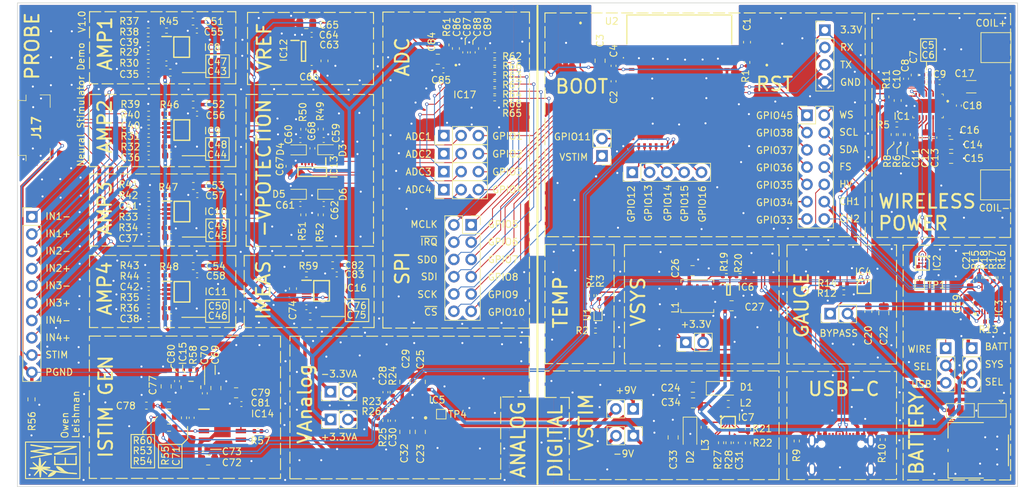
<source format=kicad_pcb>
(kicad_pcb (version 20221018) (generator pcbnew)
  (title_block (title "Neural Interface") (date "2024-03-21") (rev "1") (company "Owen Leishman"))
  (layers (0 "F.Cu" signal) (31 "B.Cu" signal) (34 "B.Paste" user) (35 "F.Paste" user) (36 "B.SilkS" user "B.Silkscreen") (37 "F.SilkS" user "F.Silkscreen") (38 "B.Mask" user) (39 "F.Mask" user) (44 "Edge.Cuts" user))
  (net 0 "")
  (net 1 "RESET")
  (net 2 "GND")
  (net 3 "BOOT")
  (net 4 "+3.3V")
  (net 5 "AC2")
  (net 6 "AC1")
  (net 7 "COIL+")
  (net 8 "5v_Wireless")
  (net 9 "5v_USB")
  (net 10 "5v_Batt")
  (net 11 "RECT")
  (net 12 "V_Batt")
  (net 13 "5v_Sel")
  (net 14 "Net-(IC4-VDD)")
  (net 15 "+9v")
  (net 16 "-9v")
  (net 17 "+3v")
  (net 18 "5v_Sys")
  (net 19 "Net-(IC5-FBN)")
  (net 20 "-3.3va")
  (net 21 "+3.3va")
  (net 22 "Net-(IC5-FBP)")
  (net 23 "Net-(IC7-VREF)")
  (net 24 "Net-(IC8-+IN)")
  (net 25 "Net-(IC9-+IN)")
  (net 26 "Net-(IC10-+IN)")
  (net 27 "Net-(IC11-+IN)")
  (net 28 "Net-(IC8--IN)")
  (net 29 "Net-(IC9--IN)")
  (net 30 "Net-(IC10--IN)")
  (net 31 "Net-(IC11--IN)")
  (net 32 "-3V3")
  (net 33 "+3.3VA")
  (net 34 "Net-(D3-K)")
  (net 35 "Net-(D4-K)")
  (net 36 "Net-(D5-K)")
  (net 37 "Net-(D6-K)")
  (net 38 "Net-(IC12-NR)")
  (net 39 "Vref")
  (net 40 "Stim-")
  (net 41 "Net-(IC14--IN1)")
  (net 42 "Net-(IC14-VOUT1)")
  (net 43 "Stim_gnd")
  (net 44 "Stim+")
  (net 45 "Stim_out")
  (net 46 "Net-(IC14-+IN2)")
  (net 47 "Net-(IC17-AVDD)")
  (net 48 "Net-(IC17-DVDD)")
  (net 49 "Net-(D1-A)")
  (net 50 "Net-(D2-K)")
  (net 51 "OUT_SEL")
  (net 52 "Net-(IC1-CLAMP1)")
  (net 53 "Wireless_Status")
  (net 54 "V_Fuel")
  (net 55 "CHRG_STAT2")
  (net 56 "Net-(IC3-TS{slash}MR)")
  (net 57 "Net-(IC3-ILIM{slash}VSET)")
  (net 58 "Net-(IC3-ISET)")
  (net 59 "CHRG_STAT1")
  (net 60 "Fuel_Status")
  (net 61 "SDA")
  (net 62 "SCL")
  (net 63 "Net-(IC4-BIN)")
  (net 64 "Net-(IC5-NR{slash}SS)")
  (net 65 "Net-(IC5-BUF)")
  (net 66 "Net-(IC6-SW)")
  (net 67 "Net-(IC6-FB)")
  (net 69 "Net-(IC7-HS2L)")
  (net 70 "HV_En")
  (net 71 "Net-(IC7-NON1)")
  (net 72 "Net-(IC7-INV2)")
  (net 73 "Net-(IC8-RG_1)")
  (net 74 "Probe_1")
  (net 75 "Net-(IC8-RG_2)")
  (net 76 "Net-(IC9-RG_1)")
  (net 77 "Probe_2")
  (net 78 "Net-(IC9-RG_2)")
  (net 79 "Net-(IC10-RG_1)")
  (net 80 "Probe_3")
  (net 81 "Net-(IC10-RG_2)")
  (net 82 "Net-(IC11-RG_1)")
  (net 83 "Probe_4")
  (net 84 "Net-(IC11-RG_2)")
  (net 85 "P_1")
  (net 86 "P_2")
  (net 87 "P_3")
  (net 88 "P_4")
  (net 89 "Net-(IC14-+IN1)")
  (net 90 "Net-(IC14--IN2)")
  (net 91 "Net-(IC15-VOUT)")
  (net 92 "Net-(IC15--IN)")
  (net 93 "Net-(IC16-RG_1)")
  (net 94 "Istim")
  (net 95 "Net-(IC16-RG_2)")
  (net 96 "OADC_1")
  (net 97 "OADC_2")
  (net 98 "OADC_3")
  (net 99 "OADC_4")
  (net 104 "Net-(IC17-~{CS})")
  (net 105 "Net-(IC17-SCK)")
  (net 106 "Net-(IC17-SDI)")
  (net 107 "Net-(IC17-SDO)")
  (net 108 "Net-(IC17-~{IRQ}{slash}MDAT)")
  (net 109 "Net-(IC17-MCLK)")
  (net 110 "GPIO45")
  (net 111 "GPIO38")
  (net 112 "GPIO37")
  (net 113 "GPIO36")
  (net 114 "GPIO35")
  (net 115 "GPIO33")
  (net 116 "GPIO34")
  (net 117 "GPIO5")
  (net 118 "MCLK")
  (net 119 "GPIO6")
  (net 120 "~{IRQ}")
  (net 121 "GPIO7")
  (net 122 "SDO")
  (net 123 "GPIO8")
  (net 124 "SDI")
  (net 125 "GPIO9")
  (net 126 "SCK")
  (net 127 "GPIO10")
  (net 128 "~{CS}")
  (net 129 "GPIO12")
  (net 130 "GPIO13")
  (net 131 "GPIO14")
  (net 132 "GPIO15")
  (net 133 "GPIO16")
  (net 134 "RX")
  (net 135 "TX")
  (net 136 "Batt+")
  (net 137 "Batt-")
  (net 138 "Probe_in_1+")
  (net 139 "Probe_in_1-")
  (net 140 "Probe_in_2+")
  (net 141 "Probe_in_2-")
  (net 142 "Probe_in_3+")
  (net 143 "Probe_in_3-")
  (net 144 "Probe_in_4+")
  (net 145 "Probe_in_4-")
  (net 146 "ADC_2")
  (net 147 "ADC_1")
  (net 148 "ADC_3")
  (net 149 "ADC_4")
  (net 150 "ADC_5")
  (net 151 "ALERT")
  (net 152 "Net-(U3-A5)")
  (net 153 "Net-(U3-B5)")
  (net 154 "Stim_control+")
  (net 155 "Stim_control-")
  (net 156 "D-")
  (net 157 "D+")
  (net 168 "Net-(IC1-COMM1)")
  (net 169 "Net-(IC1-BOOT1)")
  (net 170 "Net-(IC1-COMM2)")
  (net 171 "Net-(IC1-CLAMP2)")
  (net 172 "Net-(IC1-BOOT2)")
  (net 173 "Net-(IC1-ILIM)")
  (net 174 "Net-(IC1-TS{slash}CTRL)")
  (net 175 "Net-(IC1-FOD)")
  (net 176 "Net-(IC2-SS)")
  (footprint "Resistor_SMD:R_0402_1005Metric" (layer "F.Cu") (at 126.9125 87.315 -90)
    (fp_text reference "R21")
    (fp_text value "100k")
  )
  (footprint "Connector_PinHeader_2.54mm:PinHeader_1x03_P2.54mm_Vertical" (layer "F.Cu") (at 155.95 75.485)
    (fp_text reference "J5" hide)
    (fp_text value "Conn_01x03")
  )
  (footprint "Capacitor_SMD:C_0402_1005Metric" (layer "F.Cu") (at 85.393333 31.9975 90)
    (fp_text reference "C87")
    (fp_text value "100n")
  )
  (footprint "Capacitor_SMD:C_0402_1005Metric" (layer "F.Cu") (at 46.015 41.01 180)
    (fp_text reference "C56")
    (fp_text value "100n")
  )
  (footprint "Resistor_SMD:R_0402_1005Metric" (layer "F.Cu") (at 38.9 42.311)
    (fp_text reference "R40")
    (fp_text value "332k")
  )
  (footprint "Capacitor_SMD:C_0805_2012Metric" (layer "F.Cu") (at 47.649 91.915)
    (fp_text reference "C72")
    (fp_text value "10u")
  )
  (footprint "TestPoint:TestPoint_Pad_1.0x1.0mm" (layer "F.Cu") (at 81.875 85.175 180)
    (fp_text reference "TP4")
    (fp_text value "TestPoint")
  )
  (footprint "Resistor_SMD:R_0402_1005Metric" (layer "F.Cu") (at 105.025 67.75 90)
    (fp_text reference "R3")
    (fp_text value "10k")
  )
  (footprint "Capacitor_SMD:C_0402_1005Metric" (layer "F.Cu") (at 45.224 85.71 90)
    (fp_text reference "C71")
    (fp_text value "200p")
  )
  (footprint "Resistor_SMD:R_0402_1005Metric" (layer "F.Cu") (at 147.225 38.55 90)
    (fp_text reference "R11")
    (fp_text value "10k")
  )
  (footprint "Capacitor_SMD:C_0805_2012Metric" (layer "F.Cu") (at 118.825 81.225 180)
    (fp_text reference "C24")
    (fp_text value "10u")
  )
  (footprint "Resistor_SMD:R_0402_1005Metric" (layer "F.Cu") (at 82.62 30.9025 -90)
    (fp_text reference "R61")
    (fp_text value "10R")
  )
  (footprint "Neural_Footprints:SOP65P490X110-8N" (layer "F.Cu") (at 43.75 31.22)
    (fp_text reference "IC8")
    (fp_text value "INA823DGKR" hide)
  )
  (footprint "Connector_PinHeader_2.54mm:PinHeader_1x03_P2.54mm_Vertical" (layer "F.Cu") (at 159.775 75.485)
    (fp_text reference "J10" hide)
    (fp_text value "Conn_01x03")
  )
  (footprint "Capacitor_SMD:C_0402_1005Metric" (layer "F.Cu") (at 155.05 36.375)
    (fp_text reference "C9")
    (fp_text value "10n")
  )
  (footprint "Capacitor_SMD:C_0603_1608Metric" (layer "F.Cu") (at 87.87 31.4275 90)
    (fp_text reference "C89")
    (fp_text value "1u")
  )
  (footprint "Neural_Footprints:QFN40P300X300X60-21N-D" (layer "F.Cu") (at 85.925 35.275)
    (fp_text reference "IC17")
    (fp_text value "MCP3464RT-E_NC" hide)
  )
  (footprint "Capacitor_SMD:C_0402_1005Metric" (layer "F.Cu") (at 153.125 35.3 180)
    (fp_text reference "C5")
    (fp_text value "100n")
  )
  (footprint "Capacitor_SMD:C_0402_1005Metric" (layer "F.Cu") (at 125.1375 89.38 90)
    (fp_text reference "C31")
    (fp_text value "100n")
  )
  (footprint "Neural_Footprints:SON40P220X200X80-11N" (layer "F.Cu") (at 161.6875 68.975 90)
    (fp_text reference "IC3")
    (fp_text value "BQ25185DLHR" hide)
  )
  (footprint "Capacitor_SMD:C_0805_2012Metric" (layer "F.Cu") (at 41.475 81.095 -90)
    (fp_text reference "C77")
    (fp_text value "10u")
  )
  (footprint "Capacitor_SMD:C_0805_2012Metric" (layer "F.Cu") (at 156.745 45.53)
    (fp_text reference "C14")
    (fp_text value "10u")
  )
  (footprint "Capacitor_SMD:C_0603_1608Metric" (layer "F.Cu") (at 42.08 34.97)
    (fp_text reference "C43")
    (fp_text value "1u")
  )
  (footprint "Neural_Footprints:5051101092" (layer "F.Cu") (at 22.175 43.1 -90)
    (fp_text reference "J17")
    (fp_text value "505110-1092" hide)
  )
  (footprint "Resistor_SMD:R_0402_1005Metric" (layer "F.Cu") (at 38.9 41.02 180)
    (fp_text reference "R39")
    (fp_text value "600k")
  )
  (footprint "Capacitor_SMD:C_0402_1005Metric" (layer "F.Cu") (at 82.195 34.6525 180)
    (fp_text reference "C85")
    (fp_text value "100n")
  )
  (footprint "Capacitor_SMD:C_0805_2012Metric" (layer "F.Cu") (at 81.37 33.0025 180)
    (fp_text reference "C84")
    (fp_text value "10u")
  )
  (footprint "Capacitor_SMD:C_0603_1608Metric" (layer "F.Cu") (at 38.575 83.925)
    (fp_text reference "C78")
    (fp_text value "1u")
  )
  (footprint "Resistor_SMD:R_0402_1005Metric" (layer "F.Cu") (at 38.925 52.97 180)
    (fp_text reference "R41")
    (fp_text value "600k")
  )
  (footprint "Resistor_SMD:R_0402_1005Metric" (layer "F.Cu") (at 89.72 36.6625 180)
    (fp_text reference "R64")
    (fp_text value "10R")
  )
  (footprint "Connector_PinHeader_2.54mm:PinHeader_1x02_P2.54mm_Vertical" (layer "F.Cu") (at 110.055 84.4 -90)
    (fp_text reference "J11" hide)
    (fp_text value "Conn_01x02")
  )
  (footprint "Resistor_SMD:R_0402_1005Metric" (layer "F.Cu") (at 45.525 78.607)
    (fp_text reference "R58")
    (fp_text value "2k")
  )
  (footprint "Capacitor_SMD:C_0603_1608Metric" (layer "F.Cu") (at 59.6 48.732 90)
    (fp_text reference "C67")
    (fp_text value "1u")
  )
  (footprint "Capacitor_SMD:C_0402_1005Metric" (layer "F.Cu") (at 38.945 55.552 180)
    (fp_text reference "C41")
    (fp_text value "30p")
  )
  (footprint "Connector_PinHeader_2.54mm:PinHeader_1x02_P2.54mm_Vertical" (layer "F.Cu") (at 110.08 88.35 -90)
    (fp_text reference "J12" hide)
    (fp_text value "Conn_01x02")
  )
  (footprint "Capacitor_SMD:C_0402_1005Metric" (layer "F.Cu") (at 38.945 59.42 180)
    (fp_text reference "C37")
    (fp_text value "30p")
  )
  (footprint "Neural_Footprints:SOP65P490X110-8N" (layer "F.Cu") (at 43.8 67.195)
    (fp_text reference "IC11")
    (fp_text value "INA823DGKR" hide)
  )
  (footprint "Neural_Footprints:SON50P300X300X80-11N-D" (layer "F.Cu") (at 77.675 84.0725 180)
    (fp_text reference "IC5")
    (fp_text value "TPS7A3901DSCR" hide)
  )
  (footprint "Resistor_SMD:R_0402_1005Metric" (layer "F.Cu") (at 140.96 66)
    (fp_text reference "R14")
    (fp_text value "10k")
  )
  (footprint "Capacitor_SMD:C_0603_1608Metric" (layer "F.Cu") (at 42.105 47.17)
    (fp_text reference "C44")
    (fp_text value "1u")
  )
  (footprint "Resistor_SMD:R_0402_1005Metric" (layer "F.Cu") (at 38.9 46.164)
    (fp_text reference "R32")
    (fp_text value "332k")
  )
  (footprint "Capacitor_SMD:C_0805_2012Metric" (layer "F.Cu") (at 118.85 83.525 180)
    (fp_text reference "C34")
    (fp_text value "10u")
  )
  (footprint "Resistor_SMD:R_0402_1005Metric" (layer "F.Cu") (at 38.9 44.873 180)
    (fp_text reference "R31")
    (fp_text value "600k")
  )
  (footprint "Capacitor_SMD:C_0402_1005Metric" (layer "F.Cu") (at 73.675 81.95 90)
    (fp_text reference "C28")
    (fp_text value "10n")
  )
  (footprint "Inductor_SMD:L_0603_1608Metric" (layer "F.Cu") (at 120.55 87.1125 -90)
    (fp_text reference "L3")
    (fp_text value "4.7uH")
  )
  (footprint "Capacitor_SMD:C_0603_1608Metric" (layer "F.Cu") (at 45.475 51.645 180)
    (fp_text reference "C53")
    (fp_text value "1u")
  )
  (footprint "Resistor_SMD:R_0402_1005Metric" (layer "F.Cu") (at 74.1 84.585 180)
    (fp_text reference "R26")
    (fp_text value "10k")
  )
  (footprint "Resistor_SMD:R_0402_1005Metric" (layer "F.Cu") (at 44.099 85.715 90)
    (fp_text reference "R55")
    (fp_text value "100R")
  )
  (footprint "Resistor_SMD:R_0402_1005Metric" (layer "F.Cu") (at 126.9125 89.415 -90)
    (fp_text reference "R22")
    (fp_text value "10k")
  )
  (footprint "Capacitor_SMD:C_0603_1608Metric" (layer "F.Cu") (at 45.42 27.47 180)
    (fp_text reference "C51")
    (fp_text value "1u")
  )
  (footprint "Capacitor_SMD:C_0402_1005Metric" (layer "F.Cu") (at 52.524 83.69 180)
    (fp_text reference "C81")
    (fp_text value "100n")
  )
  (footprint "Resistor_SMD:R_0402_1005Metric" (layer "F.Cu") (at 64.175 55.882 -90)
    (fp_text reference "R52")
    (fp_text value "10k")
  )
  (footprint "Capacitor_SMD:C_0402_1005Metric" (layer "F.Cu") (at 64.615 54.2895)
    (fp_text reference "C62")
    (fp_text value "30p")
  )
  (footprint "Resistor_SMD:R_0402_1005Metric" (layer "F.Cu") (at 148.325 44.085 -90)
    (fp_text reference "R8")
    (fp_text value "10k")
  )
  (footprint "Resistor_SMD:R_0402_1005Metric" (layer "F.Cu") (at 163.9875 65.09 90)
    (fp_text reference "R16")
    (fp_text value "10k")
  )
  (footprint "TestPoint:TestPoint_Pad_1.0x1.0mm" (layer "F.Cu") (at 152.125 66.1)
    (fp_text reference "TP1")
    (fp_text value "TestPoint")
  )
  (footprint "Connector_PinHeader_2.54mm:PinHeader_2x07_P2.54mm_Vertical" (layer "F.Cu") (at 135.575 41.245)
    (fp_text reference "J1" hide)
    (fp_text value "Conn_02x07_Odd_Even")
  )
  (footprint "Capacitor_SMD:C_0805_2012Metric" (layer "F.Cu") (at 118.775 64.075)
    (fp_text reference "C26")
    (fp_text value "10u")
  )
  (footprint "Capacitor_SMD:C_0402_1005Metric" (layer "F.Cu") (at 38.92 71.225 180)
    (fp_text reference "C38")
    (fp_text value "30p")
  )
  (footprint "Resistor_SMD:R_0402_1005Metric" (layer "F.Cu") (at 38.85 28.795 180)
    (fp_text reference "R37")
    (fp_text value "600k")
  )
  (footprint "Capacitor_SMD:C_0402_1005Metric" (layer "F.Cu") (at 45.99 28.81 180)
    (fp_text reference "C55")
    (fp_text value "100n")
  )
  (footprint "TestPoint:TestPoint_Pad_4.0x4.0mm" (layer "F.Cu") (at 163.275 51.475)
    (fp_text reference "TP3" hide)
    (fp_text value "TestPoint")
  )
  (footprint "Capacitor_SMD:C_0402_1005Metric" (layer "F.Cu") (at 38.92 67.357 180)
    (fp_text reference "C42")
    (fp_text value "30p")
  )
  (footprint "Capacitor_SMD:C_0805_2012Metric" (layer "F.Cu") (at 51.749 82.04 180)
    (fp_text reference "C79")
    (fp_text value "10u")
  )
  (footprint "Capacitor_SMD:C_0603_1608Metric" (layer "F.Cu") (at 45.455 63.43 180)
    (fp_text reference "C54")
    (fp_text value "1u")
  )
  (footprint "Resistor_SMD:R_0402_1005Metric" (layer "F.Cu") (at 89.72 35.6175 180)
    (fp_text reference "R67")
    (fp_text value "10R")
  )
  (footprint "Diode_SMD:D_0603_1608Metric" (layer "F.Cu") (at 60.575 52.857 180)
    (fp_text reference "D5")
    (fp_text value "CDBU0130L-HF")
  )
  (footprint "Resistor_SMD:R_0402_1005Metric" (layer "F.Cu") (at 38.925 58.134)
    (fp_text reference "R34")
    (fp_text value "332k")
  )
  (footprint "Capacitor_SMD:C_0805_2012Metric" (layer "F.Cu") (at 115.925 88.6 90)
    (fp_text reference "C33")
    (fp_text value "10u")
  )
  (footprint "Neural_Footprints:SOP65P490X110-8N" (layer "F.Cu") (at 43.775 43.42)
    (fp_text reference "IC9")
    (fp_text value "INA823DGKR" hide)
  )
  (footprint "Capacitor_SMD:C_0402_1005Metric" (layer "F.Cu") (at 66.525 64.63375 180)
    (fp_text reference "C83")
    (fp_text value "100n")
  )
  (footprint "Neural_Footprints:SOT95P280X145-6N" (layer "F.Cu") (at 61.65 31.845)
    (fp_text reference "IC12")
    (fp_text value "REF35160QDBVR" hide)
  )
  (footprint "Capacitor_SMD:C_0402_1005Metric" (layer "F.Cu") (at 61.185 44.8995 180)
    (fp_text reference "C60")
    (fp_text value "30p")
  )
  (footprint "Capacitor_SMD:C_0402_1005Metric" (layer "F.Cu") (at 62.84 29.413334 180)
    (fp_text reference "C64")
    (fp_text value "100n")
  )
  (footprint "Resistor_SMD:R_0402_1005Metric" (layer "F.Cu") (at 61.625 55.882 -90)
    (fp_text reference "R51")
    (fp_text value "10k")
  )
  (footprint "Resistor_SMD:R_0402_1005Metric" (layer "F.Cu") (at 38.9 66.071)
    (fp_text reference "R44")
    (fp_text value "332k")
  )
  (footprint "Connector_PinHeader_2.54mm:PinHeader_1x02_P2.54mm_Vertical" (layer "F.Cu") (at 138.985 70.4 90)
    (fp_text reference "J6" hide)
    (fp_text value "Conn_01x02")
  )
  (footprint "Connector_PinHeader_2.54mm:PinHeader_1x05_P2.54mm_Vertical" (layer "F.Cu") (at 109.925 49.625 90)
    (fp_text reference "J3" hide)
    (fp_text value "Conn_01x05")
  )
  (footprint "Resistor_SMD:R_0402_1005Metric" (layer "F.Cu") (at 148.775 42.6)
    (fp_text reference "R5")
    (fp_text value "330")
  )
  (footprint "Resistor_SMD:R_0402_1005Metric" (layer "F.Cu") (at 38.9 64.775 180)
    (fp_text reference "R43")
    (fp_text value "600k")
  )
  (footprint "Resistor_SMD:R_0402_1005Metric" (layer "F.Cu") (at 41.53 28.8 180)
    (fp_text reference "R45")
    (fp_text value "24.9k")
  )
  (footprint "Resistor_SMD:R_0402_1005Metric" (layer "F.Cu") (at 74.75 81.95 90)
    (fp_text reference "R24")
    (fp_text value "28k")
  )
  (footprint "Capacitor_SMD:C_0402_1005Metric" (layer "F.Cu") (at 38.92 47.445 180)
    (fp_text reference "C36")
    (fp_text value "30p")
  )
  (footprint "Capacitor_SMD:C_0805_2012Metric" (layer "F.Cu") (at 76.525 80.435 90)
    (fp_text reference "C29")
    (fp_text value "10u")
  )
  (footprint "Neural_Footprints:BGA9C50P3X3_158X162X62" (layer "F.Cu") (at 143.96 66.425)
    (fp_text reference "IC4")
    (fp_text value "BQ27427YZFR" hide)
  )
  (footprint "Capacitor_SMD:C_0402_1005Metric" (layer "F.Cu") (at 157.875 39.825 -90)
    (fp_text reference "C18")
    (fp_text value "820p")
  )
  (footprint "Resistor_SMD:R_0402_1005Metric" (layer "F.Cu") (at 150.375 44.085 -90)
    (fp_text reference "R7")
    (fp_text value "20k")
  )
  (footprint "Resistor_SMD:R_0402_1005Metric" (layer "F.Cu") (at 38.85 32.663 180)
    (fp_text reference "R29")
    (fp_text value "600k")
  )
  (footprint "Resistor_SMD:R_0402_1005Metric" (layer "F.Cu") (at 161.9375 65.09 90)
    (fp_text reference "R18")
    (fp_text value "3k")
  )
  (footprint "Capacitor_SMD:C_0402_1005Metric" (layer "F.Cu") (at 47.15 82.115 90)
    (fp_text reference "C70")
    (fp_text value "100n")
  )
  (footprint "Resistor_SMD:R_0402_1005Metric" (layer "F.Cu") (at 89.72 37.7075 180)
    (fp_text reference "R68")
    (fp_text value "10R")
  )
  (footprint "Capacitor_SMD:C_0402_1005Metric" (layer "F.Cu") (at 43.075 80.32 -90)
    (fp_text reference "C80")
    (fp_text value "100n")
  )
  (footprint "Resistor_SMD:R_0603_1608Metric" (layer "F.Cu") (at 41.9 83.9 180)
    (fp_text reference "R60")
    (fp_text value "4R")
  )
  (footprint "Capacitor_SMD:C_0603_1608Metric" (layer "F.Cu") (at 156.525 43.75)
    (fp_text reference "C16")
    (fp_text value "1u")
  )
  (footprint "Connector_PinSocket_2.54mm:PinSocket_2x06_P2.54mm_Vertical" (layer "F.Cu") (at 86.265 57.35625)
    (fp_text reference "J2" hide)
    (fp_text value "Conn_02x06_Odd_Even")
  )
  (footprint "Inductor_SMD:L_Coilcraft_XAL4020-XXX" (layer "F.Cu") (at 119.475 67.825)
    (fp_text reference "L1")
    (fp_text value "1uH")
  )
  (footprint "Neural_Footprints:SOT95P280X145-5N" (layer "F.Cu") (at 45.12 81.214 90)
    (fp_text reference "IC15")
    (fp_text value "AD8067ARTZ-REEL7" hide)
  )
  (footprint "Capacitor_SMD:C_0402_1005Metric" (layer "F.Cu") (at 46.025 64.77 180)
    (fp_text reference "C58")
    (fp_text value "100n")
  )
  (footprint "Capacitor_SMD:C_0402_1005Metric" (layer "F.Cu") (at 46.05 52.985 180)
    (fp_text reference "C57")
    (fp_text value "100n")
  )
  (footprint "Resistor_SMD:R_0402_1005Metric" (layer "F.Cu") (at 64.175 43.282 90)
    (fp_text reference "R49")
    (fp_text value "10k")
  )
  (footprint "Capacitor_SMD:C_0402_1005Metric" (layer "F.Cu") (at 107.175 33.975 90)
    (fp_text reference "C4")
    (fp_text value "100n")
  )
  (footprint "Resistor_SMD:R_0402_1005Metric" (layer "F.Cu") (at 162.2375 71.575 180)
    (fp_text reference "R13")
    (fp_text value "10k")
  )
  (footprint "Connector_PinHeader_2.54mm:PinHeader_1x02_P2.54mm_Vertical" (layer "F.Cu") (at 105.475 47.215 180)
    (fp_text reference "J22" hide)
    (fp_text value "Conn_01x02")
  )
  (footprint "Resistor_SMD:R_0402_1005Metric" (layer "F.Cu") (at 89.72 34.5725 180)
    (fp_text reference "R63")
    (fp_text value "10R")
  )
  (footprint "Jumper:SolderJumper-3_P1.3mm_Open_Pad1.0x1.5mm" (layer "F.Cu") (at 162.775 84.635 180)
    (fp_text reference "J8" hide)
    (fp_text value "Conn_01x03")
  )
  (footprint "Neural_Footprints:SOP50P326X110-14N" (layer "F.Cu") (at 62.925 49.57 -90)
    (fp_text reference "IC13")
    (fp_text value "LM324LVIDYYR" hide)
  )
  (footprint "Resistor_SMD:R_0402_1005Metric" (layer "F.Cu") (at 146.7 88.925 -90)
    (fp_text reference "R10")
    (fp_text value "5.1k")
  )
  (footprint "Resistor_SMD:R_0603_1608Metric" (layer "F.Cu") (at 41.9 87.16)
    (fp_text reference "R54")
    (fp_text value "82.5k")
  )
  (footprint "Resistor_SMD:R_0402_1005Metric" (layer "F.Cu") (at 125.74 64.9)
    (fp_text reference "R20")
    (fp_text value "100k")
  )
  (footprint "Diode_SMD:D_0603_1608Metric" (layer "F.Cu") (at 60.575 46.332 180)
    (fp_text reference "D4")
    (fp_text value "CDBU0130L-HF")
  )
  (footprint "Diode_SMD:D_SOD-123" (layer "F.Cu") (at 118.4 87.975 -90)
    (fp_text reference "D2")
    (fp_text value "MBR130T1G")
  )
  (footprint "Capacitor_SMD:C_0402_1005Metric" (layer "F.Cu") (at 107.175 36.25 90)
    (fp_text reference "C2")
    (fp_text value "100n")
  )
  (footprint "Capacitor_SMD:C_0603_1608Metric" (layer "F.Cu") (at 62.63 70.8125)
    (fp_text reference "C75")
    (fp_text value "1u")
  )
  (footprint "Resistor_SMD:R_0402_1005Metric" (layer "F.Cu") (at 126.8 33.475 90)
    (fp_text reference "R1")
    (fp_text value "10k")
  )
  (footprint "ASIC_Implementation_Library:PTS815SJM250SMTRLFS" (layer "F.Cu") (at 101.2 30.8 -90)
    (fp_text reference "SW2" hide)
    (fp_text value "BOOT" hide)
  )
  (footprint "Capacitor_SMD:C_0402_1005Metric" (layer "F.Cu") (at 153.125 36.35 180)
    (fp_text reference "C6")
    (fp_text value "10n")
  )
  (footprint "Diode_SMD:D_SOD-123" (layer "F.Cu") (at 123.15 81.375)
    (fp_text reference "D1")
    (fp_text value "MBR130T1G")
  )
  (footprint "Resistor_SMD:R_0402_1005Metric" (layer "F.Cu") (at 89.72 33.5275 180)
    (fp_text reference "R66")
    (fp_text value "10R")
  )
  (footprint "Capacitor_SMD:C_0603_1608Metric" (layer "F.Cu") (at 84.02 31.4275 90)
    (fp_text reference "C86")
    (fp_text value "1u")
  )
  (footprint "Capacitor_SMD:C_0805_2012Metric" (layer "F.Cu") (at 146.86 70.325 -90)
    (fp_text reference "C22")
    (fp_text value "10u")
  )
  (footprint "Resistor_SMD:R_0402_1005Metric" (layer "F.Cu") (at 41.58 52.975 180)
    (fp_text reference "R47")
    (fp_text value "24.9k")
  )
  (footprint "Resistor_SMD:R_0402_1005Metric" (layer "F.Cu") (at 38.925 56.838 180)
    (fp_text reference "R33")
    (fp_text value "600k")
  )
  (footprint "Resistor_SMD:R_0402_1005Metric" (layer "F.Cu") (at 89.72 32.4275)
    (fp_text reference "R62")
    (fp_text value "10R")
  )
  (footprint "Resistor_SMD:R_0402_1005Metric" (layer "F.Cu") (at 74.1 83.485 180)
    (fp_text reference "R23")
    (fp_text value "10k")
  )
  (footprint "Capacitor_SMD:C_0402_1005Metric" (layer "F.Cu") (at 62.95 46.107 90)
    (fp_text reference "C68")
    (fp_text value "100n")
  )
  (footprint "Capacitor_SMD:C_0603_1608Metric" (layer "F.Cu") (at 126.775 30.5 90)
    (fp_text reference "C1")
    (fp_text value "1u")
  )
  (footprint "Capacitor_SMD:C_0603_1608Metric" (layer "F.Cu") (at 45.445 39.67 180)
    (fp_text reference "C52")
    (fp_text value "1u")
  )
  (footprint "Connector_PinHeader_2.54mm:PinHeader_1x03_P2.54mm_Vertical" (layer "F.Cu") (at 82.25 44.23125 90)
    (fp_text reference "J19" hide)
    (fp_text value "Conn_01x03")
  )
  (footprint "ASIC_Implementation_Library:ESP32S2MINI1N4R2" (layer "F.Cu") (at 116.825 38.75)
    (fp_text reference "U2")
    (fp_text value "~" hide)
  )
  (footprint "Connector_PinHeader_2.54mm:PinHeader_1x03_P2.54mm_Vertical" (layer "F.Cu") (at 82.25 52.18125 90)
    (fp_text reference "J21" hide)
    (fp_text value "Conn_01x03")
  )
  (footprint "Resistor_SMD:R_0402_1005Metric" (layer "F.Cu") (at 140.985 67.275 180)
    (fp_text reference "R12")
    (fp_text value "10k")
  )
  (footprint "Resistor_SMD:R_0402_1005Metric" (layer "F.Cu") (at 38.85 30.091)
    (fp_text reference "R38")
    (fp_text value "332k")
  )
  (footprint "Connector_PinHeader_2.54mm:PinHeader_1x02_P2.54mm_Vertical" (layer "F.Cu") (at 65.625 85.95 90)
    (fp_text reference "J14" hide)
    (fp_text value "Conn_01x02")
  )
  (footprint "Capacitor_SMD:C_0805_2012Metric" (layer "F.Cu") (at 156.745 47.575)
    (fp_text reference "C15")
    (fp_text value "10u")
  )
  (footprint "Resistor_SMD:R_0402_1005Metric" (layer "F.Cu") (at 123.74 64.9)
    (fp_text reference "R19")
    (fp_text value "453k")
  )
  (footprint "Resistor_SMD:R_0603_1608Metric" (layer "F.Cu") (at 41.9 85.53)
    (fp_text reference "R53")
    (fp_text value "82.5k")
  )
  (footprint "ASIC_Implementation_Library:PTS815SJM250SMTRLFS" (layer "F.Cu") (at 130.8 30.75 90)
    (fp_text reference "SW1" hide)
    (fp_text value "RESET" hide)
  )
  (footprint "Capacitor_SMD:C_0805_2012Metric" (layer "F.Cu") (at 78.8 87.785 -90)
    (fp_text reference "C23")
    (fp_text value "10u")
  )
  (footprint "Capacitor_SMD:C_0402_1005Metric" (layer "F.Cu") (at 62.06 69.46625)
    (fp_text reference "C76")
    (fp_text value "100n")
  )
  (footprint "Capacitor_SMD:C_0603_1608Metric" (layer "F.Cu") (at 60.1 66.73 -90)
    (fp_text reference "C74")
    (fp_text value "1u")
  )
  (footprint "Connector_PinHeader_2.54mm:PinHeader_1x04_P2.54mm_Vertical" (layer "F.Cu") (at 138.2 28.735)
    (fp_text reference "J4" hide)
    (fp_text value "Conn_01x04")
  )
  (footprint "Resistor_SMD:R_0402_1005Metric" (layer "F.Cu") (at 61.625 43.307 90)
    (fp_text reference "R50")
    (fp_text value "10k")
  )
  (footprint "Capacitor_SMD:C_0603_1608Metric" (layer "F.Cu") (at 65.925 63.2875 180)
    (fp_text reference "C82")
    (fp_text value "1u")
  )
  (footprint "Capacitor_SMD:C_0402_1005Metric" (layer "F.Cu") (at 38.87 35.245 180)
    (fp_text reference "C35")
    (fp_text value "30p")
  )
  (footprint "Capacitor_SMD:C_0603_1608Metric" (layer "F.Cu") (at 148.9 39.075 -90)
    (fp_text reference "C10")
    (fp_text value "1u")
  )
  (footprint "Neural_Footprints:SOIC127P600X175-9N" (layer "F.Cu") (at 49.737 87.03)
    (fp_text reference "IC14")
    (fp_text value "ADA4898-2YRDZ" hide)
  )
  (footprint "Capacitor_SMD:C_0805_2012Metric" (layer "F.Cu") (at 62.05 27.776668 180)
    (fp_text reference "C65")
    (fp_text value "10u")
  )
  (footprint "Resistor_SMD:R_0402_1005Metric" (layer "F.Cu") (at 89.72 38.7525 180)
    (fp_text reference "R65")
    (fp_text value "10R")
  )
  (footprint "Resistor_SMD:R_0402_1005Metric" (layer "F.Cu") (at 41.58 64.775 180)
    (fp_text reference "R48")
    (fp_text value "24.9k")
  )
  (footprint "Resistor_SMD:R_0402_1005Metric" (layer "F.Cu") (at 149.35 44.085 -90)
    (fp_text reference "R6")
    (fp_text value "196")
  )
  (footprint "Capacitor_SMD:C_0805_2012Metric" (layer "F.Cu") (at 76.525 87.785 -90)
    (fp_text reference "C32")
    (fp_text value "10u")
  )
  (footprint "Diode_SMD:D_0603_1608Metric" (layer "F.Cu") (at 65.225 52.857)
    (fp_text reference "D6")
    (fp_text value "CDBU0130L-HF")
  )
  (footprint "Capacitor_SMD:C_0603_1608Metric" (layer "F.Cu") (at 42.13 59.145)
    (fp_text reference "C45")
    (fp_text value "1u")
  )
  (footprint "Resistor_SMD:R_0603_1608Metric" (layer "F.Cu") (at 21.7 83 90)
    (fp_text reference "R56")
    (fp_text value "1R")
  )
  (footprint "Capacitor_SMD:C_0603_1608Metric" (layer "F.Cu") (at 151.4 35.325 -90)
    (fp_text reference "C7")
    (fp_text value "470n")
  )
  (footprint "Resistor_SMD:R_0402_1005Metric" (layer "F.Cu") (at 54.95 87.675 180)
    (fp_text reference "R57")
    (fp_text value "100R")
  )
  (footprint "Neural_Footprints:CONN_S2B-PH-SM4-TB_JST" (layer "F.Cu") (at 160.725 90.5 90)
    (fp_text reference "J7" hide)
    (fp_text value "S2B-PH-SM4-TB" hide)
  )
  (footprint "Diode_SMD:D_0603_1608Metric" (layer "F.Cu") (at 65.225 46.307)
    (fp_text reference "D3")
    (fp_text value "CDBU0130L-HF")
  )
  (footprint "Capacitor_SMD:C_0402_1005Metric" (layer "F.Cu") (at 86.496666 31.9975 90)
    (fp_text reference "C88")
    (fp_text value "100n")
  )
  (footprint "Resistor_SMD:R_0402_1005Metric" (layer "F.Cu") (at 38.9 69.939)
    (fp_text reference "R36")
    (fp_text value "332k")
  )
  (footprint "Capacitor_SMD:C_0603_1608Metric" (layer "F.Cu") (at 153 44.525 90)
    (fp_text reference "C12")
    (fp_text value "470n")
  )
  (footprint "Capacitor_SMD:C_0402_1005Metric" (layer "F.Cu") (at 38.87 31.377 180)
    (fp_text reference "C39")
    (fp_text value "30p")
  )
  (footprint "Capacitor_SMD:C_0805_2012Metric" (layer "F.Cu") (at 124.5 69.25)
    (fp_text reference "C27")
    (fp_text value "10u")
  )
  (footprint "Resistor_SMD:R_0402_1005Metric" (layer "F.Cu") (at 124.0625 89.39 -90)
    (fp_text reference "R28")
    (fp_text value "10k")
  )
  (footprint "Capacitor_SMD:C_0402_1005Metric" (layer "F.Cu") (at 46.899 90.34)
    (fp_text reference "C73")
    (fp_text value "100n")
  )
  (footprint "Neural_Footprints:SOTFL50P160X60-6N" (layer "F.Cu") (at 124.05 66.87)
    (fp_text reference "IC6")
    (fp_text value "TLV62585DRLR" hide)
  )
  (footprint "Resistor_SMD:R_0402_1005Metric" (layer "F.Cu") (at 134.075 89.125 90)
    (fp_text reference "R9")
    (fp_text value "5.1k")
  )
  (footprint "Capacitor_SMD:C_0402_1005Metric" (layer "F.Cu") (at 41.56 69.605)
    (fp_text reference "C50")
    (fp_text value "100n")
  )
  (footprint "Capacitor_SMD:C_0402_1005Metric" (layer "F.Cu") (at 150.125 35.875 -90)
    (fp_text reference "C8")
    (fp_text value "47n")
  )
  (footprint "Neural_Footprints:SOP65P490X110-8N" (layer "F.Cu") (at 43.8 55.395)
    (fp_text reference "IC10")
    (fp_text value "INA823DGKR" hide)
  )
  (footprint "Capacitor_SMD:C_0402_1005Metric" (layer "F.Cu") (at 41.535 45.83)
    (fp_text reference "C48")
    (fp_text value "100n")
  )
  (footprint "Resistor_SMD:R_0402_1005Metric" (layer "F.Cu") (at 73.675 86.135 90)
    (fp_text reference "R25")
    (fp_text value "17.8k")
  )
  (footprint "Resistor_SMD:R_0402_1005Metric" (layer "F.Cu") (at 38.9 68.643 180)
    (fp_text reference "R35")
    (fp_text value "600k")
  )
  (footprint "Resistor_SMD:R_0402_1005Metric" (layer "F.Cu") (at 41.555 41.02 180)
    (fp_text reference "R46")
    (fp_text value "24.9k")
  )
  (footprint "Connector_PinHeader_2.54mm:PinHeader_1x03_P2.54mm_Vertical" (layer "F.Cu") (at 82.25 49.525 90)
    (fp_text reference "J20" hide)
    (fp_text value "Conn_01x03")
  )
  (footprint "Capacitor_SMD:C_0402_1005Metric" (layer "F.Cu") (at 74.775 86.14 90)
    (fp_text reference "C30")
    (fp_text value "10n")
  )
  (footprint "TestPoint:TestPoint_Pad_4.0x4.0mm" (layer "F.Cu") (at 163.325 31.3)
    (fp_text reference "TP2" hide)
    (fp_text value "TestPoint")
  )
  (footprint "Capacitor_SMD:C_0402_1005Metric" (layer "F.Cu") (at 64.615 44.8745)
    (fp_text reference "C59")
    (fp_text value "30p")
  )
  (footprint "Capacitor_SMD:C_0603_1608Metric" (layer "F.Cu") (at 159.5375 65.625 90)
    (fp_text reference "C21")
    (fp_text value "1u")
  )
  (footprint "Connector_PinHeader_2.54mm:PinHeader_1x02_P2.54mm_Vertical" (layer "F.Cu") (at 65.6 81.875 90)
    (fp_text reference "J15" hide)
    (fp_text value "Conn_01x02")
  )
  (footprint "Capacitor_SMD:C_1206_3216Metric" (layer "F.Cu") (at 159.7 37.05 180)
    (fp_text reference "C17")
    (fp_text value "82n")
  )
  (footprint "Connector_PinHeader_2.54mm:PinHeader_1x02_P2.54mm_Vertical" (layer "F.Cu") (at 117.785 74.625 90)
    (fp_text reference "J13" hide)
    (fp_text value "Conn_01x02")
  )
  (footprint "Capacitor_SMD:C_0805_2012Metric" (layer "F.Cu") (at 159.2625 69 90)
    (fp_text reference "C19")
    (fp_text value "10u")
  )
  (footprint "Resistor_SMD:R_0402_1005Metric" (layer "F.Cu") (at 104.525 72.9 180)
    (fp_text reference "R2")
    (fp_text value "10k")
  )
  (footprint "Capacitor_SMD:C_0402_1005Metric" (layer "F.Cu") (at 41.56 57.805)
    (fp_text reference "C49")
    (fp_text value "100n")
  )
  (footprint "Connector_PinHeader_2.54mm:PinHeader_1x03_P2.54mm_Vertical" (layer "F.Cu") (at 82.25 46.88125 90)
    (fp_text reference "J18" hide)
    (fp_text value "Conn_01x03")
  )
  (footprint "Capacitor_SMD:C_0603_1608Metric" (layer "F.Cu") (at 144.585 70.1 -90)
    (fp_text reference "C20")
    (fp_text value "1u")
  )
  (footprint "ASIC_Implementation_Library:USB4105" (layer "F.Cu") (at 140.625 89.085)
    (fp_text reference "U3" hide)
    (fp_text value "USB4105")
  )
  (footprint "Neural_Footprints:BGA11C40P4X3_180X150X55" (layer "F.Cu") (at 124 86.375)
    (fp_text reference "IC7")
    (fp_text value "BD8316GWL-E2" hide)
  )
  (footprint "Capacitor_SMD:C_0805_2012Metric" (layer "F.Cu") (at 48.775 81.335 90)
    (fp_text reference "C69")
    (fp_text value "10u")
  )
  (footprint "Capacitor_SMD:C_0402_1005Metric" (layer "F.Cu") (at 154.275 44.525 -90)
    (fp_text reference "C13")
    (fp_text value "10n")
  )
  (footprint "Package_BGA:Texas_DSBGA-6_0.95x1.488mm_Layout2x3_P0.4mm" (layer "F.Cu") (at 104.9 70.575)
    (fp_text reference "U1")
    (fp_text value "TMP117")
  )
  (footprint "Capacitor_SMD:C_0603_1608Metric" (layer "F.Cu") (at 64.725 33.251668 -90)
    (fp_text reference "C63")
    (fp_text value "1u")
  )
  (footprint "Resistor_SMD:R_0402_1005Metric" (layer "F.Cu") (at 103.925 67.75 90)
    (fp_text reference "R4")
    (fp_text value "10k")
  )
  (footprint "Resistor_SMD:R_0402_1005Metric" (layer "F.Cu") (at 162.9375 65.09 90)
    (fp_text reference "R17")
    (fp_text value "130k")
  )
  (footprint "Neural_Footprints:BGA9C50P3X3_146X146X62" (layer "F.Cu") (at 152.525 63 -90)
    (fp_text reference "IC2")
    (fp_text value "CSD75207W15" hide)
  )
  (footprint "Capacitor_SMD:C_0402_1005Metric" (layer "F.Cu") (at 38.92 43.592 180)
    (fp_text reference "C40")
    (fp_text value "30p")
  )
  (footprint "Resistor_SMD:R_0402_1005Metric" (layer "F.Cu") (at 38.925 54.266)
    (fp_text reference "R42")
    (fp_text value "332k")
  )
  (footprint "Resistor_SMD:R_0402_1005Metric" (layer "F.Cu") (at 38.85 33.959)
    (fp_text reference "R30")
    (fp_text value "332k")
  )
  (footprint "Capacitor_SMD:C_0805_2012Metric" (layer "F.Cu") (at 105.2 33.225 90)
    (fp_text reference "C3")
    (fp_text value "10u")
  )
  (footprint "Neural_Footprints:BQ51050BRHLR" (layer "F.Cu") (at 153.725 39.875 -90)
    (fp_text reference "IC1")
    (fp_text value "BQ51013BRHLR" hide)
  )
  (footprint "Inductor_SMD:L_0603_1608Metric" (layer "F.Cu") (at 124.025 83.675 180)
    (fp_text reference "L2")
    (fp_text value "4.7uH")
  )
  (footprint "Capacitor_SMD:C_0805_2012Metric" (layer "F.Cu") (at 78.8 80.435 90)
    (fp_text reference "C25")
    (fp_text value "10u")
  )
  (footprint "Jumper:SolderJumper-3_P1.3mm_Open_Pad1.0x1.5mm" (layer "F.Cu") (at 158.1 84.625)
    (fp_text reference "J9" hide)
    (fp_text value "Conn_01x03")
  )
  (footprint "Resistor_SMD:R_0402_1005Metric" (layer "F.Cu") (at 160.8875 65.09 -90)
    (fp_text reference "R15")
    (fp_text value "10k")
  )
  (footprint "Capacitor_SMD:C_0402_1005Metric" (layer "F.Cu") (at 151.675 44.55 90)
    (fp_text reference "C11")
    (fp_text value "47n")
  )
  (footprint "Resistor_SMD:R_0402_1005Metric" (layer "F.Cu") (at 62.075 64.6375 180)
    (fp_text reference "R59")
    (fp_text value "200")
  )
  (footprint "Capacitor_SMD:C_0603_1608Metric" (layer "F.Cu") (at 42.13 70.945)
    (fp_text reference "C46")
    (fp_text value "1u")
  )
  (footprint "Capacitor_SMD:C_0402_1005Metric" (layer "F.Cu") (at 61.185 54.2895 180)
    (fp_text reference "C61")
    (fp_text value "30p")
  )
  (footprint "Connector_PinHeader_2.54mm:PinHeader_1x10_P2.54mm_Vertical" (layer "F.Cu") (at 21.75 56.171112)
    (fp_text reference "J16" hide)
    (fp_text value "Conn_01x10")
  )
  (footprint "Capacitor_SMD:C_0402_1005Metric" (layer "F.Cu") (at 41.51 33.63)
    (fp_text reference "C47")
    (fp_text value "100n")
  )
  (footprint "Resistor_SMD:R_0402_1005Metric" (layer "F.Cu") (at 122.9625 89.38 90)
    (fp_text reference "R27")
    (fp_text value "90.9k")
  )
  (footprint "Capacitor_SMD:C_0402_1005Metric" (layer "F.Cu") (at 62.84 34.276668 180)
    (fp_text reference "C66")
    (fp_text value "100n")
  )
  (footprint "Neural_Footprints:SOP65P490X110-8N" (layer "F.Cu") (at 64.3 67.05)
    (fp_text reference "IC16")
    (fp_text value "INA823DGKR" hide)
  )
  (gr_arc (start 27.758266 93.881268) (mid 25.395987 93.61997) (end 23.068204 93.14032) (stroke (width 0.2)) (layer "F.SilkS"))
  (gr_line (start 148.325 45.45) (end 148.325 45.15) (stroke (width 0.15)) (layer "F.SilkS"))
  (gr_arc (start 24.219407 94.304005) (mid 24.650002 93.856254) (end 25.236722 93.65216) (stroke (width 0.2)) (layer "F.SilkS"))
  (gr_line (start 150.175 45.75) (end 150.375 45.55) (stroke (width 0.15)) (layer "F.SilkS"))
  (gr_line (start 85.621666 29.7475) (end 85.396666 29.9725) (stroke (width 0.15)) (layer "F.SilkS"))
  (gr_rect (start 28.8 94.65) (end 20.825 89.275) (stroke (width 0.15)) (fill none) (layer "F.SilkS"))
  (gr_arc (start 22.949998 93.150002) (mid 23.475188 93.52811) (end 23.946606 93.971455) (stroke (width 0.15)) (layer "F.SilkS"))
  (gr_line (start 47.125 79.575) (end 47.125 80.825) (stroke (width 0.15) (type dash)) (layer "F.SilkS"))
  (gr_rect (start 30.225 49.87) (end 51.7 60.47) (stroke (width 0.15) (type dash)) (fill none) (layer "F.SilkS"))
  (gr_rect (start 47.275 68.345) (end 50.725 71.67) (stroke (width 0.15)) (fill none) (layer "F.SilkS"))
  (gr_line (start 42.2 77.85) (end 42.2 78.2) (stroke (width 0.15) (type dash)) (layer "F.SilkS"))
  (gr_line (start 25.5625 92.967627) (end 26.4625 93.542627) (stroke (width 0.2)) (layer "F.SilkS"))
  (gr_arc (start 23.945691 93.972777) (mid 23.430257 93.582674) (end 22.949999 93.150001) (stroke (width 0.15)) (layer "F.SilkS"))
  (gr_line (start 38.05 88.175) (end 38.05 87.675) (stroke (width 0.15)) (layer "F.SilkS"))
  (gr_arc (start 22.917696 92.986744) (mid 23.647329 92.988009) (end 24.374306 93.05023) (stroke (width 0.2)) (layer "F.SilkS"))
  (gr_line (start 42.2 78.2) (end 43.05 79.05) (stroke (width 0.15) (type dash)) (layer "F.SilkS"))
  (gr_rect (start 97.1 26.2) (end 144.125 59.1) (stroke (width 0.15) (type dash)) (fill none) (layer "F.SilkS"))
  (gr_line (start 90.6 94.675) (end 59.65 94.675) (stroke (width 0.15) (type dash)) (layer "F.SilkS"))
  (gr_arc (start 23.068025 92.930121) (mid 23.066765 93.660381) (end 23.004478 94.387981) (stroke (width 0.2)) (layer "F.SilkS"))
  (gr_arc (start 22.127222 94.145694) (mid 22.517324 93.630258) (end 22.949998 93.150002) (stroke (width 0.15)) (layer "F.SilkS"))
  (gr_arc (start 22.949999 93.150001) (mid 22.8542 92.66545) (end 22.910058 92.174686) (stroke (width 0.15)) (layer "F.SilkS"))
  (gr_line (start 87.046666 29.7475) (end 86.521666 30.2725) (stroke (width 0.15)) (layer "F.SilkS"))
  (gr_line (start 21.65 90.63125) (end 24.625 91.046875) (stroke (width 0.2)) (layer "F.SilkS"))
  (gr_line (start 48 90.35) (end 49.55 90.35) (stroke (width 0.15)) (layer "F.SilkS"))
  (gr_line (start 47.275 47.195) (end 43.825 47.195) (stroke (width 0.15)) (layer "F.SilkS"))
  (gr_line (start 97.104839 82.725) (end 100.675 82.725) (stroke (width 0.15) (type dash)) (layer "F.SilkS"))
  (gr_line (start 47.3 34.97) (end 43.85 34.97) (stroke (width 0.15)) (layer "F.SilkS"))
  (gr_arc (start 23.783893 92.150257) (mid 23.393789 92.665691) (end 22.961117 93.145949) (stroke (width 0.15)) (layer "F.SilkS"))
  (gr_arc (start 22.861453 93.12661) (mid 22.862727 92.396351) (end 22.925 91.66875) (stroke (width 0.2)) (layer "F.SilkS"))
  (gr_line (start 150.175 47.05) (end 150.175 45.75) (stroke (width 0.15)) (layer "F.SilkS"))
  (gr_line (start 48.675 78.025) (end 48.675 79.35) (stroke (width 0.15) (type dash)) (layer "F.SilkS"))
  (gr_line (start 25.125 91.421875) (end 25.125 92.565625) (stroke (width 0.2)) (layer "F.SilkS"))
  (gr_line (start 38.05 87.675) (end 40.2 85.525) (stroke (width 0.15)) (layer "F.SilkS"))
  (gr_arc (start 22.931451 91.6935) (mid 23.011461 92.407846) (end 23.019882 93.12661) (stroke (width 0.2)) (layer "F.SilkS"))
  (gr_arc (start 22.949997 93.150001) (mid 22.571889 93.67519) (end 22.128544 94.146609) (stroke (width 0.15)) (layer "F.SilkS"))
  (gr_line (start 153.125 33.325) (end 153.125 34.575) (stroke (width 0.15)) (layer "F.SilkS"))
  (gr_line (start 21.625 89.71875) (end 24.625 90.16875) (stroke (width 0.2)) (layer "F.SilkS"))
  (gr_line (start 148.825 46.925) (end 148.825 46.15) (stroke (width 0.15)) (layer "F.SilkS"))
  (gr_arc (start 23.001058 94.121264) (mid 22.905245 93.636713) (end 22.961117 93.145949) (stroke (width 0.15)) (layer "F.SilkS"))
  (gr_rect (start 30.225 38.195) (end 51.7 48.795) (stroke (width 0.15) (type dash)) (fill none) (layer "F.SilkS"))
  (gr_line (start 28.3 93.91875) (end 27.758266 93.881268) (stroke (width 0.2)) (layer "F.SilkS"))
  (gr_rect (start 67.775 68.25) (end 71.225 71.575) (stroke (width 0.15)) (fill none) (layer "F.SilkS"))
  (gr_rect (start 30.225 61.845) (end 51.7 72.445) (stroke (width 0.15) (type dash)) (fill none) (layer "F.SilkS"))
  (gr_arc (start 25.25 93.65625) (mid 24.819405 94.104002) (end 24.232685 94.308095) (stroke (width 0.2)) (layer "F.SilkS"))
  (gr_line (start 97.104839 78.825) (end 97.104839 82.725) (stroke (width 0.15) (type dash)) (layer "F.SilkS"))
  (gr_line (start 26.9875 93.794873) (end 26.4625 93.542627) (stroke (width 0.2)) (layer "F.SilkS"))
  (gr_line (start 131.475 94.8) (end 131.475 78.825) (stroke (width 0.15) (type dash)) (layer "F.SilkS"))
  (gr_line (start 25.125 92.565625) (end 28.25 92.565625) (stroke (width 0.2)) (layer "F.SilkS"))
  (gr_rect (start 53.425 26.126668) (end 71.925 36.726668) (stroke (width 0.15) (type dash)) (fill none) (layer "F.SilkS"))
  (gr_line (start 43.9 78.7) (end 44.3 79.1) (stroke (width 0.15) (type dash)) (layer "F.SilkS"))
  (gr_line (start 43.9 78.45) (end 43.9 78.7) (stroke (width 0.15) (type dash)) (layer "F.SilkS"))
  (gr_line (start 24.35 94.25625) (end 25.25 93.68125) (stroke (width 0.2)) (layer "F.SilkS"))
  (gr_line (start 59.65 94.645161) (end 59.65 73.725) (stroke (width 0.15) (type dash)) (layer "F.SilkS"))
  (gr_line (start 25.05 89.94375) (end 28.25 89.94375) (stroke (width 0.2)) (layer "F.SilkS"))
  (gr_arc (start 22.993549 94.369) (mid 22.913551 93.654653) (end 22.905118 92.93589) (stroke (width 0.2)) (layer "F.SilkS"))
  (gr_rect (start 36.325 88.175) (end 39.775 93.075) (stroke (width 0.15)) (fill none) (layer "F.SilkS"))
  (gr_line (start 148.825 46.15) (end 149.375 45.6) (stroke (width 0.15)) (layer "F.SilkS"))
  (gr_rect (start 145.125 26.3) (end 165.475 59.2) (stroke (width 0.15) (type dash)) (fill none) (layer "F.SilkS"))
  (gr_rect (start 97.1 60.25) (end 107.25 77.75) (stroke (width 0.15) (type dash)) (fill none) (layer "F.SilkS"))
  (gr_line (start 90.6 82.65) (end 90.6 94.644959) (stroke (width 0.15) (type dash)) (layer "F.SilkS"))
  (gr_arc (start 26.449222 93.571717) (mid 25.8625 93.367627) (end 25.431907 92.919872) (stroke (width 0.2)) (layer "F.SilkS"))
  (gr_line (start 94.795161 73.725) (end 94.795161 82.65) (stroke (width 0.15) (type dash)) (layer "F.SilkS"))
  (gr_line (start 28.25 92.565625) (end 28.25 91.396875) (stroke (width 0.2)) (layer "F.SilkS"))
  (gr_line (start 150.375 45.55) (end 150.375 45.2) (stroke (width 0.15)) (layer "F.SilkS"))
  (gr_line (start 67.725 70.825) (end 64.25 70.825) (stroke (width 0.15)) (layer "F.SilkS"))
  (gr_line (start 100.675 82.725) (end 100.675 94.8) (stroke (width 0.15) (type dash)) (layer "F.SilkS"))
  (gr_rect (start 149.7 60.35) (end 165.475 94.85) (stroke (width 0.15) (type dash)) (fill none) (layer "F.SilkS"))
  (gr_line (start 24.625 91.046875) (end 21.65 91.56875) (stroke (width 0.2)) (layer "F.SilkS"))
  (gr_line (start 149.375 45.6) (end 149.375 45.175) (stroke (width 0.15)) (layer "F.SilkS"))
  (gr_line (start 147.4 46.975) (end 147.4 46.375) (stroke (width 0.15)) (layer "F.SilkS"))
  (gr_arc (start 23.068204 93.14032) (mid 22.585387 93.21939) (end 22.096941 93.191379) (stroke (width 0.15)) (layer "F.SilkS"))
  (gr_line (start 24.625 90.16875) (end 21.65 90.63125) (stroke (width 0.2)) (layer "F.SilkS"))
  (gr_line (start 43.8 89.625) (end 44.625 88.8) (stroke (width 0.15)) (layer "F.SilkS"))
  (gr_line (start 47.25 70.945) (end 43.775 70.945) (stroke (width 0.15)) (layer "F.SilkS"))
  (gr_rect (start 152.275 30) (end 154.575 33.325) (stroke (width 0.15)) (fill none) (layer "F.SilkS"))
  (gr_rect (start 132.625 78.9) (end 148.725 94.8) (stroke (width 0.15) (type dash)) (fill none) (layer "F.SilkS"))
  (gr_rect (start 53.225 38.183) (end 71.925 60.508) (stroke (width 0.15) (type dash)) (fill none) (layer "F.SilkS"))
  (gr_rect (start 30.2 73.7) (end 58.270161 94.620161) (stroke (width 0.15) (type dash)) (fill none) (layer "F.SilkS"))
  (gr_line (start 59.65 73.725) (end 94.795161 73.725) (stroke (width 0.15) (type dash)) (layer "F.SilkS"))
  (gr_line (start 28.25 89.94375) (end 25.125 91.03125) (stroke (width 0.2)) (layer "F.SilkS"))
  (gr_line (start 86.521666 30.2725) (end 86.521666 30.8225) (stroke (width 0.15)) (layer "F.SilkS"))
  (gr_line (start 25.125 91.03125) (end 28.25 91.03125) (stroke (width 0.2)) (layer "F.SilkS"))
  (gr_arc (start 22.961118 93.14595) (mid 23.339229 92.620763) (end 23.782571 92.149342) (stroke (width 0.15)) (layer "F.SilkS"))
  (gr_rect (start 108.775 60.275) (end 131.475 77.775) (stroke (width 0.15) (type dash)) (fill none) (layer "F.SilkS"))
  (gr_line (start 100.675 94.8) (end 131.475 94.8) (stroke (width 0.15) (type dash)) (layer "F.SilkS"))
  (gr_arc (start 22.092889 93.180261) (mid 22.577441 93.084456) (end 23.068204 93.14032) (stroke (width 0.15)) (layer "F.SilkS"))
  (gr_line (start 94.775 82.65) (end 90.6 82.65) (stroke (width 0.15) (type dash)) (layer "F.SilkS"))
  (gr_arc (start 22.95 93.15) (mid 22.424807 92.771896) (end 21.953392 92.328547) (stroke (width 0.15)) (layer "F.SilkS"))
  (gr_line (start 47.25 59.145) (end 43.85 59.145) (stroke (width 0.15)) (layer "F.SilkS"))
  (gr_line (start 43.9 77.95) (end 43.9 78.45) (stroke (width 0.15) (type dash)) (layer "F.SilkS"))
  (gr_line (start 131.475 78.825) (end 97.104839 78.825) (stroke (width 0.15) (type dash)) (layer "F.SilkS"))
  (gr_arc (start 22.910058 92.174686) (mid 22.989139 92.657503) (end 22.961117 93.145949) (stroke (width 0.15)) (layer "F.SilkS"))
  (gr_line (start 44.625 88.8) (end 44.625 87) (stroke (width 0.15)) (layer "F.SilkS"))
  (gr_rect (start 47.3125 56.495) (end 50.7625 59.82) (stroke (width 0.15)) (fill none) (layer "F.SilkS"))
  (gr_arc (start 22.961117 93.145949) (mid 23.040194 93.628767) (end 23.012176 94.117212) (stroke (width 0.15)) (layer "F.SilkS"))
  (gr_rect (start 52.9375 61.85) (end 72.0125 72.45) (stroke (width 0.15) (type dash)) (fill none) (layer "F.SilkS"))
  (gr_line (start 47.125 78.1) (end 47.125 79.575) (stroke (width 0.15) (type dash)) (layer "F.SilkS"))
  (gr_arc (start 25.445185 92.915782) (mid 26.031897 93.119886) (end 26.4625 93.567627) (stroke (width 0.2)) (layer "F.SilkS"))
  (gr_line (start 147.4 46.375) (end 148.325 45.45) (stroke (width 0.15)) (layer "F.SilkS"))
  (gr_arc (start 21.56689 93.132181) (mid 22.281237 93.052178) (end 23 93.04375) (stroke (width 0.2)) (layer "F.SilkS"))
  (gr_rect (start 132.65 60.3) (end 148.725 77.8) (stroke (width 0.15) (type dash)) (fill none) (layer "F.SilkS"))
  (gr_line (start 96 95.425) (end 96 25.15) (stroke (width 0.3)) (layer "F.SilkS"))
  (gr_rect (start 40.35 89.625) (end 43.8 93.075) (stroke (width 0.15)) (fill none) (layer "F.SilkS"))
  (gr_rect (start 47.3 32.37) (end 50.75 35.695) (stroke (width 0.15)) (fill none) (layer "F.SilkS"))
  (gr_line (start 26.675 91.646875) (end 26.675 92.565625) (stroke (width 0.2)) (layer "F.SilkS"))
  (gr_arc (start 23 93.202179) (mid 22.26974 93.200912) (end 21.54214 93.138632) (stroke (width 0.2)) (layer "F.SilkS"))
  (gr_line (start 85.396666 29.9725) (end 85.396666 30.8475) (stroke (width 0.15)) (layer "F.SilkS"))
  (gr_arc (start 21.954307 92.327225) (mid 22.469742 92.717327) (end 22.949999 93.150001) (stroke (width 0.15)) (layer "F.SilkS"))
  (gr_rect (start 47.275 44.545) (end 50.725 47.87) (stroke (width 0.15)) (fill none) (layer "F.SilkS"))
  (gr_arc (start 24.35285 93.062481) (mid 23.638503 93.14248) (end 22.91974 93.150912) (stroke (width 0.2)) (layer "F.SilkS"))
  (gr_rect (start 73.3 26.075) (end 94.825 72.525) (stroke (width 0.15) (type dash)) (fill none) (layer "F.SilkS"))
  (gr_rect (start 30.225 26.02) (end 51.7 36.62) (stroke (width 0.15) (type dash)) (fill none) (layer "F.SilkS"))
  (gr_rect (start 19.64 24.725) (end 166.49 95.85) (stroke (width 0.1)) (fill none) (layer "Edge.Cuts"))
  (gr_text "GPIO7" (at 88.625 63.03125) (layer "F.SilkS") (effects (font (size 1 1)) (justify left bottom)))
  (gr_text "GPIO4" (at 89.265 52.775) (layer "F.SilkS") (effects (font (size 1 1)) (justify left bottom)))
  (gr_text "GND" (at 140.35 36.985) (layer "F.SilkS") (effects (font (size 1 1)) (justify left bottom)))
  (gr_text "+3.3V" (at 116.935 72.55) (layer "F.SilkS") (effects (font (size 1 1)) (justify left bottom)))
  (gr_text "GPIO38" (at 128 44.428333) (layer "F.SilkS") (effects (font (size 1 1)) (justify left bottom)))
  (gr_text "PROBE" (at 22.975 36.225 90) (layer "F.SilkS") (effects (font (size 2 2) (thickness 0.3)) (justify left bottom)))
  (gr_text "IMEAS" (at 56.925 71.475 90) (layer "F.SilkS") (effects (font (size 2 2) (thickness 0.3)) (justify left bottom)))
  (gr_text "GPIO37" (at 128 46.986666) (layer "F.SilkS") (effects (font (size 1 1)) (justify left bottom)))
  (gr_text "ISTIM GEN" (at 33.775 91.8 90) (layer "F.SilkS") (effects (font (size 2 2) (thickness 0.3)) (justify left bottom)))
  (gr_text "IN3-" (at 23.65 66.863888) (layer "F.SilkS") (effects (font (size 1 1)) (justify left bottom)))
  (gr_text "ADC2" (at 76.54 47.55) (layer "F.SilkS") (effects (font (size 1 1)) (justify left bottom)))
  (gr_text "WIRE" (at 150.267858 76.21) (layer "F.SilkS") (effects (font (size 1 1)) (justify left bottom)))
  (gr_text "VSTIM" (at 104.3 90.75 90) (layer "F.SilkS") (effects (font (size 2 2) (thickness 0.3)) (justify left bottom)))
  (gr_text "WS" (at 140.225 41.77) (layer "F.SilkS") (effects (font (size 1 1)) (justify left bottom)))
  (gr_text "3.3V" (at 140.35 29.26) (layer "F.SilkS") (effects (font (size 1 1)) (justify left bottom)))
  (gr_text "SEL" (at 151.125 78.785) (layer "F.SilkS") (effects (font (size 1 1)) (justify left bottom)))
  (gr_text "GPIO15" (at 118.195 57.025 90) (layer "F.SilkS") (effects (font (size 1 1)) (justify left bottom)))
  (gr_text "BYPASS" (at 137.335 73.875) (layer "F.SilkS") (effects (font (size 1 1)) (justify left bottom)))
  (gr_text "SYS" (at 161.6 78.435) (layer "F.SilkS") (effects (font (size 1 1)) (justify left bottom)))
  (gr_text "Neural Stimulator Demo" (at 29.55 48.9 90) (layer "F.SilkS") (effects (font (size 1 1)) (justify left bottom)))
  (gr_text "IN4+" (at 23.65 74.49722) (layer "F.SilkS") (effects (font (size 1 1)) (justify left bottom)))
  (gr_text "VSTIM" (at 99.125 47.99) (layer "F.SilkS") (effects (font (size 1 1)) (justify left bottom)))
  (gr_text "IN2-" (at 23.65 61.775) (layer "F.SilkS") (effects (font (size 1 1)) (justify left bottom)))
  (gr_text "RX" (at 140.35 31.835) (layer "F.SilkS") (effects (font (size 1 1)) (justify left bottom)))
  (gr_text "FS" (at 140.225 49.407499) (layer "F.SilkS") (effects (font (size 1 1)) (justify left bottom)))
  (gr_text "COIL-" (at 160.725 55.45) (layer "F.SilkS") (effects (font (size 1 1)) (justify left bottom)))
  (gr_text "GPIO11" (at 98.325 44.99) (layer "F.SilkS") (effects (font (size 1 1)) (justify left bottom)))
  (gr_text "BATT" (at 161.6 75.8475) (layer "F.SilkS") (effects (font (size 1 1)) (justify left bottom)))
  (gr_text "HV" (at 140.225 51.953332) (layer "F.SilkS") (effects (font (size 1 1)) (justify left bottom)))
  (gr_text "TEMP" (at 100.55 72.75 90) (layer "F.SilkS") (effects (font (size 2 2) (thickness 0.3)) (justify left bottom)))
  (gr_text "GPIO16" (at 120.795 57.1 90) (layer "F.SilkS") (effects (font (size 1 1)) (justify left bottom)))
  (gr_text "GPIO45" (at 128 41.87) (layer "F.SilkS") (effects (font (size 1 1)) (justify left bottom)))
  (gr_text "GPIO5" (at 88.625 57.86125) (layer "F.SilkS") (effects (font (size 1 1)) (justify left bottom)))
  (gr_text "-9V" (at 107.03 91.575) (layer "F.SilkS") (effects (font (size 1 1)) (justify left bottom)))
  (gr_text "TX" (at 140.35 34.41) (layer "F.SilkS") (effects (font (size 1 1)) (justify left bottom)))
  (gr_text "ANALOG" (at 94.35 94.75 90) (layer "F.SilkS") (effects (font (size 2 2) (thickness 0.3)) (justify left bottom)))
  (gr_text "+9V" (at 107.38 82.25) (layer "F.SilkS") (effects (font (size 1 1)) (justify left bottom)))
  (gr_text "USB-C" (at 135.55 82.65) (layer "F.SilkS") (effects (font (size 2 2) (thickness 0.3)) (justify left bottom)))
  (gr_text "VAnalog" (at 63.025 89.7 90) (layer "F.SilkS") (effects (font (size 2 2) (thickness 0.3)) (justify left bottom)))
  (gr_text "SEL" (at 161.6 81.0225) (layer "F.SilkS") (effects (font (size 1 1)) (justify left bottom)))
  (gr_text "VREF" (at 57.05 35.12 90) (layer "F.SilkS") (effects (font (size 2 2) (thickness 0.3)) (justify left bottom)))
  (gr_text "VSYS" (at 111.95 72.475 90) (layer "F.SilkS") (effects (font (size 2 2) (thickness 0.3)) (justify left bottom)))
  (gr_text "GPIO35" (at 128 52.103332) (layer "F.SilkS") (effects (font (size 1 1)) (justify left bottom)))
  (gr_text "STIM" (at 23.65 77.041664) (layer "F.SilkS") (effects (font (size 1 1)) (justify left bottom)))
  (gr_text "AMP3" (at 33.625 59.07 90) (layer "F.SilkS") (effects (font (size 2 2) (thickness 0.3)) (justify left bottom)))
  (gr_text "SDI" (at 78.795238 65.56125) (layer "F.SilkS") (effects (font (size 1 1)) (justify left bottom)))
  (gr_text "GPIO9" (at 88.625 68.20125) (layer "F.SilkS") (effects (font (size 1 1)) (justify left bottom)))
  (gr_text "GPIO12" (at 110.37 57.1 90) (layer "F.SilkS") (effects (font (size 1 1)) (justify left bottom)))
  (gr_text "V1.0" (at 29.7 29.2 90) (layer "F.SilkS") (effects (font (size 1 1)) (justify left bottom)))
  (gr_text "BOOT" (at 98.45 38.175) (layer "F.SilkS") (effects (font (size 2 2) (thickness 0.3)) (justify left bottom)))
  (gr_text "~{CS}" (at 79.271428 70.76125) (layer "F.SilkS") (effects (font (size 1 1)) (justify left bottom)))
  (gr_text "GPIO33" (at 128 57.22) (layer "F.SilkS") (effects (font (size 1 1)) (justify left bottom)))
  (gr_text "GPIO6" (at 88.625 60.44625) (layer "F.SilkS") (effects (font (size 1 1)) (justify left bottom)))
  (gr_text "ADC" (at 77.325 35.725 90) (layer "F.SilkS") (effects (font (size 2 2) (thickness 0.3)) (justify left bottom)))
  (gr_text "DIGITAL" (at 99.8 94.725 90) (layer "F.SilkS") (effects (font (size 2 2) (thickness 0.3)) (justify left bottom)))
  (gr_text "PGND" (at 23.65 79.586112) (layer "F.SilkS") (effects (font (size 1 1)) (justify left bottom)))
  (gr_text "SCK" (at 78.271428 68.16125) (layer "F.SilkS") (effects (font (size 1 1)) (justify left bottom)))
  (gr_text "GPIO3" (at 89.265 50.15) (layer "F.SilkS") (effects (font (size 1 1)) (justify left bottom)))
  (gr_text "GPIO34" (at 128 54.661665) (layer "F.SilkS") (effects (font (size 1 1)) (justify left bottom)))
  (gr_text "CH2" (at 140.225 57.045) (layer "F.SilkS") (effects (font (size 1 1)) (justify left bottom)))
  (gr_text "CH1" (at 140.225 54.499165) (layer "F.SilkS") (effects (font (size 1 1)) (justify left bottom)))
  (gr_text "GPIO2" (at 89.265 47.525) (layer "F.SilkS") (effects (font (size 1 1)) (justify left bottom)))
  (gr_text "SDA" (at 140.225 46.861666) (layer "F.SilkS") (effects (font (size 1 1)) (justify left bottom)))
  (gr_text "GPIO10" (at 88.625 70.78625) (layer "F.SilkS") (effects (font (size 1 1)) (justify left bottom)))
  (gr_text "AMP1" (at 33.675 34.87 90) (layer "F.SilkS") (effects (font (size 2 2) (thickness 0.3)) (justify left bottom)))
  (gr_text "GAUGE" (at 135.96 74.175 90) (layer "F.SilkS") (effects (font (size 2 2) (thickness 0.3)) (justify left bottom)))
  (gr_text "+3.3VA" (at 64.1 89.125) (layer "F.SilkS") (effects (font (size 1 1)) (justify left bottom)))
  (gr_text "COIL+" (at 160.25 28.275) (layer "F.SilkS") (effects (font (size 1 1)) (justify left bottom)))
  (gr_text "GPIO1" (at 89.265 44.9) (layer "F.SilkS") (effects (font (size 1 1)) (justify left bottom)))
  (gr_text "ADC3" (at 76.54 50.15) (layer "F.SilkS") (effects (font (size 1 1)) (justify left bottom)))
  (gr_text "IN4-" (at 23.65 71.952776) (layer "F.SilkS") (effects (font (size 1 1)) (justify left bottom)))
  (gr_text "RST" (at 127.9 37.825) (layer "F.SilkS") (effects (font (size 2 2) (thickness 0.3)) (justify left bottom)))
  (gr_text "USB" (at 150.791667 81.36) (layer "F.SilkS") (effects (font (size 1 1)) (justify left bottom)))
  (gr_text "Owen\nLeishman" (at 28.8 88.825 90) (layer "F.SilkS") (effects (font (size 1 1)) (justify left bottom)))
  (gr_text "GPIO13" (at 112.87 56.975 90) (layer "F.SilkS") (effects (font (size 1 1)) (justify left bottom)))
  (gr_text "MCLK" (at 77.271428 57.86125) (layer "F.SilkS") (effects (font (size 1 1)) (justify left bottom)))
  (gr_text "GPIO14" (at 115.72 56.95 90) (layer "F.SilkS") (effects (font (size 1 1)) (justify left bottom)))
  (gr_text "GPIO8" (at 88.625 65.61625) (layer "F.SilkS") (effects (font (size 1 1)) (justify left bottom)))
  (gr_text "~{IRQ}" (at 78.7 60.46125) (layer "F.SilkS") (effects (font (size 1 1)) (justify left bottom)))
  (gr_text "GPIO36" (at 128 49.544999) (layer "F.SilkS") (effects (font (size 1 1)) (justify left bottom)))
  (gr_text "IN1+" (at 23.65 59.230556) (layer "F.SilkS") (effects (font (size 1 1)) (justify left bottom)))
  (gr_text "BATTERY" (at 152.825 94.3 90) (layer "F.SilkS") (effects (font (size 2 2) (thickness 0.3)) (justify left bottom)))
  (gr_text "ADC1" (at 76.54 44.95) (layer "F.SilkS") (effects (font (size 1 1)) (justify left bottom)))
  (gr_text "AMP2" (at 33.625 47.045 90) (layer "F.SilkS") (effects (font (size 2 2) (thickness 0.3)) (justify left bottom)))
  (gr_text "SCL" (at 140.225 44.315833) (layer "F.SilkS") (effects (font (size 1 1)) (justify left bottom)))
  (gr_text "IN2+" (at 23.65 64.319444) (layer "F.SilkS") (effects (font (size 1 1)) (justify left bottom)))
  (gr_text "-VPOTECTION" (at 56.975 59.345 90) (layer "F.SilkS") (effects (font (size 2 2) (thickness 0.3)) (justify left bottom)))
  (gr_text "ADC4" (at 76.54 52.75) (layer "F.SilkS") (effects (font (size 1 1)) (justify left bottom)))
  (gr_text "-3.3VA" (at 64.1 79.85) (layer "F.SilkS") (effects (font (size 1 1)) (justify left bottom)))
  (gr_text "AMP4" (at 33.625 70.87 90) (layer "F.SilkS") (effects (font (size 2 2) (thickness 0.3)) (justify left bottom)))
  (gr_text "SPI" (at 77.325 66.375 90) (layer "F.SilkS") (effects (font (size 2 2) (thickness 0.3)) (justify left bottom)))
  (gr_text "SDO" (at 78.223809 63.06125) (layer "F.SilkS") (effects (font (size 1 1)) (justify left bottom)))
  (gr_text "WIRELESS \nPOWER" (at 145.875 58.3) (layer "F.SilkS") (effects (font (size 2 2) (thickness 0.3)) (justify left bottom)))
  (gr_text "IN3+" (at 23.65 69.408332) (layer "F.SilkS") (effects (font (size 1 1)) (justify left bottom)))
  (gr_text "IN1-" (at 23.65 56.686112) (layer "F.SilkS") (effects (font (size 1 1)) (justify left bottom)))
  (segment (start 126.775 31.275) (end 126.775 32.94) (width 0.2) (layer "F.Cu") (net 1))
  (segment (start 123.825 32.8) (end 126.635 32.8) (width 0.2) (layer "F.Cu") (net 1))
  (segment (start 129.725 28.5) (end 129.725 33) (width 0.2) (layer "F.Cu") (net 1))
  (segment (start 126.8 32.965) (end 129.69 32.965) (width 0.2) (layer "F.Cu") (net 1))
  (segment (start 159.2625 68.05) (end 158.15 69.1625) (width 0.2) (layer "F.Cu") (net 2))
  (segment (start 142.025 68) (end 142.45 67.575) (width 0.127) (layer "F.Cu") (net 2))
  (segment (start 38.34 33.959) (end 38.34 35.195) (width 0.127) (layer "F.Cu") (net 2))
  (segment (start 157.695 47.575) (end 157.695 44.145) (width 0.5) (layer "F.Cu") (net 2))
  (segment (start 77.675 84.0725) (end 77.675 82.375) (width 0.2) (layer "F.Cu") (net 2))
  (segment (start 125.95 84.625) (end 126.05 84.625) (width 0.2) (layer "F.Cu") (net 2))
  (segment (start 62.925 51.108) (end 62.925 53.025) (width 0.2) (layer "F.Cu") (net 2))
  (segment (start 160.465 84.635) (end 161.475 84.635) (width 0.5) (layer "F.Cu") (net 2))
  (segment (start 152.645 35.3) (end 152.125 35.3) (width 0.2) (layer "F.Cu") (net 2))
  (segment (start 38.34 30.091) (end 38.34 30.56) (width 0.127) (layer "F.Cu") (net 2))
  (segment (start 84.525 33.775) (end 84.525 34.375) (width 0.2) (layer "F.Cu") (net 2))
  (segment (start 104.7 70.975) (end 104.7 71.625) (width 0.2) (layer "F.Cu") (net 2))
  (segment (start 157.695 45.53) (end 158.62 45.53) (width 0.5) (layer "F.Cu") (net 2))
  (segment (start 62.1 67.375) (end 60.23 67.375) (width 0.2) (layer "F.Cu") (net 2))
  (segment (start 84.525 34.375) (end 84.425 34.475) (width 0.2) (layer "F.Cu") (net 2))
  (segment (start 158.15 69.1625) (end 158.15 71.25) (width 0.2) (layer "F.Cu") (net 2))
  (segment (start 155.5 39.125) (end 154.1 39.125) (width 0.2) (layer "F.Cu") (net 2))
  (segment (start 37.85 66.767) (end 38.44 67.357) (width 0.127) (layer "F.Cu") (net 2))
  (segment (start 149.35 45.275) (end 149.325 45.3) (width 0.5) (layer "F.Cu") (net 2))
  (segment (start 143.075 66.925) (end 142.45 67.55) (width 0.127) (layer "F.Cu") (net 2))
  (segment (start 149.35 44.595) (end 149.35 45.275) (width 0.5) (layer "F.Cu") (net 2))
  (segment (start 124.6 85.975) (end 125.95 84.625) (width 0.2) (layer "F.Cu") (net 2))
  (segment (start 79.175 83.5725) (end 80.4775 83.5725) (width 0.127) (layer "F.Cu") (net 2))
  (segment (start 143.46 66.925) (end 143.1 66.925) (width 0.127) (layer "F.Cu") (net 2))
  (segment (start 80.4775 83.5725) (end 80.525 83.525) (width 0.127) (layer "F.Cu") (net 2))
  (segment (start 79.175 83.5725) (end 78.175 83.5725) (width 0.2) (layer "F.Cu") (net 2))
  (segment (start 160.425 84.625) (end 160.45 84.65) (width 0.5) (layer "F.Cu") (net 2))
  (segment (start 85.125 33.775) (end 84.525 33.775) (width 0.2) (layer "F.Cu") (net 2))
  (segment (start 157.695 44.145) (end 157.3 43.75) (width 0.5) (layer "F.Cu") (net 2))
  (segment (start 86.325 33.775) (end 86.325 34.875) (width 0.2) (layer "F.Cu") (net 2))
  (segment (start 122.155 66.37) (end 123.212 66.37) (width 0.127) (layer "F.Cu") (net 2))
  (segment (start 37.85 66.7) (end 37.85 66.767) (width 0.127) (layer "F.Cu") (net 2))
  (segment (start 140.925 68) (end 142.025 68) (width 0.127) (layer "F.Cu") (net 2))
  (segment (start 148.9 39.85) (end 148.9 40.7) (width 0.5) (layer "F.Cu") (net 2))
  (segment (start 38.465 55.165) (end 37.625 54.325) (width 0.127) (layer "F.Cu") (net 2))
  (segment (start 162.4875 69.775) (end 161.6875 68.975) (width 0.2) (layer "F.Cu") (net 2))
  (segment (start 152.645 36.35) (end 152.645 35.3) (width 0.2) (layer "F.Cu") (net 2))
  (segment (start 105.1 70.575) (end 105.775 70.575) (width 0.2) (layer "F.Cu") (net 2))
  (segment (start 151.2 39.125) (end 152.6 39.125) (width 0.2) (layer "F.Cu") (net 2))
  (segment (start 140.475 67.55) (end 140.925 68) (width 0.127) (layer "F.Cu") (net 2))
  (segment (start 104.7 71.625) (end 104.575 71.75) (width 0.2) (layer "F.Cu") (net 2))
  (segment (start 158.62 45.53) (end 158.625 45.525) (width 0.5) (layer "F.Cu") (net 2))
  (segment (start 121.775 66.75) (end 122.155 66.37) (width 0.127) (layer "F.Cu") (net 2))
  (segment (start 77.675 84.0725) (end 77.675 85.7) (width 0.2) (layer "F.Cu") (net 2))
  (segment (start 143.1 66.925) (end 142.45 67.575) (width 0.127) (layer "F.Cu") (net 2))
  (segment (start 148.325 44.595) (end 149.35 44.595) (width 0.5) (layer "F.Cu") (net 2))
  (segment (start 162.4875 70.075) (end 162.4875 69.775) (width 0.2) (layer "F.Cu") (net 2))
  (segment (start 84.425 34.475) (end 85.125 34.475) (width 0.2) (layer "F.Cu") (net 2))
  (segment (start 153.35 39.875) (end 151.375 39.875) (width 0.5) (layer "F.Cu") (net 2))
  (segment (start 143.46 66.925) (end 143.075 66.925) (width 0.127) (layer "F.Cu") (net 2))
  (segment (start 157.695 47.575) (end 158.625 47.575) (width 0.5) (layer "F.Cu") (net 2))
  (segment (start 77.675 82.375) (end 77.65 82.35) (width 0.2) (layer "F.Cu") (net 2))
  (segment (start 162.0875 70.075) (end 162.0875 69.375) (width 0.2) (layer "F.Cu") (net 2))
  (segment (start 143.96 66.425) (end 143.46 66.925) (width 0.127) (layer "F.Cu") (net 2))
  (segment (start 154.1 40.625) (end 155.5 40.625) (width 0.2) (layer "F.Cu") (net 2))
  (segment (start 159.4 84.625) (end 160.425 84.625) (width 0.5) (layer "F.Cu") (net 2))
  (segment (start 38.465 55.552) (end 38.465 55.165) (width 0.127) (layer "F.Cu") (net 2))
  (segment (start 38.367 43.592) (end 37.825 43.05) (width 0.127) (layer "F.Cu") (net 2))
  (segment (start 85.125 33.775) (end 85.125 34.475) (width 0.2) (layer "F.Cu") (net 2))
  (segment (start 38.34 30.56) (end 37.65 31.25) (width 0.127) (layer "F.Cu") (net 2))
  (segment (start 160.45 84.65) (end 160.465 84.635) (width 0.5) (layer "F.Cu") (net 2))
  (segment (start 152.125 35.3) (end 152.1 35.325) (width 0.2) (layer "F.Cu") (net 2))
  (segment (start 140.475 67.275) (end 140.475 67.55) (width 0.127) (layer "F.Cu") (net 2))
  (segment (start 157.3 43.75) (end 158.175 43.75) (width 0.5) (layer "F.Cu") (net 2))
  (segment (start 151.2 40.625) (end 152.6 40.625) (width 0.2) (layer "F.Cu") (net 2))
  (via (at 108.075 68.5) (size 0.5) (drill 0.3) (layers "F.Cu" "B.Cu") (net 2))
  (via (at 126.25 55.625) (size 0.5) (drill 0.3) (layers "F.Cu" "B.Cu") (net 2))
  (via (at 28.625 75.325) (size 0.5) (drill 0.3) (layers "F.Cu" "B.Cu") (net 2))
  (via (at 90.375 43) (size 0.5) (drill 0.3) (layers "F.Cu" "B.Cu") (net 2))
  (via (at 20.525 47.7) (size 0.5) (drill 0.3) (layers "F.Cu" "B.Cu") (net 2))
  (via (at 65 76.725) (size 0.5) (drill 0.3) (layers "F.Cu" "B.Cu") (net 2))
  (via (at 58.45 29.225) (size 0.5) (drill 0.3) (layers "F.Cu" "B.Cu") (net 2))
  (via (at 113.1 86.175) (size 0.5) (drill 0.3) (layers "F.Cu" "B.Cu") (net 2))
  (via (at 60.675 78.975) (size 0.5) (drill 0.3) (layers "F.Cu" "B.Cu") (net 2))
  (via (at 149.15 89.025) (size 0.5) (drill 0.3) (layers "F.Cu" "B.Cu") (net 2))
  (via (at 91.125 90.225) (size 0.5) (drill 0.3) (layers "F.Cu" "B.Cu") (net 2))
  (via (at 143.475 32.4) (size 0.5) (drill 0.3) (layers "F.Cu" "B.Cu") (net 2))
  (via (at 28.8 65.375) (size 0.5) (drill 0.3) (layers "F.Cu" "B.Cu") (net 2))
  (via (at 63.5 69.5) (size 0.5) (drill 0.3) (layers "F.Cu" "B.Cu") (net 2))
  (via (at 113.975 69.025) (size 0.5) (drill 0.3) (layers "F.Cu" "B.Cu") (net 2))
  (via (at 38.85 39.575) (size 0.5) (drill 0.3) (layers "F.Cu" "B.Cu") (net 2))
  (via (at 60.275 71.875) (size 0.5) (drill 0.3) (layers "F.Cu" "B.Cu") (net 2))
  (via (at 27.6 32.8) (size 0.5) (drill 0.3) (layers "F.Cu" "B.Cu") (net 2))
  (via (at 116.85 82.375) (size 0.5) (drill 0.3) (layers "F.Cu" "B.Cu") (net 2))
  (via (at 108.15 64.225) (size 0.5) (drill 0.3) (layers "F.Cu" "B.Cu") (net 2))
  (via (at 44.675 40.975) (size 0.5) (drill 0.3) (layers "F.Cu" "B.Cu") (net 2))
  (via (at 108.6 45.775) (size 0.5) (drill 0.3) (layers "F.Cu" "B.Cu") (net 2))
  (via (at 121.775 66.75) (size 0.5) (drill 0.3) (layers "F.Cu" "B.Cu") (net 2))
  (via (at 28.95 53.05) (size 0.5) (drill 0.3) (layers "F.Cu" "B.Cu") (net 2))
  (via (at 91.175 94.85) (size 0.5) (drill 0.3) (layers "F.Cu" "B.Cu") (net 2))
  (via (at 42.85 45.85) (size 0.5) (drill 0.3) (layers "F.Cu" "B.Cu") (net 2))
  (via (at 113.925 75.125) (size 0.5) (drill 0.3) (layers "F.Cu" "B.Cu") (net 2))
  (via (at 58.85 63.525) (size 0.5) (drill 0.3) (layers "F.Cu" "B.Cu") (net 2))
  (via (at 157.45 61.175) (size 0.5) (drill 0.3) (layers "F.Cu" "B.Cu") (net 2))
  (via (at 105.775 70.575) (size 0.5) (drill 0.3) (layers "F.Cu" "B.Cu") (net 2))
  (via (at 100.05 88.75) (size 0.5) (drill 0.3) (layers "F.Cu" "B.Cu") (net 2))
  (via (at 69.85 40.9) (size 0.5) (drill 0.3) (layers "F.Cu" "B.Cu") (net 2))
  (via (at 75.725 52.025) (size 0.5) (drill 0.3) (layers "F.Cu" "B.Cu") (net 2))
  (via (at 65.275 44.05) (size 0.5) (drill 0.3) (layers "F.Cu" "B.Cu") (net 2))
  (via (at 28.8 58.05) (size 0.5) (drill 0.3) (layers "F.Cu" "B.Cu") (net 2))
  (via (at 37.85 79.725) (size 0.5) (drill 0.3) (layers "F.Cu" "B.Cu") (net 2))
  (via (at 68.275 37.5) (size 0.5) (drill 0.3) (layers "F.Cu" "B.Cu") (net 2))
  (via (at 77.675 85.7) (size 0.5) (drill 0.3) (layers "F.Cu" "B.Cu") (net 2))
  (via (at 23.1 38.775) (size 0.5) (drill 0.3) (layers "F.Cu" "B.Cu") (net 2))
  (via (at 144.625 47.4) (size 0.5) (drill 0.3) (layers "F.Cu" "B.Cu") (net 2))
  (via (at 132.775 57.9) (size 0.5) (drill 0.3) (layers "F.Cu" "B.Cu") (net 2))
  (via (at 23.25 50.675) (size 0.5) (drill 0.3) (layers "F.Cu" "B.Cu") (net 2))
  (via (at 70.05 52.475) (size 0.5) (drill 0.3) (layers "F.Cu" "B.Cu") (net 2))
  (via (at 146.05 27.025) (size 0.5) (drill 0.3) (layers "F.Cu" "B.Cu") (net 2))
  (via (at 34.3 62.6) (size 0.5) (drill 0.3) (layers "F.Cu" "B.Cu") (net 2))
  (via (at 117.675 33.075) (size 0.5) (drill 0.3) (layers "F.Cu" "B.Cu") (net 2))
  (via (at 27.625 28.9) (size 0.5) (drill 0.3) (layers "F.Cu" "B.Cu") (net 2))
  (via (at 130.7 57.925) (size 0.5) (drill 0.3) (layers "F.Cu" "B.Cu") (net 2))
  (via (at 148.9 40.7) (size 0.5) (drill 0.3) (layers "F.Cu" "B.Cu") (net 2))
  (via (at 52.475 45.9) (size 0.5) (drill 0.3) (layers "F.Cu" "B.Cu") (net 2))
  (via (at 158.25 73.7) (size 0.5) (drill 0.3) (layers "F.Cu" "B.Cu") (net 2))
  (via (at 72.55 34.05) (size 0.5) (drill 0.3) (layers "F.Cu" "B.Cu") (net 2))
  (via (at 101.275 61.125) (size 0.5) (drill 0.3) (layers "F.Cu" "B.Cu") (net 2))
  (via (at 107.675 46.55) (size 0.5) (drill 0.3) (layers "F.Cu" "B.Cu") (net 2))
  (via (at 25.975 53.35) (size 0.5) (drill 0.3) (layers "F.Cu" "B.Cu") (net 2))
  (via (at 157.425 64.925) (size 0.5) (drill 0.3) (layers "F.Cu" "B.Cu") (net 2))
  (via (at 75.65 46.825) (size 0.5) (drill 0.3) (layers "F.Cu" "B.Cu") (net 2))
  (via (at 28.725 69.75) (size 0.5) (drill 0.3) (layers "F.Cu" "B.Cu") (net 2))
  (via (at 52.475 37.425) (size 0.5) (drill 0.3) (layers "F.Cu" "B.Cu") (net 2))
  (via (at 121.825 70.725) (size 0.5) (drill 0.3) (layers "F.Cu" "B.Cu") (net 2))
  (via (at 64.35 73.05) (size 0.5) (drill 0.3) (layers "F.Cu" "B.Cu") (net 2))
  (via (at 158.625 56.3) (size 0.5) (drill 0.3) (layers "F.Cu" "B.Cu") (net 2))
  (via (at 57.9 44.05) (size 0.5) (drill 0.3) (layers "F.Cu" "B.Cu") (net 2))
  (via (at 55.175 75.025) (size 0.5) (drill 0.3) (layers "F.Cu" "B.Cu") (net 2))
  (via (at 98.3 64.3) (size 0.5) (drill 0.3) (layers "F.Cu" "B.Cu") (net 2))
  (via (at 93.725 73.15) (size 0.5) (drill 0.3) (layers "F.Cu" "B.Cu") (net 2))
  (via (at 44.65 28.825) (size 0.5) (drill 0.3) (layers "F.Cu" "B.Cu") (net 2))
  (via (at 125.575 39.625) (size 0.5) (drill 0.3) (layers "F.Cu" "B.Cu") (net 2))
  (via (at 28.775 63.075) (size 0.5) (drill 0.3) (layers "F.Cu" "B.Cu") (net 2))
  (via (at 51.775 75.025) (size 0.5) (drill 0.3) (layers "F.Cu" "B.Cu") (net 2))
  (via (at 126.05 84.625) (size 0.5) (drill 0.3) (layers "F.Cu" "B.Cu") (net 2))
  (via (at 45.925 57.85) (size 0.5) (drill 0.3) (layers "F.Cu" "B.Cu") (net 2))
  (via (at 142.6 34.85) (size 0.5) (drill 0.3) (layers "F.Cu" "B.Cu") (net 2))
  (via (at 62.825 44.375) (size 0.5) (drill 0.3) (layers "F.Cu" "B.Cu") (net 2))
  (via (at 21.425 94.09375) (size 0.5) (drill 0.3) (layers "F.Cu" "B.Cu") (net 2))
  (via (at 28.775 55.475) (size 0.5) (drill 0.3) (layers "F.Cu" "B.Cu") (net 2))
  (via (at 113.875 64.25) (size 0.5) (drill 0.3) (layers "F.Cu" "B.Cu") (net 2))
  (via (at 142.15 84.125) (size 0.5) (drill 0.3) (layers "F.Cu" "B.Cu") (net 2))
  (via (at 82.725 42.35) (size 0.5) (drill 0.3) (layers "F.Cu" "B.Cu") (net 2))
  (via (at 120.25 33.05) (size 0.5) (drill 0.3) (layers "F.Cu" "B.Cu") (net 2))
  (via (at 107.825 57.775) (size 0.5) (drill 0.3) (layers "F.Cu" "B.Cu") (net 2))
  (via (at 29.35 94.85) (size 0.5) (drill 0.3) (layers "F.Cu" "B.Cu") (net 2))
  (via (at 131.95 30.725) (size 0.5) (drill 0.3) (layers "F.Cu" "B.Cu") (net 2))
  (via (at 122.4 51.825) (size 0.5) (drill 0.3) (layers "F.Cu" "B.Cu") (net 2))
  (via (at 79.675 37.3) (size 0.5) (drill 0.3) (layers "F.Cu" "B.Cu") (net 2))
  (via (at 78.1 39.375) (size 0.5) (drill 0.3) (layers "F.Cu" "B.Cu") (net 2))
  (via (at 144.55 43.95) (size 0.5) (drill 0.3) (layers "F.Cu" "B.Cu") (net 2))
  (via (at 37.85 66.7) (size 0.5) (drill 0.3) (layers "F.Cu" "B.Cu") (net 2))
  (via (at 52.675 30.15) (size 0.5) (drill 0.3) (layers "F.Cu" "B.Cu") (net 2))
  (via (at 127.5 67.65) (size 0.5) (drill 0.3) (layers "F.Cu" "B.Cu") (net 2))
  (via (at 105.225 80.875) (size 0.5) (drill 0.3) (layers "F.Cu" "B.Cu") (net 2))
  (via (at 80.55 34.65) (size 0.5) (drill 0.3) (layers "F.Cu" "B.Cu") (net 2))
  (via (at 104.6 50.225) (size 0.5) (drill 0.3) (layers "F.Cu" "B.Cu") (net 2))
  (via (at 65.175 35.425) (size 0.5) (drill 0.3) (layers "F.Cu" "B.Cu") (net 2))
  (via (at 134.9 29.925) (size 0.5) (drill 0.3) (layers "F.Cu" "B.Cu") (net 2))
  (via (at 130.5 61.575) (size 0.5) (drill 0.3) (layers "F.Cu" "B.Cu") (net 2))
  (via (at 160.45 84.65) (size 0.5) (drill 0.3) (layers "F.Cu" "B.Cu") (net 2))
  (via (at 149.325 45.3) (size 0.5) (drill 0.3) (layers "F.Cu" "B.Cu") (net 2))
  (via (at 49.2 79.175) (size 0.5) (drill 0.3) (layers "F.Cu" "B.Cu") (net 2))
  (via (at 57.325 37.4) (size 0.5) (drill 0.3) (layers "F.Cu" "B.Cu") (net 2))
  (via (at 101.15 82) (size 0.5) (drill 0.3) (layers "F.Cu" "B.Cu") (net 2))
  (via (at 147.975 75.05) (size 0.5) (drill 0.3) (layers "F.Cu" "B.Cu") (net 2))
  (via (at 116.8 42.6) (size 0.5) (drill 0.3) (layers "F.Cu" "B.Cu") (net 2))
  (via (at 67.4 45.1) (size 0.5) (drill 0.3) (layers "F.Cu" "B.Cu") (net 2))
  (via (at 28.9 50.4) (size 0.5) (drill 0.3) (layers "F.Cu" "B.Cu") (net 2))
  (via (at 127.75 64.35) (size 0.5) (drill 0.3) (layers "F.Cu" "B.Cu") (net 2))
  (via (at 66.4 59.025) (size 0.5) (drill 0.3) (layers "F.Cu" "B.Cu") (net 2))
  (via (at 44.725 52.95) (size 0.5) (drill 0.3) (layers "F.Cu" "B.Cu") (net 2))
  (via (at 164.5 82.05) (size 0.5) (drill 0.3) (layers "F.Cu" "B.Cu") (net 2))
  (via (at 50.825 83.625) (size 0.5) (drill 0.3) (layers "F.Cu" "B.Cu") (net 2))
  (via (at 66.85 40.975) (size 0.5) (drill 0.3) (layers "F.Cu" "B.Cu") (net 2))
  (via (at 71.925 79.95) (size 0.5) (drill 0.3) (layers "F.Cu" "B.Cu") (net 2))
  (via (at 29.375 88.475) (size 0.5) (drill 0.3) (layers "F.Cu" "B.Cu") (net 2))
  (via (at 24.025 75.25) (size 0.5) (drill 0.3) (layers "F.Cu" "B.Cu") (net 2))
  (via (at 140.425 93) (size 0.5) (drill 0.3) (layers "F.Cu" "B.Cu") (net 2))
  (via (at 59.875 58.825) (size 0.5) (drill 0.3) (layers "F.Cu" "B.Cu") (net 2))
  (via (at 23.05 47.2) (size 0.5) (drill 0.3) (layers "F.Cu" "B.Cu") (net 2))
  (via (at 158.625 47.575) (size 0.5) (drill 0.3) (layers "F.Cu" "B.Cu") (net 2))
  (via (at 90.725 71.775) (size 0.5) (drill 0.3) (layers "F.Cu" "B.Cu") (net 2))
  (via (at 120.8 38.725) (size 0.5) (drill 0.3) (layers "F.Cu" "B.Cu") (net 2))
  (via (at 29.425 82.225) (size 0.5) (drill 0.3) (layers "F.Cu" "B.Cu") (net 2))
  (via (at 162.925 73.8) (size 0.5) (drill 0.3) (layers "F.Cu" "B.Cu") (net 2))
  (via (at 100.2 30.6) (size 0.5) (drill 0.3) (layers "F.Cu" "B.Cu") (net 2))
  (via (at 84.975 74.725) (size 0.5) (drill 0.3) (layers "F.Cu" "B.Cu") (net 2))
  (via (at 115.125 32.975) (size 0.5) (drill 0.3) (layers "F.Cu" "B.Cu") (net 2))
  (via (at 142.175 63.725) (size 0.5) (drill 0.3) (layers "F.Cu" "B.Cu") (net 2))
  (via (at 63.1 37.475) (size 0.5) (drill 0.3) (layers "F.Cu" "B.Cu") (net 2))
  (via (at 61.05 91.95) (size 0.5) (drill 0.3) (layers "F.Cu" "B.Cu") (net 2))
  (via (at 25.925 50.625) (size 0.5) (drill 0.3) (layers "F.Cu" "B.Cu") (net 2))
  (via (at 94.05 64.3) (size 0.5) (drill 0.3) (layers "F.Cu" "B.Cu") (net 2))
  (via (at 113 82.35) (size 0.5) (drill 0.3) (layers "F.Cu" "B.Cu") (net 2))
  (via (at 47.875 30.15) (size 0.5) (drill 0.3) (layers "F.Cu" "B.Cu") (net 2))
  (via (at 120.8 35.8) (size 0.5) (drill 0.3) (layers "F.Cu" "B.Cu") (net 2))
  (via (at 154.275 93.95) (size 0.5) (drill 0.3) (layers "F.Cu" "B.Cu") (net 2))
  (via (at 104.85 89.15) (size 0.5) (drill 0.3) (layers "F.Cu" "B.Cu") (net 2))
  (via (at 120.675 42.425) (size 0.5) (drill 0.3) (layers "F.Cu" "B.Cu") (net 2))
  (via (at 58.975 83.625) (size 0.5) (drill 0.3) (layers "F.Cu" "B.Cu") (net 2))
  (via (at 114.075 61.35) (size 0.5) (drill 0.3) (layers "F.Cu" "B.Cu") (net 2))
  (via (at 60.55 44.025) (size 0.5) (drill 0.3) (layers "F.Cu" "B.Cu") (net 2))
  (via (at 112.95 32.925) (size 0.5) (drill 0.3) (layers "F.Cu" "B.Cu") (net 2))
  (via (at 42.9 57.875) (size 0.5) (drill 0.3) (layers "F.Cu" "B.Cu") (net 2))
  (via (at 42.95 69.65) (size 0.5) (drill 0.3) (layers "F.Cu" "B.Cu") (net 2))
  (via (at 25.3 72.5) (size 0.5) (drill 0.3) (layers "F.Cu" "B.Cu") (net 2))
  (via (at 52.425 61.325) (size 0.5) (drill 0.3) (layers "F.Cu" "B.Cu") (net 2))
  (via (at 93.625 77.4) (size 0.5) (drill 0.3) (layers "F.Cu" "B.Cu") (net 2))
  (via (at 113.9 72.7) (size 0.5) (drill 0.3) (layers "F.Cu" "B.Cu") (net 2))
  (via (at 37.725 71.2) (size 0.5) (drill 0.3) (layers "F.Cu" "B.Cu") (net 2))
  (via (at 74.425 36.1) (size 0.5) (drill 0.3) (layers "F.Cu" "B.Cu") (net 2))
  (via (at 45.95 61.225) (size 0.5) (drill 0.3) (layers "F.Cu" "B.Cu") (net 2))
  (via (at 164.275 56.3) (size 0.5) (drill 0.3) (layers "F.Cu" "B.Cu") (net 2))
  (via (at 66.325 33.975) (size 0.5) (drill 0.3) (layers "F.Cu" "B.Cu") (net 2))
  (via (at 60.675 84.525) (size 0.5) (drill 0.3) (layers "F.Cu" "B.Cu") (net 2))
  (via (at 58.85 86.775) (size 0.5) (drill 0.3) (layers "F.Cu" "B.Cu") (net 2))
  (via (at 39.1 51.5) (size 0.5) (drill 0.3) (layers "F.Cu" "B.Cu") (net 2))
  (via (at 112.85 35.85) (size 0.5) (drill 0.3) (layers "F.Cu" "B.Cu") (net 2))
  (via (at 64.825 64.5) (size 0.5) (drill 0.3) (layers "F.Cu" "B.Cu") (net 2))
  (via (at 37.875 82.35) (size 0.5) (drill 0.3) (layers "F.Cu" "B.Cu") (net 2))
  (via (at 127.075 45.775) (size 0.5) (drill 0.3) (layers "F.Cu" "B.Cu") (net 2))
  (via (at 73.85 74.925) (size 0.5) (drill 0.3) (layers "F.Cu" "B.Cu") (net 2))
  (via (at 37.625 54.325) (size 0.5) (drill 0.3) (layers "F.Cu" "B.Cu") (net 2))
  (via (at 24.55 36.825) (size 0.5) (drill 0.3) (layers "F.Cu" "B.Cu") (net 2))
  (via (at 61.425 29.4) (size 0.5) (drill 0.3) (layers "F.Cu" "B.Cu") (net 2))
  (via (at 115.875 86) (size 0.5) (drill 0.3) (layers "F.Cu" "B.Cu") (net 2))
  (via (at 28.75 67.825) (size 0.5) (drill 0.3) (layers "F.Cu" "B.Cu") (net 2))
  (via (at 96.6 89.35) (size 0.5) (drill 0.3) (layers "F.Cu" "B.Cu") (net 2))
  (via (at 148.025 55.45) (size 0.5) (drill 0.3) (layers "F.Cu" "B.Cu") (net 2))
  (via (at 81.325 90.15) (size 0.5) (drill 0.3) (layers "F.Cu" "B.Cu") (net 2))
  (via (at 163.525 88.475) (size 0.5) (drill 0.3) (layers "F.Cu" "B.Cu") (net 2))
  (via (at 37.825 43.05) (size 0.5) (drill 0.3) (layers "F.Cu" "B.Cu") (net 2))
  (via (at 157.975 26.95) (size 0.5) (drill 0.3) (layers "F.Cu" "B.Cu") (net 2))
  (via (at 44.75 37.45) (size 0.5) (drill 0.3) (layers "F.Cu" "B.Cu") (net 2))
  (via (at 69.9 76.55) (size 0.5) (drill 0.3) (layers "F.Cu" "B.Cu") (net 2))
  (via (at 164.55 73.275) (size 0.5) (drill 0.3) (layers "F.Cu" "B.Cu") (net 2))
  (via (at 23.325 53.175) (size 0.5) (drill 0.3) (layers "F.Cu" "B.Cu") (net 2))
  (via (at 142.375 79.8) (size 0.5) (drill 0.3) (layers "F.Cu" "B.Cu") (net 2))
  (via (at 45.975 69.65) (size 0.5) (drill 0.3) (layers "F.Cu" "B.Cu") (net 2))
  (via (at 149.375 49.8) (size 0.5) (drill 0.3) (layers "F.Cu" "B.Cu") (net 2))
  (via (at 164.725 68.65) (size 0.5) (drill 0.3) (layers "F.Cu" "B.Cu") (net 2))
  (via (at 28.8 60.5) (size 0.5) (drill 0.3) (layers "F.Cu" "B.Cu") (net 2))
  (via (at 157.375 93.95) (size 0.5) (drill 0.3) (layers "F.Cu" "B.Cu") (net 2))
  (via (at 139.35 74.825) (size 0.5) (drill 0.3) (layers "F.Cu" "B.Cu") (net 2))
  (via (at 98.15 74.225) (size 0.5) (drill 0.3) (layers "F.Cu" "B.Cu") (net 2))
  (via (at 58.95 94.85) (size 0.5) (drill 0.3) (layers "F.Cu" "B.Cu") (net 2))
  (via (at 34.15 69.75) (size 0.5) (drill 0.3) (layers "F.Cu" "B.Cu") (net 2))
  (via (at 57.05 61.2) (size 0.5) (drill 0.3) (layers "F.Cu" "B.Cu") (net 2))
  (via (at 57.05 57.6) (size 0.5) (drill 0.3) (layers "F.Cu" "B.Cu") (net 2))
  (via (at 77.9 74.725) (size 0.5) (drill 0.3) (layers "F.Cu" "B.Cu") (net 2))
  (via (at 120.1 57.975) (size 0.5) (drill 0.3) (layers "F.Cu" "B.Cu") (net 2))
  (via (at 68.275 83.875) (size 0.5) (drill 0.3) (layers "F.Cu" "B.Cu") (net 2))
  (via (at 60.5 47.925) (size 0.5) (drill 0.3) (layers "F.Cu" "B.Cu") (net 2))
  (via (at 151.375 39.875) (size 0.5) (drill 0.3) (layers "F.Cu" "B.Cu") (net 2))
  (via (at 164.7 26.925) (size 0.5) (drill 0.3) (layers "F.Cu" "B.Cu") (net 2))
  (via (at 64.25 91.95) (size 0.5) (drill 0.3) (layers "F.Cu" "B.Cu") (net 2))
  (via (at 37.65 31.25) (size 0.5) (drill 0.3) (layers "F.Cu" "B.Cu") (net 2))
  (via (at 27.6 36.775) (size 0.5) (drill 0.3) (layers "F.Cu" "B.Cu") (net 2))
  (via (at 161 92.45) (size 0.5) (drill 0.3) (layers "F.Cu" "B.Cu") (net 2))
  (via (at 63.05 74.425) (size 0.5) (drill 0.3) (layers "F.Cu" "B.Cu") (net 2))
  (via (at 155.1 60.975) (size 0.5) (drill 0.3) (layers "F.Cu" "B.Cu") (net 2))
  (via (at 98.05 80.3) (size 0.5) (drill 0.3) (layers "F.Cu" "B.Cu") (net 2))
  (via (at 142.4 74.925) (size 0.5) (drill 0.3) (layers "F.Cu" "B.Cu") (net 2))
  (via (at 158.625 45.525) (size 0.5) (drill 0.3) (layers "F.Cu" "B.Cu") (net 2))
  (via (at 28.625 77.6) (size 0.5) (drill 0.3) (layers "F.Cu" "B.Cu") (net 2))
  (via (at 146.1 34.875) (size 0.5) (drill 0.3) (layers "F.Cu" "B.Cu") (net 2))
  (via (at 131.775 26.975) (size 0.5) (drill 0.3) (layers "F.Cu" "B.Cu") (net 2))
  (via (at 60.55 41.825) (size 0.5) (drill 0.3) (layers "F.Cu" "B.Cu") (net 2))
  (via (at 151.35 27.175) (size 0.5) (drill 0.3) (layers "F.Cu" "B.Cu") (net 2))
  (via (at 72.75 71.125) (size 0.5) (drill 0.3) (layers "F.Cu" "B.Cu") (net 2))
  (via (at 128.3 72.4) (size 0.5) (drill 0.3) (layers "F.Cu" "B.Cu") (net 2))
  (via (at 154.225 85.95) (size 0.5) (drill 0.3) (layers "F.Cu" "B.Cu") (net 2))
  (via (at 135.425 64.2) (size 0.5) (drill 0.3) (layers "F.Cu" "B.Cu") (net 2))
  (via (at 94.25 68.475) (size 0.5) (drill 0.3) (layers "F.Cu" "B.Cu") (net 2))
  (via (at 34.175 67.575) (size 0.5) (drill 0.3) (layers "F.Cu" "B.Cu") (net 2))
  (via (at 148.025 60.9) (size 0.5) (drill 0.3) (layers "F.Cu" "B.Cu") (net 2))
  (via (at 158.225 31.55) (size 0.5) (drill 0.3) (layers "F.Cu" "B.Cu") (net 2))
  (via (at 62.9 53.025) (size 0.5) (drill 0.3) (layers "F.Cu" "B.Cu") (net 2))
  (via (at 54 92.075) (size 0.5) (drill 0.3) (layers "F.Cu" "B.Cu") (net 2))
  (via (at 24.575 28.9) (size 0.5) (drill 0.3) (layers "F.Cu" "B.Cu") (net 2))
  (via (at 113.9 66.725) (size 0.5) (drill 0.3) (layers "F.Cu" "B.Cu") (net 2))
  (via (at 163.475 90.35) (size 0.5) (drill 0.3) (layers "F.Cu" "B.Cu") (net 2))
  (via (at 101.55 64.05) (size 0.5) (drill 0.3) (layers "F.Cu" "B.Cu") (net 2))
  (via (at 86 84.275) (size 0.5) (drill 0.3) (layers "F.Cu" "B.Cu") (net 2))
  (via (at 87.55 90.225) (size 0.5) (drill 0.3) (layers "F.Cu" "B.Cu") (net 2))
  (via (at 82.35 81.1) (size 0.5) (drill 0.3) (layers "F.Cu" "B.Cu") (net 2))
  (via (at 142.35 60.6) (size 0.5) (drill 0.3) (layers "F.Cu" "B.Cu") (net 2))
  (via (at 21.9 37.025) (size 0.5) (drill 0.3) (layers "F.Cu" "B.Cu") (net 2))
  (via (at 93.5 81.775) (size 0.5) (drill 0.3) (layers "F.Cu" "B.Cu") (net 2))
  (via (at 163.525 92.575) (size 0.5) (drill 0.3) (layers "F.Cu" "B.Cu") (net 2))
  (via (at 121.15 63.75) (size 0.5) (drill 0.3) (layers "F.Cu" "B.Cu") (net 2))
  (via (at 21.9 46.125) (size 0.5) (drill 0.3) (layers "F.Cu" "B.Cu") (net 2))
  (via (at 27.525 49.025) (size 0.5) (drill 0.3) (layers "F.Cu" "B.Cu") (net 2))
  (via (at 38.4 63.25) (size 0.5) (drill 0.3) (layers "F.Cu" "B.Cu") (net 2))
  (via (at 69.55 45.125) (size 0.5) (drill 0.3) (layers "F.Cu" "B.Cu") (net 2))
  (via (at 77.65 82.35) (size 0.5) (drill 0.3) (layers "F.Cu" "B.Cu") (net 2))
  (via (at 150.55 77.525) (size 0.5) (drill 0.3) (layers "F.Cu" "B.Cu") (net 2))
  (via (at 90.35 40.1) (size 0.5) (drill 0.3) (layers "F.Cu" "B.Cu") (net 2))
  (via (at 138.625 68.5) (size 0.5) (drill 0.3) (layers "F.Cu" "B.Cu") (net 2))
  (via (at 158.175 43.75) (size 0.5) (drill 0.3) (layers "F.Cu" "B.Cu") (net 2))
  (via (at 50.3 80.35) (size 0.5) (drill 0.3) (layers "F.Cu" "B.Cu") (net 2))
  (via (at 21.95 40.05) (size 0.5) (drill 0.3) (layers "F.Cu" "B.Cu") (net 2))
  (via (at 130.275 69.925) (size 0.5) (drill 0.3) (layers "F.Cu" "B.Cu") (net 2))
  (via (at 145.975 76.85) (size 0.5) (drill 0.3) (layers "F.Cu" "B.Cu") (net 2))
  (via (at 37.85 58.75) (size 0.5) (drill 0.3) (layers "F.Cu" "B.Cu") (net 2))
  (via (at 32.55 83.45) (size 0.5) (drill 0.3) (layers "F.Cu" "B.Cu") (net 2))
  (via (at 125.9 48.125) (size 0.5) (drill 0.3) (layers "F.Cu" "B.Cu") (net 2))
  (via (at 93.775 30.425) (size 0.5) (drill 0.3) (layers "F.Cu" "B.Cu") (net 2))
  (via (at 61.525 61.2) (size 0.5) (drill 0.3) (layers "F.Cu" "B.Cu") (net 2))
  (via (at 57.825 41.725) (size 0.5) (drill 0.3) (layers "F.Cu" "B.Cu") (net 2))
  (via (at 73.775 90.375) (size 0.5) (drill 0.3) (layers "F.Cu" "B.Cu") (net 2))
  (via (at 55.075 26.95) (size 0.5) (drill 0.3) (layers "F.Cu" "B.Cu") (net 2))
  (via (at 36.05 86.95) (size 0.5) (drill 0.3) (layers "F.Cu" "B.Cu") (net 2))
  (via (at 155.8 31.55) (size 0.5) (drill 0.3) (layers "F.Cu" "B.Cu") (net 2))
  (via (at 149.175 81.975) (size 0.5) (drill 0.3) (layers "F.Cu" "B.Cu") (net 2))
  (via (at 55.1 71.725) (size 0.5) (drill 0.3) (layers "F.Cu" "B.Cu") (net 2))
  (via (at 52.65 32.5) (size 0.5) (drill 0.3) (layers "F.Cu" "B.Cu") (net 2))
  (via (at 101.425 53.7) (size 0.5) (drill 0.3) (layers "F.Cu" "B.Cu") (net 2))
  (via (at 139.375 79.45) (size 0.5) (drill 0.3) (layers "F.Cu" "B.Cu") (net 2))
  (via (at 112.875 38.75) (size 0.5) (drill 0.3) (layers "F.Cu" "B.Cu") (net 2))
  (via (at 112.925 42.475) (size 0.5) (drill 0.3) (layers "F.Cu" "B.Cu") (net 2))
  (via (at 70.025 59.075) (size 0.5) (drill 0.3) (layers "F.Cu" "B.Cu") (net 2))
  (via (at 136.025 38.45) (size 0.5) (drill 0.3) (layers "F.Cu" "B.Cu") (net 2))
  (via (at 66.575 90.325) (size 0.5) (drill 0.3) (layers "F.Cu" "B.Cu") (net 2))
  (via (at 37.85 78.175) (size 0.5) (drill 0.3) (layers "F.Cu" "B.Cu") (net 2))
  (via (at 67.1 74.625) (size 0.5) (drill 0.3) (layers "F.Cu" "B.Cu") (net 2))
  (via (at 75.25 49.425) (size 0.5) (drill 0.3) (layers "F.Cu" "B.Cu") (net 2))
  (via (at 107.975 72.4) (size 0.5) (drill 0.3) (layers "F.Cu" "B.Cu") (net 2))
  (via (at 108.075 75.225) (size 0.5) (drill 0.3) (layers "F.Cu" "B.Cu") (net 2))
  (via (at 24.575 32.725) (size 0.5) (drill 0.3) (layers "F.Cu" "B.Cu") (net 2))
  (via (at 154.325 88.85) (size 0.5) (drill 0.3) (layers "F.Cu" "B.Cu") (net 2))
  (via (at 138.7 64.225) (size 0.5) (drill 0.3) (layers "F.Cu" "B.Cu") (net 2))
  (via (at 130.925 39.225) (size 0.5) (drill 0.3) (layers "F.Cu" "B.Cu") (net 2))
  (via (at 46 45.85) (size 0.5) (drill 0.3) (layers "F.Cu" "B.Cu") (net 2))
  (via (at 127.05 41.075) (size 0.5) (drill 0.3) (layers "F.Cu" "B.Cu") (net 2))
  (via (at 41.025 78.175) (size 0.5) (drill 0.3) (layers "F.Cu" "B.Cu") (net 2))
  (via (at 161.75 88.575) (size 0.5) (drill 0.3) (layers "F.Cu" "B.Cu") (net 2))
  (via (at 107.725 49.725) (size 0.5) (drill 0.3) (layers "F.Cu" "B.Cu") (net 2))
  (via (at 59 77.4) (size 0.5) (drill 0.3) (layers "F.Cu" "B.Cu") (net 2))
  (via (at 154.9 64.75) (size 0.5) (drill 0.3) (layers "F.Cu" "B.Cu") (net 2))
  (via (at 90.8 74.9) (size 0.5) (drill 0.3) (layers "F.Cu" "B.Cu") (net 2))
  (via (at 122.1 68.675) (size 0.5) (drill 0.3) (layers "F.Cu" "B.Cu") (net 2))
  (via (at 52.375 69.725) (size 0.5) (drill 0.3) (layers "F.Cu" "B.Cu") (net 2))
  (via (at 145.925 63.8) (size 0.5) (drill 0.3) (layers "F.Cu" "B.Cu") (net 2))
  (via (at 52.475 52.875) (size 0.5) (drill 0.3) (layers "F.Cu" "B.Cu") (net 2))
  (via (at 142.45 67.575) (size 0.5) (drill 0.3) (layers "F.Cu" "B.Cu") (net 2))
  (via (at 33.75 65.575) (size 0.5) (drill 0.3) (layers "F.Cu" "B.Cu") (net 2))
  (via (at 62.9 55.6) (size 0.5) (drill 0.3) (layers "F.Cu" "B.Cu") (net 2))
  (via (at 118.45 88.075) (size 0.5) (drill 0.3) (layers "F.Cu" "B.Cu") (net 2))
  (via (at 138.7 59.6) (size 0.5) (drill 0.3) (layers "F.Cu" "B.Cu") (net 2))
  (via (at 126.25 67.775) (size 0.5) (drill 0.3) (layers "F.Cu" "B.Cu") (net 2))
  (via (at 57.25 69.125) (size 0.5) (drill 0.3) (layers "F.Cu" "B.Cu") (net 2))
  (via (at 70.575 87.4) (size 0.5) (drill 0.3) (layers "F.Cu" "B.Cu") (net 2))
  (via (at 124.95 74.55) (size 0.5) (drill 0.3) (layers "F.Cu" "B.Cu") (net 2))
  (via (at 28.025 40.425) (size 0.5) (drill 0.3) (layers "F.Cu" "B.Cu") (net 2))
  (via (at 98.4 61.3) (size 0.5) (drill 0.3) (layers "F.Cu" "B.Cu") (net 2))
  (via (at 77.5 42.475) (size 0.5) (drill 0.3) (layers "F.Cu" "B.Cu") (net 2))
  (via (at 150.175 39.85) (size 0.5) (drill 0.3) (layers "F.Cu" "B.Cu") (net 2))
  (via (at 89.75 85) (size 0.5) (drill 0.3) (layers "F.Cu" "B.Cu") (net 2))
  (via (at 77.85 71.725) (size 0.5) (drill 0.3) (layers "F.Cu" "B.Cu") (net 2))
  (via (at 155.3 51.575) (size 0.5) (drill 0.3) (layers "F.Cu" "B.Cu") (net 2))
  (via (at 104.575 71.75) (size 0.5) (drill 0.3) (layers "F.Cu" "B.Cu") (net 2))
  (via (at 49.1 66.05) (size 0.5) (drill 0.3) (layers "F.Cu" "B.Cu") (net 2))
  (via (at 119.6 62.45) (size 0.5) (drill 0.3) (layers "F.Cu" "B.Cu") (net 2))
  (via (at 139.3 84.65) (size 0.5) (drill 0.3) (layers "F.Cu" "B.Cu") (net 2))
  (via (at 142.625 39.35) (size 0.5) (drill 0.3) (layers "F.Cu" "B.Cu") (net 2))
  (via (at 84.95 71.9) (size 0.5) (drill 0.3) (layers "F.Cu" "B.Cu") (net 2))
  (via (at 144.125 85.875) (size 0.5) (drill 0.3) (layers "F.Cu" "B.Cu") (net 2))
  (via (at 152.1 35.325) (size 0.5) (drill 0.3) (layers "F.Cu" "B.Cu") (net 2))
  (via (at 86.35 42.6) (size 0.5) (drill 0.3) (layers "F.Cu" "B.Cu") (net 2))
  (via (at 42.975 33.65) (size 0.5) (drill 0.3) (layers "F.Cu" "B.Cu") (net 2))
  (via (at 106.25 93.3) (size 0.5) (drill 0.3) (layers "F.Cu" "B.Cu") (net 2))
  (via (at 22.85 83.8) (size 0.5) (drill 0.3) (layers "F.Cu" "B.Cu") (net 2))
  (via (at 127.425 61.5) (size 0.5) (drill 0.3) (layers "F.Cu" "B.Cu") (net 2))
  (via (at 132.075 67.5) (size 0.5) (drill 0.3) (layers "F.Cu" "B.Cu") (net 2))
  (via (at 76.775 55) (size 0.5) (drill 0.3) (layers "F.Cu" "B.Cu") (net 2))
  (via (at 84.85 29.95) (size 0.5) (drill 0.3) (layers "F.Cu" "B.Cu") (net 2))
  (via (at 59.025 67.025) (size 0.5) (drill 0.3) (layers "F.Cu" "B.Cu") (net 2))
  (via (at 157.975 78) (size 0.5) (drill 0.3) (layers "F.Cu" "B.Cu") (net 2))
  (via (at 38.925 37.325) (size 0.5) (drill 0.3) (layers "F.Cu" "B.Cu") (net 2))
  (via (at 110.9 32.85) (size 0.5) (drill 0.3) (layers "F.Cu" "B.Cu") (net 2))
  (via (at 130.65 64.325) (size 0.5) (drill 0.3) (layers "F.Cu" "B.Cu") (net 2))
  (via (at 105.125 84.15) (size 0.5) (drill 0.3) (layers "F.Cu" "B.Cu") (net 2))
  (via (at 89.05 30.65) (size 0.5) (drill 0.3) (layers "F.Cu" "B.Cu") (net 2))
  (via (at 74.425 44.175) (size 0.5) (drill 0.3) (layers "F.Cu" "B.Cu") (net 2))
  (via (at 74.075 32.725) (size 0.5) (drill 0.3) (layers "F.Cu" "B.Cu") (net 2))
  (via (at 88.1 79.925) (size 0.5) (drill 0.3) (layers "F.Cu" "B.Cu") (net 2))
  (via (at 84.525 33.775) (size 0.5) (drill 0.3) (layers "F.Cu" "B.Cu") (net 2))
  (via (at 42.875 82.025) (size 0.5) (drill 0.3) (layers "F.Cu" "B.Cu") (net 2))
  (via (at 149.225 86.075) (size 0.5) (drill 0.3) (layers "F.Cu" "B.Cu") (net 2))
  (via (at 59.775 51.625) (size 0.5) (drill 0.3) (layers "F.Cu" "B.Cu") (net 2))
  (via (at 113.175 87.9) (size 0.5) (drill 0.3) (layers "F.Cu" "B.Cu") (net 2))
  (via (at 98.95 51.2) (size 0.5) (drill 0.3) (layers "F.Cu" "B.Cu") (net 2))
  (via (at 160.975 93.95) (size 0.5) (drill 0.3) (layers "F.Cu" "B.Cu") (net 2))
  (via (at 116.35 66.775) (size 0.5) (drill 0.3) (layers "F.Cu" "B.Cu") (net 2))
  (via (at 80.525 83.525) (size 0.5) (drill 0.3) (layers "F.Cu" "B.Cu") (net 2))
  (via (at 158.15 71.25) (size 0.5) (drill 0.3) (layers "F.Cu" "B.Cu") (net 2))
  (via (at 135.475 61) (size 0.5) (drill 0.3) (layers "F.Cu" "B.Cu") (net 2))
  (via (at 59.825 26.625) (size 0.5) (drill 0.3) (layers "F.Cu" "B.Cu") (net 2))
  (via (at 31.578213 37.395316) (size 0.5) (drill 0.3) (layers "F.Cu" "B.Cu") (net 2))
  (via (at 69.9 36.125) (size 0.5) (drill 0.3) (layers "F.Cu" "B.Cu") (net 2))
  (via (at 38.85 27.475) (size 0.5) (drill 0.3) (layers "F.Cu" "B.Cu") (net 2))
  (via (at 21.7 88.3) (size 0.5) (drill 0.3) (layers "F.Cu" "B.Cu") (net 2))
  (via (at 86.325 40.125) (size 0.5) (drill 0.3) (layers "F.Cu" "B.Cu") (net 2))
  (via (at 75.625 67.875) (size 0.5) (drill 0.3) (layers "F.Cu" "B.Cu") (net 2))
  (via (at 34.25 34.425) (size 0.5) (drill 0.3) (layers "F.Cu" "B.Cu") (net 2))
  (via (at 85.975 30.525) (size 0.5) (drill 0.3) (layers "F.Cu" "B.Cu") (net 2))
  (via (at 69.575 46.95) (size 0.5) (drill 0.3) (layers "F.Cu" "B.Cu") (net 2))
  (via (at 60.4 29.425) (size 0.5) (drill 0.3) (layers "F.Cu" "B.Cu") (net 2))
  (via (at 125.05 70.925) (size 0.5) (drill 0.3) (layers "F.Cu" "B.Cu") (net 2))
  (via (at 49.85 30.175) (size 0.5) (drill 0.3) (layers "F.Cu" "B.Cu") (net 2))
  (via (at 93.575 74.65) (size 0.5) (drill 0.3) (layers "F.Cu" "B.Cu") (net 2))
  (via (at 122.5 32.925) (size 0.5) (drill 0.3) (layers "F.Cu" "B.Cu") (net 2))
  (via (at 70.675 73.2) (size 0.5) (drill 0.3) (layers "F.Cu" "B.Cu") (net 2))
  (via (at 65.5 83.9) (size 0.5) (drill 0.3) (layers "F.Cu" "B.Cu") (net 2))
  (segment (start 102.275 33.05) (end 102.275 34.325) (width 0.2) (layer "F.Cu") (net 3))
  (segment (start 102.275 28.55) (end 102.275 33.05) (width 0.2) (layer "F.Cu") (net 3))
  (segment (start 102.275 34.325) (end 103.72 35.77) (width 0.2) (layer "F.Cu") (net 3))
  (segment (start 107.175 35.77) (end 107.955 35.77) (width 0.2) (layer "F.Cu") (net 3))
  (segment (start 107.955 35.77) (end 108.375 35.35) (width 0.2) (layer "F.Cu") (net 3))
  (segment (start 103.72 35.77) (end 107.175 35.77) (width 0.2) (layer "F.Cu") (net 3))
  (segment (start 108.375 35.35) (end 109.825 35.35) (width 0.2) (layer "F.Cu") (net 3))
  (segment (start 117.785 74.625) (end 110.4 67.24) (width 0.2) (layer "F.Cu") (net 4))
  (segment (start 105.015 73.9) (end 117.06 73.9) (width 0.2) (layer "F.Cu") (net 4))
  (segment (start 104.015 72.9) (end 105.015 73.9) (width 0.2) (layer "F.Cu") (net 4))
  (segment (start 140.45 53.325) (end 140.4 53.275) (width 0.2) (layer "F.Cu") (net 4))
  (segment (start 146.31 39.06) (end 146.3 39.05) (width 0.2) (layer "F.Cu") (net 4))
  (segment (start 138.2 28.735) (end 131.71 35.225) (width 0.2) (layer "F.Cu") (net 4))
  (segment (start 109.825 34.5) (end 108.6 34.5) (width 0.2) (layer "F.Cu") (net 4))
  (segment (start 139.575 66.25) (end 140.2 66.25) (width 0.2) (layer "F.Cu") (net 4))
  (segment (start 131.71 35.225) (end 128.04 35.225) (width 0.2) (layer "F.Cu") (net 4))
  (segment (start 109.825 34.5) (end 105.525 34.5) (width 0.2) (layer "F.Cu") (net 4))
  (segment (start 140.2 66.25) (end 140.45 66) (width 0.2) (layer "F.Cu") (net 4))
  (segment (start 110.4 67.24) (end 103.925 67.24) (width 0.2) (layer "F.Cu") (net 4))
  (segment (start 95.1275 32.4275) (end 98 35.3) (width 0.2) (layer "F.Cu") (net 4))
  (segment (start 117.785 74.625) (end 118.862 75.702) (width 0.2) (layer "F.Cu") (net 4))
  (segment (start 147.225 39.06) (end 146.31 39.06) (width 0.2) (layer "F.Cu") (net 4))
  (segment (start 160.8875 63.5625) (end 160.875 63.55) (width 0.2) (layer "F.Cu") (net 4))
  (segment (start 90.23 32.4275) (end 95.1275 32.4275) (width 0.2) (layer "F.Cu") (net 4))
  (segment (start 104.7 70.575) (end 104.602196 70.575) (width 0.2) (layer "F.Cu") (net 4))
  (segment (start 126.648 75.702) (end 135.6 66.75) (width 0.2) (layer "F.Cu") (net 4))
  (segment (start 140.45 66) (end 140.45 53.325) (width 0.2) (layer "F.Cu") (net 4))
  (segment (start 160.8875 64.58) (end 160.8875 63.5625) (width 0.2) (layer "F.Cu") (net 4))
  (segment (start 103.875 71.302196) (end 103.875 72.76) (width 0.2) (layer "F.Cu") (net 4))
  (segment (start 128.04 35.225) (end 126.8 33.985) (width 0.2) (layer "F.Cu") (net 4))
  (segment (start 118.862 75.702) (end 126.648 75.702) (width 0.2) (layer "F.Cu") (net 4))
  (segment (start 104.602196 70.575) (end 103.875 71.302196) (width 0.2) (layer "F.Cu") (net 4))
  (segment (start 126 34) (end 126.785 34) (width 0.2) (layer "F.Cu") (net 4))
  (segment (start 103.5 34.2) (end 105.175 34.2) (width 0.2) (layer "F.Cu") (net 4))
  (segment (start 163.75 71.575) (end 162.7475 71.575) (width 0.2) (layer "F.Cu") (net 4))
  (via (at 160.875 63.55) (size 0.5) (drill 0.3) (layers "F.Cu" "B.Cu") (net 4))
  (via (at 140.4 53.275) (size 0.5) (drill 0.3) (layers "F.Cu" "B.Cu") (net 4))
  (via (at 146.3 39.05) (size 0.5) (drill 0.3) (layers "F.Cu" "B.Cu") (net 4))
  (via (at 103.5 34.2) (size 0.5) (drill 0.3) (layers "F.Cu" "B.Cu") (net 4))
  (via (at 139.575 66.25) (size 0.5) (drill 0.3) (layers "F.Cu" "B.Cu") (net 4))
  (via (at 108.6 34.5) (size 0.5) (drill 0.3) (layers "F.Cu" "B.Cu") (net 4))
  (via (at 98 35.3) (size 0.5) (drill 0.3) (layers "F.Cu" "B.Cu") (net 4))
  (via (at 163.75 71.575) (size 0.5) (drill 0.3) (layers "F.Cu" "B.Cu") (net 4))
  (via (at 135.6 66.75) (size 0.5) (drill 0.3) (layers "F.Cu" "B.Cu") (net 4))
  (via (at 126 34) (size 0.5) (drill 0.3) (layers "F.Cu" "B.Cu") (net 4))
  (segment (start 146.3 36.835) (end 138.2 28.735) (width 0.2) (layer "B.Cu") (net 4))
  (segment (start 98 35.3) (end 99.1 34.2) (width 0.2) (layer "B.Cu") (net 4))
  (segment (start 146.3 39.05) (end 146.3 36.835) (width 0.2) (layer "B.Cu") (net 4))
  (segment (start 135.6 66.75) (end 136.1 66.25) (width 0.2) (layer "B.Cu") (net 4))
  (segment (start 160.875 63.55) (end 158.252 66.173) (width 0.2) (layer "B.Cu") (net 4))
  (segment (start 99.1 34.2) (end 103.5 34.2) (width 0.2) (layer "B.Cu") (net 4))
  (segment (start 163.75 66.425) (end 163.75 71.575) (width 0.2) (layer "B.Cu") (net 4))
  (segment (start 146.3 47.375) (end 146.3 39.05) (width 0.2) (layer "B.Cu") (net 4))
  (segment (start 140.45 55.498) (end 140.45 53.375) (width 0.2) (layer "B.Cu") (net 4))
  (segment (start 125.5 34.5) (end 126 34) (width 0.2) (layer "B.Cu") (net 4))
  (segment (start 158.252 66.173) (end 151.125 66.173) (width 0.2) (layer "B.Cu") (net 4))
  (segment (start 136.1 66.25) (end 139.575 66.25) (width 0.2) (layer "B.Cu") (net 4))
  (segment (start 108.6 34.5) (end 125.5 34.5) (width 0.2) (layer "B.Cu") (net 4))
  (segment (start 140.4 53.275) (end 146.3 47.375) (width 0.2) (layer "B.Cu") (net 4))
  (segment (start 151.125 66.173) (end 140.45 55.498) (width 0.2) (layer "B.Cu") (net 4))
  (segment (start 140.45 53.375) (end 140.375 53.3) (width 0.2) (layer "B.Cu") (net 4))
  (segment (start 160.875 63.55) (end 163.75 66.425) (width 0.2) (layer "B.Cu") (net 4))
  (segment (start 155.1 41.525) (end 156.655 41.525) (width 0.2) (layer "F.Cu") (net 5))
  (segment (start 156.655 41.525) (end 157.875 40.305) (width 0.2) (layer "F.Cu") (net 5))
  (segment (start 157.05 38.225) (end 158.225 37.05) (width 0.2) (layer "F.Cu") (net 6))
  (segment (start 155.1 38.225) (end 157.05 38.225) (width 0.2) (layer "F.Cu") (net 6))
  (segment (start 152.025 63.5) (end 152.025 63) (width 0.127) (layer "F.Cu") (net 8))
  (segment (start 154.1 37.775) (end 153.605 37.28) (width 0.2) (layer "F.Cu") (net 8))
  (segment (start 153.605 34.605) (end 153.6 34.6) (width 0.5) (layer "F.Cu") (net 8))
  (segment (start 152.025 63) (end 152.525 63) (width 0.127) (layer "F.Cu") (net 8))
  (segment (start 153.605 37.28) (end 153.605 36.35) (width 0.2) (layer "F.Cu") (net 8))
  (segment (start 153.605 35.3) (end 153.605 34.605) (width 0.5) (layer "F.Cu") (net 8))
  (segment (start 151.375 63.5) (end 151.999 63.5) (width 0.5) (layer "F.Cu") (net 8))
  (segment (start 153.605 35.3) (end 153.605 36.35) (width 0.2) (layer "F.Cu") (net 8))
  (segment (start 154.1 38.225) (end 154.1 37.775) (width 0.2) (layer "F.Cu") (net 8))
  (via (at 151.375 63.5) (size 0.5) (drill 0.3) (layers "F.Cu" "B.Cu") (net 8))
  (via (at 153.6 34.6) (size 0.5) (drill 0.3) (layers "F.Cu" "B.Cu") (net 8))
  (segment (start 151.375 61.5) (end 153.6 59.275) (width 0.5) (layer "B.Cu") (net 8))
  (segment (start 153.6 59.275) (end 153.6 34.6) (width 0.5) (layer "B.Cu") (net 8))
  (segment (start 151.375 63.5) (end 151.375 61.5) (width 0.5) (layer "B.Cu") (net 8))
  (segment (start 148.048 39.852) (end 146.725 41.175) (width 0.5) (layer "F.Cu") (net 9))
  (segment (start 146.725 41.175) (end 146.725 51.975) (width 0.5) (layer "F.Cu") (net 9))
  (segment (start 154.075 59.325) (end 154.075 63) (width 0.5) (layer "F.Cu") (net 9))
  (segment (start 148.048 39.152) (end 148.048 39.852) (width 0.5) (layer "F.Cu") (net 9))
  (segment (start 153.025 63) (end 153.025 63.5) (width 0.127) (layer "F.Cu") (net 9))
  (segment (start 152.525 63.5) (end 153.025 63.5) (width 0.127) (layer "F.Cu") (net 9))
  (segment (start 153.575 63.5) (end 153.575 80.55) (width 0.5) (layer "F.Cu") (net 9))
  (segment (start 153.59 80.565) (end 155.95 80.565) (width 0.5) (layer "F.Cu") (net 9))
  (segment (start 155.95 80.565) (end 147.51 80.565) (width 0.5) (layer "F.Cu") (net 9))
  (segment (start 139.906 86) (end 141.925 86) (width 0.5) (layer "F.Cu") (net 9))
  (segment (start 151.6 38.225) (end 151.4 38.425) (width 0.2) (layer "F.Cu") (net 9))
  (segment (start 146.725 51.975) (end 154.075 59.325) (width 0.5) (layer "F.Cu") (net 9))
  (segment (start 151.4 38.425) (end 149.025 38.425) (width 0.2) (layer "F.Cu") (net 9))
  (segment (start 153.575 80.55) (end 153.59 80.565) (width 0.5) (layer "F.Cu") (net 9))
  (segment (start 147.51 80.565) (end 142.0375 86.0375) (width 0.5) (layer "F.Cu") (net 9))
  (segment (start 148.9 38.3) (end 148.048 39.152) (width 0.5) (layer "F.Cu") (net 9))
  (segment (start 143.025 87.025) (end 143.025 88.51) (width 0.5) (layer "F.Cu") (net 9))
  (segment (start 142.0375 86.0375) (end 143.025 87.025) (width 0.5) (layer "F.Cu") (net 9))
  (segment (start 154.075 63) (end 153.575 63.5) (width 0.5) (layer "F.Cu") (net 9))
  (segment (start 153.575 63.5) (end 153.025 63.5) (width 0.5) (layer "F.Cu") (net 9))
  (segment (start 138.225 88.51) (end 138.225 87.681) (width 0.5) (layer "F.Cu") (net 9))
  (segment (start 138.225 87.681) (end 139.906 86) (width 0.5) (layer "F.Cu") (net 9))
  (segment (start 160.8875 70.075) (end 159.3875 70.075) (width 0.2) (layer "F.Cu") (net 10))
  (segment (start 159.2625 69.95) (end 159.2625 74.9725) (width 0.5) (layer "F.Cu") (net 10))
  (segment (start 153 44.525) (end 155.75 44.525) (width 0.127) (layer "F.Cu") (net 11))
  (segment (start 155.795 47.575) (end 155.795 43.795) (width 0.2) (layer "F.Cu") (net 11))
  (segment (start 154.6 42.6) (end 155.75 43.75) (width 0.2) (layer "F.Cu") (net 11))
  (segment (start 150.4295 44.5405) (end 152.9845 44.5405) (width 0.127) (layer "F.Cu") (net 11))
  (segment (start 152.9845 44.5405) (end 153 44.525) (width 0.127) (layer "F.Cu") (net 11))
  (segment (start 154.6 41.525) (end 154.6 42.6) (width 0.2) (layer "F.Cu") (net 11))
  (segment (start 155.725 84.6) (end 156.775 84.6) (width 0.5) (layer "F.Cu") (net 12))
  (segment (start 142.6 69.325) (end 141.525 70.4) (width 0.2) (layer "F.Cu") (net 12))
  (segment (start 163.169 83.025) (end 157.5 83.025) (width 0.5) (layer "F.Cu") (net 12))
  (segment (start 144.585 69.325) (end 144.585 67.05) (width 0.2) (layer "F.Cu") (net 12))
  (segment (start 157.5 83.025) (end 156.8 83.725) (width 0.5) (layer "F.Cu") (net 12))
  (segment (start 144.585 67.05) (end 144.46 66.925) (width 0.2) (layer "F.Cu") (net 12))
  (segment (start 164.075 83.931) (end 163.169 83.025) (width 0.5) (layer "F.Cu") (net 12))
  (segment (start 156.8 83.725) (end 156.8 84.625) (width 0.5) (layer "F.Cu") (net 12))
  (segment (start 164.075 84.635) (end 164.075 83.931) (width 0.5) (layer "F.Cu") (net 12))
  (segment (start 144.585 69.325) (end 142.6 69.325) (width 0.2) (layer "F.Cu") (net 12))
  (via (at 155.725 84.6) (size 0.5) (drill 0.3) (layers "F.Cu" "B.Cu") (net 12))
  (segment (start 155.725 84.6) (end 141.525 70.4) (width 0.5) (layer "B.Cu") (net 12))
  (segment (start 159.775 80.565) (end 158.49 80.565) (width 0.5) (layer "F.Cu") (net 13))
  (segment (start 155.95 78.025) (end 157.413 76.562) (width 0.2) (layer "F.Cu") (net 13))
  (segment (start 157.413 68.49992) (end 159.51292 66.4) (width 0.2) (layer "F.Cu") (net 13))
  (segment (start 158.49 80.565) (end 155.95 78.025) (width 0.5) (layer "F.Cu") (net 13))
  (segment (start 160.8875 67.75) (end 159.5375 66.4) (width 0.2) (layer "F.Cu") (net 13))
  (segment (start 157.413 76.562) (end 157.413 68.49992) (width 0.2) (layer "F.Cu") (net 13))
  (segment (start 146.86 68.798912) (end 144.486088 66.425) (width 0.2) (layer "F.Cu") (net 14))
  (segment (start 146.86 69.375) (end 146.86 68.798912) (width 0.2) (layer "F.Cu") (net 14))
  (segment (start 111.7 79.75) (end 109.15 82.3) (width 0.5) (layer "F.Cu") (net 15))
  (segment (start 110.055 83.18) (end 110.055 84.4) (width 0.5) (layer "F.Cu") (net 15))
  (segment (start 125.55 80.275) (end 122.6 80.275) (width 0.2) (layer "F.Cu") (net 15))
  (segment (start 78.8 86.835) (end 79.175 86.46) (width 0.5) (layer "F.Cu") (net 15))
  (segment (start 119.775 81.225) (end 119.775 80.375) (width 0.5) (layer "F.Cu") (net 15))
  (segment (start 126.9125 86.805) (end 126.9125 81.6375) (width 0.2) (layer "F.Cu") (net 15))
  (segment (start 126.9125 81.6375) (end 125.55 80.275) (width 0.2) (layer "F.Cu") (net 15))
  (segment (start 119.15 79.75) (end 111.7 79.75) (width 0.5) (layer "F.Cu") (net 15))
  (segment (start 119.775 80.375) (end 119.15 79.75) (width 0.5) (layer "F.Cu") (net 15))
  (segment (start 119.775 81.225) (end 121.35 81.225) (width 0.5) (layer "F.Cu") (net 15))
  (segment (start 99.913 86.862) (end 104.5 82.275) (width 0.5) (layer "F.Cu") (net 15))
  (segment (start 78.827 86.862) (end 99.913 86.862) (width 0.5) (layer "F.Cu") (net 15))
  (segment (start 109.15 82.275) (end 110.055 83.18) (width 0.5) (layer "F.Cu") (net 15))
  (segment (start 79.175 86.46) (end 79.175 84.775) (width 0.5) (layer "F.Cu") (net 15))
  (segment (start 122.6 80.275) (end 121.5 81.375) (width 0.2) (layer "F.Cu") (net 15))
  (segment (start 104.5 82.275) (end 109.15 82.275) (width 0.5) (layer "F.Cu") (net 15))
  (segment (start 111.355 89.625) (end 110.08 88.35) (width 0.5) (layer "F.Cu") (net 16))
  (segment (start 122.9625 89.89) (end 120.965 89.89) (width 0.2) (layer "F.Cu") (net 16))
  (segment (start 78.8 81.385) (end 79.175 81.76) (width 0.5) (layer "F.Cu") (net 16))
  (segment (start 118.4 89.625) (end 111.355 89.625) (width 0.5) (layer "F.Cu") (net 16))
  (segment (start 79.175 81.76) (end 79.175 82.9) (width 0.5) (layer "F.Cu") (net 16))
  (segment (start 120.965 89.89) (end 120.625 89.55) (width 0.2) (layer "F.Cu") (net 16))
  (segment (start 120.625 89.55) (end 115.925 89.55) (width 0.2) (layer "F.Cu") (net 16))
  (segment (start 80.525 81.575) (end 78.99 81.575) (width 0.5) (layer "F.Cu") (net 16))
  (segment (start 123.4 86.775) (end 120.625 89.55) (width 0.2) (layer "F.Cu") (net 16))
  (via (at 80.525 81.575) (size 0.5) (drill 0.3) (layers "F.Cu" "B.Cu") (net 16))
  (segment (start 109.2 86.475) (end 85.425 86.475) (width 0.5) (layer "B.Cu") (net 16))
  (segment (start 110.08 88.35) (end 110.08 87.355) (width 0.5) (layer "B.Cu") (net 16))
  (segment (start 85.425 86.475) (end 80.525 81.575) (width 0.5) (layer "B.Cu") (net 16))
  (segment (start 110.08 87.355) (end 109.2 86.475) (width 0.5) (layer "B.Cu") (net 16))
  (segment (start 120.325 71.975) (end 120.325 74.625) (width 0.5) (layer "F.Cu") (net 17))
  (segment (start 117.825 64.075) (end 118.29 64.54) (width 0.5) (layer "F.Cu") (net 17))
  (segment (start 120.925 65.475) (end 118.275 65.475) (width 0.2) (layer "F.Cu") (net 17))
  (segment (start 118.29 69.94) (end 120.325 71.975) (width 0.5) (layer "F.Cu") (net 17))
  (segment (start 121.5 64.9) (end 120.925 65.475) (width 0.2) (layer "F.Cu") (net 17))
  (segment (start 118.29 67.825) (end 118.29 69.94) (width 0.5) (layer "F.Cu") (net 17))
  (segment (start 118.29 64.54) (end 118.29 67.825) (width 0.5) (layer "F.Cu") (net 17))
  (segment (start 123.23 64.9) (end 121.5 64.9) (width 0.2) (layer "F.Cu") (net 17))
  (segment (start 123.55 70.55) (end 123.55 69.25) (width 0.5) (layer "F.Cu") (net 18))
  (segment (start 123.212 67.37) (end 123.212 68.912) (width 0.3) (layer "F.Cu") (net 18))
  (segment (start 119.825 84.8) (end 119.825 83.55) (width 0.5) (layer "F.Cu") (net 18))
  (segment (start 124.888 67.37) (end 123.212 67.37) (width 0.3) (layer "F.Cu") (net 18))
  (segment (start 120.95 83.525) (end 119.8 83.525) (width 0.2) (layer "F.Cu") (net 18))
  (segment (start 123.4 85.975) (end 120.95 83.525) (width 0.2) (layer "F.Cu") (net 18))
  (via (at 123.55 70.55) (size 0.5) (drill 0.3) (layers "F.Cu" "B.Cu") (net 18))
  (via (at 119.825 84.8) (size 0.5) (drill 0.3) (layers "F.Cu" "B.Cu") (net 18))
  (segment (start 157.95 80.300241) (end 157.95 84.325) (width 0.5) (layer "B.Cu") (net 18))
  (segment (start 157.95 84.325) (end 154.8 87.475) (width 0.5) (layer "B.Cu") (net 18))
  (segment (start 154.8 87.475) (end 122.5 87.475) (width 0.5) (layer "B.Cu") (net 18))
  (segment (start 123.55 81.075) (end 123.55 70.55) (width 0.5) (layer "B.Cu") (net 18))
  (segment (start 159.775 78.475241) (end 157.95 80.300241) (width 0.5) (layer "B.Cu") (net 18))
  (segment (start 119.825 84.8) (end 123.55 81.075) (width 0.5) (layer "B.Cu") (net 18))
  (segment (start 122.5 87.475) (end 119.825 84.8) (width 0.5) (layer "B.Cu") (net 18))
  (segment (start 73.59 83.485) (end 73.59 82.515) (width 0.2) (layer "F.Cu") (net 19))
  (segment (start 74.75 82.6515) (end 74.75 82.46) (width 0.2) (layer "F.Cu") (net 19))
  (segment (start 75.671 83.5725) (end 74.75 82.6515) (width 0.2) (layer "F.Cu") (net 19))
  (segment (start 76.175 83.5725) (end 75.671 83.5725) (width 0.2) (layer "F.Cu") (net 19))
  (segment (start 74.75 82.46) (end 73.705 82.46) (width 0.2) (layer "F.Cu") (net 19))
  (segment (start 76.525 81.385) (end 71.665 81.385) (width 0.5) (layer "F.Cu") (net 20))
  (segment (start 71.665 81.385) (end 71.175 81.875) (width 0.5) (layer "F.Cu") (net 20))
  (segment (start 74.75 81.44) (end 76.47 81.44) (width 0.2) (layer "F.Cu") (net 20))
  (segment (start 71.175 81.875) (end 68.14 81.875) (width 0.5) (layer "F.Cu") (net 20))
  (segment (start 76.15 81.76) (end 76.15 82.9) (width 0.5) (layer "F.Cu") (net 20))
  (segment (start 76.525 81.385) (end 76.15 81.76) (width 0.5) (layer "F.Cu") (net 20))
  (segment (start 73.675 81.47) (end 74.72 81.47) (width 0.2) (layer "F.Cu") (net 20))
  (segment (start 76.525 86.835) (end 76.175 86.485) (width 0.5) (layer "F.Cu") (net 21))
  (segment (start 73.675 86.645) (end 74.75 86.645) (width 0.2) (layer "F.Cu") (net 21))
  (segment (start 71.225 85.95) (end 68.165 85.95) (width 0.5) (layer "F.Cu") (net 21))
  (segment (start 72.11 86.835) (end 71.225 85.95) (width 0.5) (layer "F.Cu") (net 21))
  (segment (start 76.525 86.835) (end 72.11 86.835) (width 0.5) (layer "F.Cu") (net 21))
  (segment (start 76.175 86.485) (end 76.175 85.225) (width 0.5) (layer "F.Cu") (net 21))
  (segment (start 74.775 86.62) (end 76.31 86.62) (width 0.2) (layer "F.Cu") (net 21))
  (segment (start 76.175 84.5725) (end 74.6225 84.5725) (width 0.2) (layer "F.Cu") (net 22))
  (segment (start 74.61 84.585) (end 74.61 85.495) (width 0.2) (layer "F.Cu") (net 22))
  (segment (start 73.675 85.625) (end 74.74 85.625) (width 0.2) (layer "F.Cu") (net 22))
  (segment (start 122.4 89.139445) (end 122.4 88.237448) (width 0.2) (layer "F.Cu") (net 23))
  (segment (start 123.8 86.837448) (end 123.8 86.775) (width 0.2) (layer "F.Cu") (net 23))
  (segment (start 123.5555 89.393) (end 122.653555 89.393) (width 0.2) (layer "F.Cu") (net 23))
  (segment (start 124.0625 89.9) (end 123.5555 89.393) (width 0.2) (layer "F.Cu") (net 23))
  (segment (start 122.4 88.237448) (end 123.8 86.837448) (width 0.2) (layer "F.Cu") (net 23))
  (segment (start 122.653555 89.393) (end 122.4 89.139445) (width 0.2) (layer "F.Cu") (net 23))
  (segment (start 125.1375 89.86) (end 124.1025 89.86) (width 0.2) (layer "F.Cu") (net 23))
  (segment (start 40.478 31.545) (end 41.55 31.545) (width 0.127) (layer "F.Cu") (net 24))
  (segment (start 39.35 33.089) (end 39.36 33.079) (width 0.127) (layer "F.Cu") (net 24))
  (segment (start 39.36 33.079) (end 39.36 32.663) (width 0.127) (layer "F.Cu") (net 24))
  (segment (start 39.35 35.245) (end 39.35 33.089) (width 0.127) (layer "F.Cu") (net 24))
  (segment (start 39.36 32.663) (end 40.478 31.545) (width 0.127) (layer "F.Cu") (net 24))
  (segment (start 39.4 47.445) (end 39.4 44.883) (width 0.127) (layer "F.Cu") (net 25))
  (segment (start 40.538 43.745) (end 41.575 43.745) (width 0.127) (layer "F.Cu") (net 25))
  (segment (start 39.41 44.873) (end 40.538 43.745) (width 0.127) (layer "F.Cu") (net 25))
  (segment (start 39.435 56.838) (end 40.553 55.72) (width 0.127) (layer "F.Cu") (net 26))
  (segment (start 40.553 55.72) (end 41.6 55.72) (width 0.127) (layer "F.Cu") (net 26))
  (segment (start 39.425 59.42) (end 39.425 56.848) (width 0.127) (layer "F.Cu") (net 26))
  (segment (start 40.533 67.52) (end 41.6 67.52) (width 0.127) (layer "F.Cu") (net 27))
  (segment (start 39.4 71.225) (end 39.4 68.653) (width 0.127) (layer "F.Cu") (net 27))
  (segment (start 39.41 68.643) (end 40.533 67.52) (width 0.127) (layer "F.Cu") (net 27))
  (segment (start 39.35 31.377) (end 39.832 30.895) (width 0.127) (layer "F.Cu") (net 28))
  (segment (start 39.35 28.805) (end 39.35 31.377) (width 0.127) (layer "F.Cu") (net 28))
  (segment (start 39.832 30.895) (end 41.55 30.895) (width 0.127) (layer "F.Cu") (net 28))
  (segment (start 39.897 43.095) (end 41.575 43.095) (width 0.127) (layer "F.Cu") (net 29))
  (segment (start 39.4 43.592) (end 39.897 43.095) (width 0.127) (layer "F.Cu") (net 29))
  (segment (start 39.41 41.02) (end 39.41 43.582) (width 0.127) (layer "F.Cu") (net 29))
  (segment (start 39.425 55.552) (end 39.425 52.98) (width 0.127) (layer "F.Cu") (net 30))
  (segment (start 39.425 55.552) (end 39.907 55.07) (width 0.127) (layer "F.Cu") (net 30))
  (segment (start 39.907 55.07) (end 41.6 55.07) (width 0.127) (layer "F.Cu") (net 30))
  (segment (start 39.887 66.87) (end 41.6 66.87) (width 0.127) (layer "F.Cu") (net 31))
  (segment (start 39.4 67.357) (end 39.887 66.87) (width 0.127) (layer "F.Cu") (net 31))
  (segment (start 39.41 67.347) (end 39.41 64.775) (width 0.127) (layer "F.Cu") (net 31))
  (segment (start 41.08 69.605) (end 41.08 68.69) (width 0.2) (layer "F.Cu") (net 32))
  (segment (start 61.855 78.13) (end 61.855 70.8125) (width 0.5) (layer "F.Cu") (net 32))
  (segment (start 57.475 73.75) (end 42.725 73.75) (width 0.5) (layer "F.Cu") (net 32))
  (segment (start 41.055 44.915) (end 41.575 44.395) (width 0.2) (layer "F.Cu") (net 32))
  (segment (start 41.03 33.63) (end 41.03 34.695) (width 0.2) (layer "F.Cu") (net 32))
  (segment (start 61.58 68.545) (end 62.1 68.025) (width 0.2) (layer "F.Cu") (net 32))
  (segment (start 41.055 45.83) (end 41.055 44.915) (width 0.2) (layer "F.Cu") (net 32))
  (segment (start 41.35 72.385) (end 41.35 72.4) (width 0.5) (layer "F.Cu") (net 32))
  (segment (start 41.08 57.805) (end 41.08 56.89) (width 0.2) (layer "F.Cu") (net 32))
  (segment (start 41.03 33.63) (end 41.03 32.715) (width 0.2) (layer "F.Cu") (net 32))
  (segment (start 41.355 72.38) (end 41.355 70.945) (width 0.5) (layer "F.Cu") (net 32))
  (segment (start 41.03 32.715) (end 41.55 32.195) (width 0.2) (layer "F.Cu") (net 32))
  (segment (start 41.3 36.125) (end 41.3 34.975) (width 0.5) (layer "F.Cu") (net 32))
  (segment (start 41.08 68.69) (end 41.6 68.17) (width 0.2) (layer "F.Cu") (net 32))
  (segment (start 61.58 69.46625) (end 61.58 68.545) (width 0.2) (layer "F.Cu") (net 32))
  (segment (start 41.35 48.275) (end 41.35 47.19) (width 0.5) (layer "F.Cu") (net 32))
  (segment (start 41.35 60.275) (end 41.35 59.15) (width 0.5) (layer "F.Cu") (net 32))
  (segment (start 41.08 56.89) (end 41.6 56.37) (width 0.2) (layer "F.Cu") (net 32))
  (segment (start 41.055 45.83) (end 41.055 46.895) (width 0.2) (layer "F.Cu") (net 32))
  (segment (start 61.58 69.46625) (end 61.58 70.5375) (width 0.2) (layer "F.Cu") (net 32))
  (segment (start 42.725 73.75) (end 41.355 72.38) (width 0.5) (layer "F.Cu") (net 32))
  (segment (start 41.355 72.38) (end 41.35 72.385) (width 0.5) (layer "F.Cu") (net 32))
  (segment (start 41.08 57.805) (end 41.08 58.87) (width 0.2) (layer "F.Cu") (net 32))
  (segment (start 41.08 69.605) (end 41.08 70.67) (width 0.2) (layer "F.Cu") (net 32))
  (segment (start 61.855 78.13) (end 57.475 73.75) (width 0.5) (layer "F.Cu") (net 32))
  (segment (start 65.6 81.875) (end 61.855 78.13) (width 0.5) (layer "F.Cu") (net 32))
  (via (at 41.35 48.275) (size 0.5) (drill 0.3) (layers "F.Cu" "B.Cu") (net 32))
  (via (at 41.3 36.125) (size 0.5) (drill 0.3) (layers "F.Cu" "B.Cu") (net 32))
  (via (at 41.35 72.4) (size 0.5) (drill 0.3) (layers "F.Cu" "B.Cu") (net 32))
  (via (at 41.35 60.275) (size 0.5) (drill 0.3) (layers "F.Cu" "B.Cu") (net 32))
  (segment (start 41.35 60.5) (end 41.35 48.425) (width 0.5) (layer "B.Cu") (net 32))
  (segment (start 41.35 36.175) (end 41.3 36.125) (width 0.5) (layer "B.Cu") (net 32))
  (segment (start 41.35 60.275) (end 41.35 60.5) (width 0.5) (layer "B.Cu") (net 32))
  (segment (start 41.35 72.4) (end 41.35 60.5) (width 0.5) (layer "B.Cu") (net 32))
  (segment (start 41.35 48.425) (end 41.35 36.175) (width 0.5) (layer "B.Cu") (net 32))
  (segment (start 41.35 48.425) (end 41.35 48.275) (width 0.5) (layer "B.Cu") (net 32))
  (segment (start 82.2125 31.4125) (end 82.62 31.4125) (width 0.5) (layer "F.Cu") (net 33))
  (segment (start 46.927 53.382) (end 46.53 52.985) (width 0.2) (layer "F.Cu") (net 33))
  (segment (start 67.7 63.25) (end 66.7375 63.25) (width 0.5) (layer "F.Cu") (net 33))
  (segment (start 46.927 65.192) (end 46.505 64.77) (width 0.2) (layer "F.Cu") (net 33))
  (segment (start 46.877 30.697) (end 46.877 29.217) (width 0.2) (layer "F.Cu") (net 33))
  (segment (start 62.9 32.795) (end 60.4 32.795) (width 0.2) (layer "F.Cu") (net 33))
  (segment (start 62.925 48.032) (end 62.925 46.612) (width 0.2) (layer "F.Cu") (net 33))
  (segment (start 46.729 55.07) (end 46.927 54.872) (width 0.2) (layer "F.Cu") (net 33))
  (segment (start 47.35 63.35) (end 46.31 63.35) (width 0.5) (layer "F.Cu") (net 33))
  (segment (start 46.679 30.895) (end 46.877 30.697) (width 0.2) (layer "F.Cu") (net 33))
  (segment (start 46.902 42.897) (end 46.902 41.417) (width 0.2) (layer "F.Cu") (net 33))
  (segment (start 46.195 27.47) (end 46.195 28.535) (width 0.2) (layer "F.Cu") (net 33))
  (segment (start 67.427 66.498) (end 67.2 66.725) (width 0.2) (layer "F.Cu") (net 33))
  (segment (start 46.25 52.705) (end 46.53 52.985) (width 0.2) (layer "F.Cu") (net 33))
  (segment (start 63.325 35.325) (end 63.325 34.281668) (width 0.5) (layer "F.Cu") (net 33))
  (segment (start 47.35 51.65) (end 46.255 51.65) (width 0.5) (layer "F.Cu") (net 33))
  (segment (start 81.525 30.725) (end 82.2125 31.4125) (width 0.5) (layer "F.Cu") (net 33))
  (segment (start 67.005 64.63375) (end 67.005 63.5925) (width 0.2) (layer "F.Cu") (net 33))
  (segment (start 62.925 49) (end 62.95 49.025) (width 0.2) (layer "F.Cu") (net 33))
  (segment (start 45.95 30.895) (end 46.679 30.895) (width 0.2) (layer "F.Cu") (net 33))
  (segment (start 46.195 28.535) (end 46.47 28.81) (width 0.2) (layer "F.Cu") (net 33))
  (segment (start 62.925 48.032) (end 62.925 49) (width 0.2) (layer "F.Cu") (net 33))
  (segment (start 46.927 66.672) (end 46.927 65.192) (width 0.2) (layer "F.Cu") (net 33))
  (segment (start 46.23 63.43) (end 46.23 64.495) (width 0.2) (layer "F.Cu") (net 33))
  (segment (start 67.427 65.05575) (end 67.427 66.498) (width 0.2) (layer "F.Cu") (net 33))
  (segment (start 46.877 29.217) (end 46.47 28.81) (width 0.2) (layer "F.Cu") (net 33))
  (segment (start 46.729 66.87) (end 46.927 66.672) (width 0.2) (layer "F.Cu") (net 33))
  (segment (start 46.927 54.872) (end 46.927 53.382) (width 0.2) (layer "F.Cu") (net 33))
  (segment (start 47.3 39.675) (end 46.225 39.675) (width 0.5) (layer "F.Cu") (net 33))
  (segment (start 46.902 41.417) (end 46.495 41.01) (width 0.2) (layer "F.Cu") (net 33))
  (segment (start 59.65 50.425) (end 59.65 49.557) (width 0.5) (layer "F.Cu") (net 33))
  (segment (start 63.32 33.215) (end 62.9 32.795) (width 0.2) (layer "F.Cu") (net 33))
  (segment (start 46.23 64.495) (end 46.505 64.77) (width 0.2) (layer "F.Cu") (net 33))
  (segment (start 45.975 43.095) (end 46.704 43.095) (width 0.2) (layer "F.Cu") (net 33))
  (segment (start 46.22 40.735) (end 46.495 41.01) (width 0.2) (layer "F.Cu") (net 33))
  (segment (start 46 66.87) (end 46.729 66.87) (width 0.2) (layer "F.Cu") (net 33))
  (segment (start 67.005 64.63375) (end 67.427 65.05575) (width 0.2) (layer "F.Cu") (net 33))
  (segment (start 46 55.07) (end 46.729 55.07) (width 0.2) (layer "F.Cu") (net 33))
  (segment (start 46.704 43.095) (end 46.902 42.897) (width 0.2) (layer "F.Cu") (net 33))
  (segment (start 46.25 51.645) (end 46.25 52.705) (width 0.2) (layer "F.Cu") (net 33))
  (segment (start 63.32 34.276668) (end 63.32 33.215) (width 0.2) (layer "F.Cu") (net 33))
  (segment (start 46.22 39.67) (end 46.22 40.735) (width 0.2) (layer "F.Cu") (net 33))
  (segment (start 67.2 66.725) (end 66.5 66.725) (width 0.2) (layer "F.Cu") (net 33))
  (segment (start 47.325 27.525) (end 46.25 27.525) (width 0.5) (layer "F.Cu") (net 33))
  (via (at 63.325 35.325) (size 0.5) (drill 0.3) (layers "F.Cu" "B.Cu") (net 33))
  (via (at 67.7 63.25) (size 0.5) (drill 0.3) (layers "F.Cu" "B.Cu") (net 33))
  (via (at 62.975 49.025) (size 0.5) (drill 0.3) (layers "F.Cu" "B.Cu") (net 33))
  (via (at 47.35 51.65) (size 0.5) (drill 0.3) (layers "F.Cu" "B.Cu") (net 33))
  (via (at 59.65 50.425) (size 0.5) (drill 0.3) (layers "F.Cu" "B.Cu") (net 33))
  (via (at 81.525 30.725) (size 0.5) (drill 0.3) (layers "F.Cu" "B.Cu") (net 33))
  (via (at 47.3 39.675) (size 0.5) (drill 0.3) (layers "F.Cu" "B.Cu") (net 33))
  (via (at 47.325 27.525) (size 0.5) (drill 0.3) (layers "F.Cu" "B.Cu") (net 33))
  (via (at 47.35 63.35) (size 0.5) (drill 0.3) (layers "F.Cu" "B.Cu") (net 33))
  (segment (start 68.375 71.3) (end 68.375 63.25) (width 0.5) (layer "B.Cu") (net 33))
  (segment (start 48.65 28.85) (end 47.325 27.525) (width 0.5) (layer "B.Cu") (net 33))
  (segment (start 63.325 49.375) (end 62.975 49.025) (width 0.5) (layer "B.Cu") (net 33))
  (segment (start 68.375 49.375) (end 68.375 40.375) (width 0.5) (layer "B.Cu") (net 33))
  (segment (start 48.65 39.675) (end 48.65 28.85) (width 0.5) (layer "B.Cu") (net 33))
  (segment (start 68.375 40.375) (end 63.325 35.325) (width 0.5) (layer "B.Cu") (net 33))
  (segment (start 47.35 63.35) (end 49.6 63.35) (width 0.5) (layer "B.Cu") (net 33))
  (segment (start 62.975 49.025) (end 61.05 49.025) (width 0.5) (layer "B.Cu") (net 33))
  (segment (start 48.55 51.65) (end 47.35 51.65) (width 0.5) (layer "B.Cu") (net 33))
  (segment (start 48.65 51.4) (end 48.65 51.55) (width 0.5) (layer "B.Cu") (net 33))
  (segment (start 61.05 49.025) (end 59.65 50.425) (width 0.5) (layer "B.Cu") (net 33))
  (segment (start 49.55 63.35) (end 49.55 52.525) (width 0.5) (layer "B.Cu") (net 33))
  (segment (start 49.55 52.525) (end 48.65 51.625) (width 0.5) (layer "B.Cu") (net 33))
  (segment (start 48.65 39.675) (end 47.3 39.675) (width 0.5) (layer "B.Cu") (net 33))
  (segment (start 68.375 49.375) (end 63.325 49.375) (width 0.5) (layer "B.Cu") (net 33))
  (segment (start 62.975 76.7) (end 68.375 71.3) (width 0.5) (layer "B.Cu") (net 33))
  (segment (start 68.375 63.25) (end 68.375 49.375) (width 0.5) (layer "B.Cu") (net 33))
  (segment (start 62.975 84.5) (end 62.975 77.55) (width 0.5) (layer "B.Cu") (net 33))
  (segment (start 78.025 30.725) (end 81.525 30.725) (width 0.5) (layer "B.Cu") (net 33))
  (segment (start 68.375 63.25) (end 67.7 63.25) (width 0.5) (layer "B.Cu") (net 33))
  (segment (start 62.975 77.55) (end 62.975 77.25) (width 0.5) (layer "B.Cu") (net 33))
  (segment (start 48.65 51.55) (end 48.55 51.65) (width 0.5) (layer "B.Cu") (net 33))
  (segment (start 48.65 51.4) (end 48.65 39.675) (width 0.5) (layer "B.Cu") (net 33))
  (segment (start 49.6 63.35) (end 62.975 76.725) (width 0.5) (layer "B.Cu") (net 33))
  (segment (start 48.65 51.625) (end 48.65 51.4) (width 0.5) (layer "B.Cu") (net 33))
  (segment (start 68.375 40.375) (end 78.025 30.725) (width 0.5) (layer "B.Cu") (net 33))
  (segment (start 62.975 77.25) (end 62.975 76.7) (width 0.5) (layer "B.Cu") (net 33))
  (segment (start 65.625 85.95) (end 64.425 85.95) (width 0.5) (layer "B.Cu") (net 33))
  (segment (start 64.425 85.95) (end 62.975 84.5) (width 0.5) (layer "B.Cu") (net 33))
  (segment (start 47.35 63.35) (end 49.55 63.35) (width 0.5) (layer "B.Cu") (net 33))
  (segment (start 64.175 43.792) (end 64.175 46.0445) (width 0.127) (layer "F.Cu") (net 34))
  (segment (start 63.425 47.4635) (end 64.4375 46.451) (width 0.127) (layer "F.Cu") (net 34))
  (segment (start 63.425 48.032) (end 63.425 47.4635) (width 0.127) (layer "F.Cu") (net 34))
  (segment (start 62.425 47.4635) (end 61.3625 46.401) (width 0.127) (layer "F.Cu") (net 35))
  (segment (start 61.625 43.817) (end 61.625 46.0695) (width 0.127) (layer "F.Cu") (net 35))
  (segment (start 62.425 48.032) (end 62.425 47.4635) (width 0.127) (layer "F.Cu") (net 35))
  (segment (start 61.625 55.372) (end 61.625 54.3295) (width 0.127) (layer "F.Cu") (net 36))
  (segment (start 61.665 54.2895) (end 61.665 53.1595) (width 0.127) (layer "F.Cu") (net 36))
  (segment (start 61.3625 52.857) (end 62.425 51.7945) (width 0.127) (layer "F.Cu") (net 36))
  (segment (start 62.425 51.7945) (end 62.425 51.108) (width 0.127) (layer "F.Cu") (net 36))
  (segment (start 63.425 51.108) (end 63.425 51.8445) (width 0.127) (layer "F.Cu") (net 37))
  (segment (start 64.175 55.372) (end 64.175 54.3295) (width 0.127) (layer "F.Cu") (net 37))
  (segment (start 63.425 51.8445) (end 64.4375 52.857) (width 0.127) (layer "F.Cu") (net 37))
  (segment (start 64.135 54.2895) (end 64.135 53.1595) (width 0.127) (layer "F.Cu") (net 37))
  (segment (start 64.093332 31.845) (end 64.725 32.476668) (width 0.2) (layer "F.Cu") (net 38))
  (segment (start 62.9 31.845) (end 64.093332 31.845) (width 0.2) (layer "F.Cu") (net 38))
  (segment (start 79.5 31.75) (end 81.0675 31.75) (width 0.2) (layer "F.Cu") (net 39))
  (segment (start 81.0675 31.75) (end 82.32 33.0025) (width 0.2) (layer "F.Cu") (net 39))
  (segment (start 54.98 68.17) (end 46 68.17) (width 0.2) (layer "F.Cu") (net 39))
  (segment (start 54.42 44.395) (end 54.425 44.4) (width 0.2) (layer "F.Cu") (net 39))
  (segment (start 63.32 30.475) (end 62.9 30.895) (width 0.2) (layer "F.Cu") (net 39))
  (segment (start 82.675 34.6525) (end 82.675 33.3575) (width 0.2) (layer "F.Cu") (net 39))
  (segment (start 45.95 32.195) (end 50.97 32.195) (width 0.2) (layer "F.Cu") (net 39))
  (segment (start 45.975 44.395) (end 54.42 44.395) (width 0.2) (layer "F.Cu") (net 39))
  (segment (start 66.5 68.025) (end 64.475 68.025) (width 0.2) (layer "F.Cu") (net 39))
  (segment (start 64.15 27.65) (end 75.4 27.65) (width 0.2) (layer "F.Cu") (net 39))
  (segment (start 64.15 27.65) (end 63.126668 27.65) (width 0.2) (layer "F.Cu") (net 39))
  (segment (start 84.425 34.875) (end 82.8975 34.875) (width 0.2) (layer "F.Cu") (net 39))
  (segment (start 50.97 32.195) (end 54.425 35.65) (width 0.2) (layer "F.Cu") (net 39))
  (segment (start 75.4 27.65) (end 79.5 31.75) (width 0.2) (layer "F.Cu") (net 39))
  (segment (start 46 56.37) (end 49.97 56.37) (width 0.2) (layer "F.Cu") (net 39))
  (segment (start 49.97 56.37) (end 54.425 60.825) (width 0.2) (layer "F.Cu") (net 39))
  (segment (start 63.32 29.413334) (end 63.32 30.475) (width 0.2) (layer "F.Cu") (net 39))
  (segment (start 82.8975 34.875) (end 82.675 34.6525) (width 0.2) (layer "F.Cu") (net 39))
  (segment (start 63.32 29.413334) (end 63.32 28.096668) (width 0.2) (layer "F.Cu") (net 39))
  (segment (start 56.375 66.775) (end 54.98 68.17) (width 0.2) (layer "F.Cu") (net 39))
  (via (at 64.475 68.025) (size 0.5) (drill 0.3) (layers "F.Cu" "B.Cu") (net 39))
  (via (at 54.425 60.825) (size 0.5) (drill 0.3) (layers "F.Cu" "B.Cu") (net 39))
  (via (at 54.425 35.65) (size 0.5) (drill 0.3) (layers "F.Cu" "B.Cu") (net 39))
  (via (at 56.375 66.775) (size 0.5) (drill 0.3) (layers "F.Cu" "B.Cu") (net 39))
  (via (at 64.15 27.65) (size 0.5) (drill 0.3) (layers "F.Cu" "B.Cu") (net 39))
  (via (at 54.425 44.4) (size 0.5) (drill 0.3) (layers "F.Cu" "B.Cu") (net 39))
  (segment (start 54.425 30.425) (end 57.2 27.65) (width 0.2) (layer "B.Cu") (net 39))
  (segment (start 57.625 68.025) (end 56.375 66.775) (width 0.2) (layer "B.Cu") (net 39))
  (segment (start 56.375 66.775) (end 54.425 64.825) (width 0.2) (layer "B.Cu") (net 39))
  (segment (start 57.2 27.65) (end 64.15 27.65) (width 0.2) (layer "B.Cu") (net 39))
  (segment (start 64.475 68.025) (end 57.625 68.025) (width 0.2) (layer "B.Cu") (net 39))
  (segment (start 54.425 64.825) (end 54.425 30.425) (width 0.2) (layer "B.Cu") (net 39))
  (segment (start 49.737 84.962) (end 48.775 84) (width 0.5) (layer "F.Cu") (net 40))
  (segment (start 46.4442 81.4442) (end 45.3558 81.4442) (width 0.2) (layer "F.Cu") (net 40))
  (segment (start 47.35 93.375) (end 102.515 93.375) (width 0.5) (layer "F.Cu") (net 40))
  (segment (start 47.15 82.595) (end 48.465 82.595) (width 0.5) (layer "F.Cu") (net 40))
  (segment (start 47.15 82.595) (end 46.5662 82.0112) (width 0.2) (layer "F.Cu") (net 40))
  (segment (start 46.419 89.541) (end 47.025 88.935) (width 0.5) (layer "F.Cu") (net 40))
  (segment (start 46.419 90.34) (end 46.419 91.635) (width 0.5) (layer "F.Cu") (net 40))
  (segment (start 46.419 91.635) (end 46.699 91.915) (width 0.5) (layer "F.Cu") (net 40))
  (segment (start 47.832 88.935) (end 49.737 87.03) (width 0.5) (layer "F.Cu") (net 40))
  (segment (start 46.419 90.34) (end 46.419 89.541) (width 0.5) (layer "F.Cu") (net 40))
  (segment (start 102.515 93.375) (end 107.54 88.35) (width 0.5) (layer "F.Cu") (net 40))
  (segment (start 47.025 88.935) (end 47.832 88.935) (width 0.5) (layer "F.Cu") (net 40))
  (segment (start 46.5662 81.5662) (end 46.4442 81.4442) (width 0.2) (layer "F.Cu") (net 40))
  (segment (start 46.5662 82.0112) (end 46.5662 81.5662) (width 0.2) (layer "F.Cu") (net 40))
  (segment (start 49.737 87.03) (end 49.737 84.962) (width 0.5) (layer "F.Cu") (net 40))
  (segment (start 45.3558 81.4442) (end 45.12 81.68) (width 0.2) (layer "F.Cu") (net 40))
  (segment (start 46.699 92.724) (end 47.35 93.375) (width 0.5) (layer "F.Cu") (net 40))
  (segment (start 46.699 91.915) (end 46.699 92.724) (width 0.5) (layer "F.Cu") (net 40))
  (segment (start 48.775 84) (end 48.775 82.285) (width 0.5) (layer "F.Cu") (net 40))
  (segment (start 45.224 86.19) (end 44.134 86.19) (width 0.2) (layer "F.Cu") (net 41))
  (segment (start 43.42 86.225) (end 44.099 86.225) (width 0.2) (layer "F.Cu") (net 41))
  (segment (start 42.725 85.53) (end 43.42 86.225) (width 0.2) (layer "F.Cu") (net 41))
  (segment (start 45.224 86.19) (end 46.82 86.19) (width 0.2) (layer "F.Cu") (net 41))
  (segment (start 46.0402 84.1598) (end 45.224 84.976) (width 0.2) (layer "F.Cu") (net 42))
  (segment (start 46.0598 82.357) (end 46.0598 84.1598) (width 0.2) (layer "F.Cu") (net 42))
  (segment (start 45.224 84.976) (end 45.224 85.23) (width 0.2) (layer "F.Cu") (net 42))
  (segment (start 46.0598 84.1598) (end 47.025 85.125) (width 0.2) (layer "F.Cu") (net 42))
  (segment (start 46.0598 84.1598) (end 46.0402 84.1598) (width 0.2) (layer "F.Cu") (net 42))
  (segment (start 24.7 47.304) (end 24.7 45.5) (width 0.5) (layer "F.Cu") (net 43))
  (segment (start 20.3 77.825) (end 20.3 51.704) (width 0.5) (layer "F.Cu") (net 43))
  (segment (start 20.3 51.704) (end 24.7 47.304) (width 0.5) (layer "F.Cu") (net 43))
  (segment (start 60.1 65.955) (end 60.87 66.725) (width 0.2) (layer "F.Cu") (net 43))
  (segment (start 21.75 79.031112) (end 21.75 82.125) (width 0.5) (layer "F.Cu") (net 43))
  (segment (start 60.87 66.725) (end 62.1 66.725) (width 0.2) (layer "F.Cu") (net 43))
  (segment (start 58.795 65.955) (end 60.1 65.955) (width 0.127) (layer "F.Cu") (net 43))
  (segment (start 21.506112 79.031112) (end 20.3 77.825) (width 0.5) (layer "F.Cu") (net 43))
  (segment (start 52.35 72.4) (end 58.795 65.955) (width 0.127) (layer "F.Cu") (net 43))
  (segment (start 52.35 72.425) (end 52.35 72.4) (width 0.127) (layer "F.Cu") (net 43))
  (via (at 52.35 72.425) (size 0.5) (drill 0.3) (layers "F.Cu" "B.Cu") (net 43))
  (segment (start 52.35 72.425) (end 52.35 72.45) (width 0.127) (layer "B.Cu") (net 43))
  (segment (start 45.768888 79.031112) (end 21.75 79.031112) (width 0.127) (layer "B.Cu") (net 43))
  (segment (start 52.35 72.45) (end 45.768888 79.031112) (width 0.127) (layer "B.Cu") (net 43))
  (segment (start 43.075 79.84) (end 41.78 79.84) (width 0.5) (layer "F.Cu") (net 44))
  (segment (start 52.699 80.199) (end 48.825 76.325) (width 0.5) (layer "F.Cu") (net 44))
  (segment (start 53.004 84.57) (end 52.449 85.125) (width 0.5) (layer "F.Cu") (net 44))
  (segment (start 53.004 82.345) (end 52.699 82.04) (width 0.5) (layer "F.Cu") (net 44))
  (segment (start 43.925 76.325) (end 43.075 77.175) (width 0.5) (layer "F.Cu") (net 44))
  (segment (start 53.004 83.69) (end 53.004 82.345) (width 0.5) (layer "F.Cu") (net 44))
  (segment (start 43.075 79.84) (end 43.9492 79.84) (width 0.5) (layer "F.Cu") (net 44))
  (segment (start 43.9492 79.84) (end 44.1802 80.071) (width 0.5) (layer "F.Cu") (net 44))
  (segment (start 43.075 77.175) (end 43.075 79.84) (width 0.5) (layer "F.Cu") (net 44))
  (segment (start 52.449 85.125) (end 59.425 85.125) (width 0.5) (layer "F.Cu") (net 44))
  (segment (start 65.925 91.625) (end 100.29 91.625) (width 0.5) (layer "F.Cu") (net 44))
  (segment (start 59.425 85.125) (end 65.925 91.625) (width 0.5) (layer "F.Cu") (net 44))
  (segment (start 48.825 76.325) (end 43.925 76.325) (width 0.5) (layer "F.Cu") (net 44))
  (segment (start 53.004 83.69) (end 53.004 84.57) (width 0.5) (layer "F.Cu") (net 44))
  (segment (start 52.699 82.04) (end 52.699 80.199) (width 0.5) (layer "F.Cu") (net 44))
  (segment (start 41.78 79.84) (end 41.475 80.145) (width 0.5) (layer "F.Cu") (net 44))
  (segment (start 100.29 91.625) (end 107.515 84.4) (width 0.5) (layer "F.Cu") (net 44))
  (segment (start 25.35 44.85) (end 24.65 44.85) (width 0.2) (layer "F.Cu") (net 45))
  (segment (start 37.8 83.925) (end 30.366112 76.491112) (width 0.2) (layer "F.Cu") (net 45))
  (segment (start 26.225 45.725) (end 25.35 44.85) (width 0.2) (layer "F.Cu") (net 45))
  (segment (start 30.366112 76.491112) (end 21.75 76.491112) (width 0.2) (layer "F.Cu") (net 45))
  (via (at 26.225 45.725) (size 0.5) (drill 0.3) (layers "F.Cu" "B.Cu") (net 45))
  (segment (start 20.941112 76.491112) (end 20.225 75.775) (width 0.2) (layer "B.Cu") (net 45))
  (segment (start 20.225 75.775) (end 20.225 51.725) (width 0.2) (layer "B.Cu") (net 45))
  (segment (start 21.75 76.491112) (end 20.941112 76.491112) (width 0.2) (layer "B.Cu") (net 45))
  (segment (start 20.225 51.725) (end 26.225 45.725) (width 0.2) (layer "B.Cu") (net 45))
  (segment (start 39.35 83.925) (end 41.05 83.925) (width 0.2) (layer "F.Cu") (net 46))
  (segment (start 52.449 88.935) (end 53.84 88.935) (width 0.2) (layer "F.Cu") (net 46))
  (segment (start 53.84 88.935) (end 53.85 88.925) (width 0.2) (layer "F.Cu") (net 46))
  (via (at 53.85 88.925) (size 0.5) (drill 0.3) (layers "F.Cu" "B.Cu") (net 46))
  (via (at 40.225 83.925) (size 0.5) (drill 0.3) (layers "F.Cu" "B.Cu") (net 46))
  (segment (start 53.85 88.925) (end 45.225 88.925) (width 0.2) (layer "B.Cu") (net 46))
  (segment (start 45.225 88.925) (end 40.225 83.925) (width 0.2) (layer "B.Cu") (net 46))
  (segment (start 82.62 30.3925) (end 83.225 30.9975) (width 0.2) (layer "F.Cu") (net 47))
  (segment (start 85.525 33.775) (end 85.525 32.609167) (width 0.2) (layer "F.Cu") (net 47))
  (segment (start 85.525 32.609167) (end 85.118333 32.2025) (width 0.2) (layer "F.Cu") (net 47))
  (segment (start 85.118333 32.2025) (end 84.02 32.2025) (width 0.2) (layer "F.Cu") (net 47))
  (segment (start 83.225 31.175) (end 84.02 31.97) (width 0.2) (layer "F.Cu") (net 47))
  (segment (start 83.225 30.9975) (end 83.225 31.175) (width 0.2) (layer "F.Cu") (net 47))
  (segment (start 85.925 33.221) (end 86.7185 32.4275) (width 0.2) (layer "F.Cu") (net 48))
  (segment (start 86.7185 32.4275) (end 89.21 32.4275) (width 0.2) (layer "F.Cu") (net 48))
  (segment (start 85.925 33.775) (end 85.925 33.221) (width 0.2) (layer "F.Cu") (net 48))
  (segment (start 124.8 85.312552) (end 124.8 81.375) (width 0.2) (layer "F.Cu") (net 49))
  (segment (start 124.2 85.912552) (end 124.8 85.312552) (width 0.2) (layer "F.Cu") (net 49))
  (segment (start 124.2 85.975) (end 124.2 85.912552) (width 0.2) (layer "F.Cu") (net 49))
  (segment (start 118.4 86.325) (end 120.55 86.325) (width 0.5) (layer "F.Cu") (net 50))
  (segment (start 123.4 86.375) (end 118.45 86.375) (width 0.2) (layer "F.Cu") (net 50))
  (segment (start 151.792512 37.725) (end 152.1 38.032488) (width 0.127) (layer "F.Cu") (net 51))
  (segment (start 150.95 37.725) (end 151.792512 37.725) (width 0.127) (layer "F.Cu") (net 51))
  (segment (start 152.325 61.25) (end 152.725 61.25) (width 0.127) (layer "F.Cu") (net 51))
  (segment (start 152.025 61.55) (end 152.325 61.25) (width 0.127) (layer "F.Cu") (net 51))
  (segment (start 155.95 75.485) (end 155.95 59.7) (width 0.127) (layer "F.Cu") (net 51))
  (segment (start 155.95 59.7) (end 152.5 56.25) (width 0.127) (layer "F.Cu") (net 51))
  (segment (start 153.025 61.55) (end 153.025 62.5) (width 0.127) (layer "F.Cu") (net 51))
  (segment (start 152.025 62.5) (end 152.025 61.55) (width 0.127) (layer "F.Cu") (net 51))
  (segment (start 152.725 61.25) (end 153.025 61.55) (width 0.127) (layer "F.Cu") (net 51))
  (segment (start 152.5 59.3) (end 152.5 61.225) (width 0.127) (layer "F.Cu") (net 51))
  (via (at 152.5 56.25) (size 0.5) (drill 0.3) (layers "F.Cu" "B.Cu") (net 51))
  (via (at 152.5 59.3) (size 0.5) (drill 0.3) (layers "F.Cu" "B.Cu") (net 51))
  (via (at 150.95 37.725) (size 0.5) (drill 0.3) (layers "F.Cu" "B.Cu") (net 51))
  (segment (start 152.5 39.275) (end 152.5 59.3) (width 0.127) (layer "B.Cu") (net 51))
  (segment (start 150.95 37.725) (end 152.5 39.275) (width 0.127) (layer "B.Cu") (net 51))
  (segment (start 151.4 36.1) (end 152.187 36.887) (width 0.2) (layer "F.Cu") (net 52))
  (segment (start 152.737 36.887) (end 153.6 37.75) (width 0.2) (layer "F.Cu") (net 52))
  (segment (start 153.6 37.75) (end 153.6 38.225) (width 0.2) (layer "F.Cu") (net 52))
  (segment (start 152.187 36.887) (end 152.737 36.887) (width 0.2) (layer "F.Cu") (net 52))
  (segment (start 152.6 37.623278) (end 152.6 38.225) (width 0.127) (layer "F.Cu") (net 53))
  (segment (start 147.2 38.065) (end 141.295 38.065) (width 0.2) (layer "F.Cu") (net 53))
  (segment (start 148.015 37.25) (end 151.676722 37.25) (width 0.127) (layer "F.Cu") (net 53))
  (segment (start 152.481222 37.5045) (end 152.6 37.623278) (width 0.127) (layer "F.Cu") (net 53))
  (segment (start 147.225 38.04) (end 148.015 37.25) (width 0.127) (layer "F.Cu") (net 53))
  (segment (start 151.931222 37.5045) (end 152.481222 37.5045) (width 0.127) (layer "F.Cu") (net 53))
  (segment (start 151.676722 37.25) (end 151.931222 37.5045) (width 0.127) (layer "F.Cu") (net 53))
  (segment (start 141.295 38.065) (end 138.115 41.245) (width 0.2) (layer "F.Cu") (net 53))
  (segment (start 142.436088 68.475) (end 140.91 68.475) (width 0.2) (layer "F.Cu") (net 54))
  (segment (start 161.2875 70.075) (end 161.2875 70.6875) (width 0.2) (layer "F.Cu") (net 54))
  (segment (start 161.2875 70.6875) (end 160.475 71.5) (width 0.2) (layer "F.Cu") (net 54))
  (segment (start 143.96 66.951088) (end 142.436088 68.475) (width 0.2) (layer "F.Cu") (net 54))
  (segment (start 140.91 68.475) (end 138.985 70.4) (width 0.2) (layer "F.Cu") (net 54))
  (via (at 160.475 71.5) (size 0.5) (drill 0.3) (layers "F.Cu" "B.Cu") (net 54))
  (segment (start 158.298 69.323) (end 140.062 69.323) (width 0.2) (layer "B.Cu") (net 54))
  (segment (start 140.062 69.323) (end 138.985 70.4) (width 0.2) (layer "B.Cu") (net 54))
  (segment (start 160.475 71.5) (end 158.298 69.323) (width 0.2) (layer "B.Cu") (net 54))
  (segment (start 161.6875 70.075) (end 161.6875 71.535) (width 0.2) (layer "F.Cu") (net 55))
  (segment (start 161.725 72.275) (end 161.725 71.5775) (width 0.127) (layer "F.Cu") (net 55))
  (via (at 161.725 72.275) (size 0.5) (drill 0.3) (layers "F.Cu" "B.Cu") (net 55))
  (segment (start 161.725 70.675) (end 161.725 72.275) (width 0.127) (layer "B.Cu") (net 55))
  (segment (start 157.8405 66.7905) (end 161.725 70.675) (width 0.127) (layer "B.Cu") (net 55))
  (segment (start 138.115 56.485) (end 140.24417 56.485) (width 0.127) (layer "B.Cu") (net 55))
  (segment (start 150.54967 66.7905) (end 157.8405 66.7905) (width 0.127) (layer "B.Cu") (net 55))
  (segment (start 140.24417 56.485) (end 150.54967 66.7905) (width 0.127) (layer "B.Cu") (net 55))
  (segment (start 162.4875 67.875) (end 162.4875 67.1) (width 0.2) (layer "F.Cu") (net 56))
  (segment (start 162.4875 67.1) (end 163.9875 65.6) (width 0.2) (layer "F.Cu") (net 56))
  (segment (start 162.0875 66.45) (end 162.9375 65.6) (width 0.2) (layer "F.Cu") (net 57))
  (segment (start 162.0875 67.875) (end 162.0875 66.45) (width 0.2) (layer "F.Cu") (net 57))
  (segment (start 161.6875 65.85) (end 161.9375 65.6) (width 0.2) (layer "F.Cu") (net 58))
  (segment (start 161.6875 67.875) (end 161.6875 65.85) (width 0.2) (layer "F.Cu") (net 58))
  (segment (start 161.2875 66) (end 160.8875 65.6) (width 0.2) (layer "F.Cu") (net 59))
  (segment (start 161.2875 67.875) (end 161.2875 66.5) (width 0.2) (layer "F.Cu") (net 59))
  (segment (start 161.2875 66.5) (end 160.8 66.5) (width 0.2) (layer "F.Cu") (net 59))
  (segment (start 161.2875 66.5) (end 161.2875 66) (width 0.2) (layer "F.Cu") (net 59))
  (via (at 160.8 66.5) (size 0.5) (drill 0.3) (layers "F.Cu" "B.Cu") (net 59))
  (segment (start 160.8 66.5) (end 150.67 66.5) (width 0.2) (layer "B.Cu") (net 59))
  (segment (start 150.67 66.5) (end 138.115 53.945) (width 0.2) (layer "B.Cu") (net 59))
  (segment (start 138.115 48.865) (end 141.47 52.22) (width 0.127) (layer "F.Cu") (net 60))
  (segment (start 141.47 52.22) (end 141.47 66) (width 0.127) (layer "F.Cu") (net 60))
  (segment (start 141.545 65.925) (end 143.46 65.925) (width 0.2) (layer "F.Cu") (net 60))
  (segment (start 143.96 65.925) (end 143.96 65.46) (width 0.127) (layer "F.Cu") (net 61))
  (segment (start 104.7 70.175) (end 103.925 69.4) (width 0.127) (layer "F.Cu") (net 61))
  (segment (start 143.475 64.975) (end 143.475 51.685) (width 0.127) (layer "F.Cu") (net 61))
  (segment (start 143.475 51.685) (end 138.115 46.325) (width 0.127) (layer "F.Cu") (net 61))
  (segment (start 143.96 65.46) (end 143.475 64.975) (width 0.127) (layer "F.Cu") (net 61))
  (segment (start 103.925 69.4) (end 103.925 68.26) (width 0.127) (layer "F.Cu") (net 61))
  (via (at 103.925 69.4) (size 0.5) (drill 0.3) (layers "F.Cu" "B.Cu") (net 61))
  (via (at 143.475 64.975) (size 0.5) (drill 0.3) (layers "F.Cu" "B.Cu") (net 61))
  (segment (start 143.004 65.446) (end 107.879 65.446) (width 0.127) (layer "B.Cu") (net 61))
  (segment (start 143.475 64.975) (end 143.004 65.446) (width 0.127) (layer "B.Cu") (net 61))
  (segment (start 107.879 65.446) (end 103.925 69.4) (width 0.127) (layer "B.Cu") (net 61))
  (segment (start 144.475 50.145) (end 138.115 43.785) (width 0.127) (layer "F.Cu") (net 62))
  (segment (start 144.475 65.025) (end 144.475 50.145) (width 0.127) (layer "F.Cu") (net 62))
  (segment (start 144.46 65.925) (end 144.46 65.04) (width 0.127) (layer "F.Cu") (net 62))
  (segment (start 105.1 70.175) (end 105.1 68.335) (width 0.127) (layer "F.Cu") (net 62))
  (segment (start 144.46 65.04) (end 144.475 65.025) (width 0.127) (layer "F.Cu") (net 62))
  (via (at 144.475 65.025) (size 0.5) (drill 0.3) (layers "F.Cu" "B.Cu") (net 62))
  (via (at 105.1 69.4) (size 0.5) (drill 0.3) (layers "F.Cu" "B.Cu") (net 62))
  (segment (start 143.8 65.7) (end 108.8 65.7) (width 0.127) (layer "B.Cu") (net 62))
  (segment (start 144.475 65.025) (end 143.8 65.7) (width 0.127) (layer "B.Cu") (net 62))
  (segment (start 108.8 65.7) (end 105.1 69.4) (width 0.127) (layer "B.Cu") (net 62))
  (segment (start 142.345 66.425) (end 143.46 66.425) (width 0.2) (layer "F.Cu") (net 63))
  (segment (start 141.495 67.275) (end 142.345 66.425) (width 0.2) (layer "F.Cu") (net 63))
  (segment (start 81.3225 84.0725) (end 81.875 84.625) (width 0.127) (layer "F.Cu") (net 64))
  (segment (start 81.875 84.625) (end 81.875 85.175) (width 0.127) (layer "F.Cu") (net 64))
  (segment (start 79.175 84.0725) (end 81.3225 84.0725) (width 0.127) (layer "F.Cu") (net 64))
  (segment (start 74.61 83.485) (end 75.1975 84.0725) (width 0.2) (layer "F.Cu") (net 65))
  (segment (start 75.1975 84.0725) (end 76.175 84.0725) (width 0.2) (layer "F.Cu") (net 65))
  (segment (start 122.0655 67.575) (end 120.91 67.575) (width 0.3) (layer "F.Cu") (net 66))
  (segment (start 123.212 66.87) (end 122.7705 66.87) (width 0.3) (layer "F.Cu") (net 66))
  (segment (start 122.7705 66.87) (end 122.0655 67.575) (width 0.3) (layer "F.Cu") (net 66))
  (segment (start 124.25 64.9) (end 124.25 66.55) (width 0.2) (layer "F.Cu") (net 67))
  (segment (start 125.23 64.9) (end 124.25 64.9) (width 0.2) (layer "F.Cu") (net 67))
  (segment (start 124.25 66.55) (end 124.57 66.87) (width 0.2) (layer "F.Cu") (net 67))
  (segment (start 124.57 66.87) (end 124.888 66.87) (width 0.2) (layer "F.Cu") (net 67))
  (segment (start 123.8 85.975) (end 123.8 84.2375) (width 0.2) (layer "F.Cu") (net 69))
  (segment (start 123.8 84.2375) (end 123.2375 83.675) (width 0.2) (layer "F.Cu") (net 69))
  (segment (start 136.85 52.67) (end 136.85 78.25) (width 0.127) (layer "F.Cu") (net 70))
  (segment (start 125.7 87.325) (end 124.75 86.375) (width 0.127) (layer "F.Cu") (net 70))
  (segment (start 124.2 86.375) (end 124.6 86.375) (width 0.127) (layer "F.Cu") (net 70))
  (segment (start 127.775 87.325) (end 125.7 87.325) (width 0.127) (layer "F.Cu") (net 70))
  (segment (start 138.115 51.405) (end 136.85 52.67) (width 0.127) (layer "F.Cu") (net 70))
  (segment (start 124.75 86.375) (end 124.6 86.375) (width 0.127) (layer "F.Cu") (net 70))
  (segment (start 136.85 78.25) (end 127.775 87.325) (width 0.127) (layer "F.Cu") (net 70))
  (segment (start 124.2 88.7425) (end 124.2 86.775) (width 0.2) (layer "F.Cu") (net 71))
  (segment (start 122.9625 88.87) (end 124.0525 88.87) (width 0.2) (layer "F.Cu") (net 71))
  (segment (start 126.9125 88.905) (end 126.9125 87.825) (width 0.2) (layer "F.Cu") (net 72))
  (segment (start 124.6 86.775) (end 125.65 87.825) (width 0.2) (layer "F.Cu") (net 72))
  (segment (start 125.65 87.825) (end 126.9125 87.825) (width 0.2) (layer "F.Cu") (net 72))
  (segment (start 41.02 28.8) (end 41.02 29.715) (width 0.127) (layer "F.Cu") (net 73))
  (segment (start 41.02 29.715) (end 41.55 30.245) (width 0.127) (layer "F.Cu") (net 73))
  (segment (start 45.95 31.545) (end 52.948 31.545) (width 0.127) (layer "F.Cu") (net 74))
  (segment (start 52.948 31.545) (end 64.175 42.772) (width 0.127) (layer "F.Cu") (net 74))
  (segment (start 43.67 30.245) (end 45.95 30.245) (width 0.127) (layer "F.Cu") (net 75))
  (segment (start 42.225 28.8) (end 43.67 30.245) (width 0.127) (layer "F.Cu") (net 75))
  (segment (start 41.045 41.02) (end 41.045 41.915) (width 0.127) (layer "F.Cu") (net 76))
  (segment (start 41.045 41.915) (end 41.575 42.445) (width 0.127) (layer "F.Cu") (net 76))
  (segment (start 51.728 42.797) (end 61.625 42.797) (width 0.127) (layer "F.Cu") (net 77))
  (segment (start 50.78 43.745) (end 51.728 42.797) (width 0.127) (layer "F.Cu") (net 77))
  (segment (start 45.975 43.745) (end 50.78 43.745) (width 0.127) (layer "F.Cu") (net 77))
  (segment (start 43.49 42.445) (end 45.975 42.445) (width 0.127) (layer "F.Cu") (net 78))
  (segment (start 42.065 41.02) (end 43.49 42.445) (width 0.127) (layer "F.Cu") (net 78))
  (segment (start 41.07 53.89) (end 41.6 54.42) (width 0.127) (layer "F.Cu") (net 79))
  (segment (start 41.07 52.975) (end 41.07 53.89) (width 0.127) (layer "F.Cu") (net 79))
  (segment (start 46 55.72) (end 50.795 55.72) (width 0.127) (layer "F.Cu") (net 80))
  (segment (start 50.795 55.72) (end 51.467 56.392) (width 0.127) (layer "F.Cu") (net 80))
  (segment (start 51.467 56.392) (end 61.625 56.392) (width 0.127) (layer "F.Cu") (net 80))
  (segment (start 42.09 52.975) (end 43.535 54.42) (width 0.127) (layer "F.Cu") (net 81))
  (segment (start 43.535 54.42) (end 46 54.42) (width 0.127) (layer "F.Cu") (net 81))
  (segment (start 41.07 65.69) (end 41.6 66.22) (width 0.127) (layer "F.Cu") (net 82))
  (segment (start 41.07 64.775) (end 41.07 65.69) (width 0.127) (layer "F.Cu") (net 82))
  (segment (start 53.047 67.52) (end 64.175 56.392) (width 0.127) (layer "F.Cu") (net 83))
  (segment (start 46 67.52) (end 53.047 67.52) (width 0.127) (layer "F.Cu") (net 83))
  (segment (start 42.09 64.775) (end 43.535 66.22) (width 0.127) (layer "F.Cu") (net 84))
  (segment (start 43.535 66.22) (end 46 66.22) (width 0.127) (layer "F.Cu") (net 84))
  (segment (start 75.625 45.6) (end 83.42125 45.6) (width 0.127) (layer "F.Cu") (net 85))
  (segment (start 63.925 48.032) (end 64.425 48.032) (width 0.127) (layer "F.Cu") (net 85))
  (segment (start 64.425 48.032) (end 73.193 48.032) (width 0.127) (layer "F.Cu") (net 85))
  (segment (start 73.193 48.032) (end 75.625 45.6) (width 0.127) (layer "F.Cu") (net 85))
  (segment (start 83.42125 45.6) (end 84.79 44.23125) (width 0.127) (layer "F.Cu") (net 85))
  (segment (start 61.425 48.032) (end 61.925 48.032) (width 0.127) (layer "F.Cu") (net 86))
  (segment (start 73.2 49.625) (end 74.625 48.2) (width 0.127) (layer "F.Cu") (net 86))
  (segment (start 61.925 48.95) (end 62.6 49.625) (width 0.127) (layer "F.Cu") (net 86))
  (segment (start 61.925 48.032) (end 61.925 48.95) (width 0.127) (layer "F.Cu") (net 86))
  (segment (start 74.625 48.2) (end 83.47125 48.2) (width 0.127) (layer "F.Cu") (net 86))
  (segment (start 62.6 49.625) (end 73.2 49.625) (width 0.127) (layer "F.Cu") (net 86))
  (segment (start 83.47125 48.2) (end 84.79 46.88125) (width 0.127) (layer "F.Cu") (net 86))
  (segment (start 61.425 51.108) (end 61.925 51.108) (width 0.127) (layer "F.Cu") (net 87))
  (segment (start 61.925 50.5395) (end 62.4395 50.025) (width 0.127) (layer "F.Cu") (net 87))
  (segment (start 61.925 51.108) (end 61.925 50.5395) (width 0.127) (layer "F.Cu") (net 87))
  (segment (start 62.4395 50.025) (end 73.45 50.025) (width 0.127) (layer "F.Cu") (net 87))
  (segment (start 73.45 50.025) (end 74.3 50.875) (width 0.127) (layer "F.Cu") (net 87))
  (segment (start 74.3 50.875) (end 83.44 50.875) (width 0.127) (layer "F.Cu") (net 87))
  (segment (start 83.44 50.875) (end 84.79 49.525) (width 0.127) (layer "F.Cu") (net 87))
  (segment (start 64.425 51.108) (end 64.542 51.225) (width 0.127) (layer "F.Cu") (net 88))
  (segment (start 75.525 53.475) (end 83.49625 53.475) (width 0.127) (layer "F.Cu") (net 88))
  (segment (start 73.275 51.225) (end 75.525 53.475) (width 0.127) (layer "F.Cu") (net 88))
  (segment (start 83.49625 53.475) (end 84.79 52.18125) (width 0.127) (layer "F.Cu") (net 88))
  (segment (start 64.542 51.225) (end 73.275 51.225) (width 0.127) (layer "F.Cu") (net 88))
  (segment (start 63.925 51.108) (end 64.425 51.108) (width 0.127) (layer "F.Cu") (net 88))
  (segment (start 55.46 87.675) (end 56.275 87.675) (width 0.2) (layer "F.Cu") (net 89))
  (segment (start 42.725 87.16) (end 43.23 87.665) (width 0.2) (layer "F.Cu") (net 89))
  (segment (start 43.23 87.665) (end 47.025 87.665) (width 0.2) (layer "F.Cu") (net 89))
  (via (at 56.275 87.675) (size 0.5) (drill 0.3) (layers "F.Cu" "B.Cu") (net 89))
  (via (at 45.75 87.65) (size 0.5) (drill 0.3) (layers "F.Cu" "B.Cu") (net 89))
  (segment (start 45.775 87.675) (end 45.75 87.65) (width 0.2) (layer "B.Cu") (net 89))
  (segment (start 56.275 87.675) (end 45.775 87.675) (width 0.2) (layer "B.Cu") (net 89))
  (segment (start 52.449 87.665) (end 54.43 87.665) (width 0.2) (layer "F.Cu") (net 90))
  (segment (start 52.449 86.395) (end 52.449 87.665) (width 0.2) (layer "F.Cu") (net 90))
  (segment (start 45.015 78.607) (end 45.015 81.0428) (width 0.2) (layer "F.Cu") (net 91))
  (segment (start 42.725 83.8122) (end 44.1802 82.357) (width 0.2) (layer "F.Cu") (net 91))
  (segment (start 45.015 81.0428) (end 44.1802 81.8776) (width 0.2) (layer "F.Cu") (net 91))
  (segment (start 44.1802 82.9302) (end 44.099 83.0114) (width 0.2) (layer "F.Cu") (net 91))
  (segment (start 44.099 83.0114) (end 44.099 85.205) (width 0.2) (layer "F.Cu") (net 91))
  (segment (start 46.035 78.607) (end 46.035 80.0462) (width 0.2) (layer "F.Cu") (net 92))
  (segment (start 61.565 65.54) (end 62.1 66.075) (width 0.2) (layer "F.Cu") (net 93))
  (segment (start 61.565 64.6375) (end 61.565 65.54) (width 0.2) (layer "F.Cu") (net 93))
  (segment (start 91.3 73.5) (end 73.223 73.5) (width 0.2) (layer "F.Cu") (net 94))
  (segment (start 100.1 64.7) (end 91.3 73.5) (width 0.2) (layer "F.Cu") (net 94))
  (segment (start 73.223 73.5) (end 67.098 67.375) (width 0.2) (layer "F.Cu") (net 94))
  (segment (start 105.475 47.215) (end 100.1 52.59) (width 0.2) (layer "F.Cu") (net 94))
  (segment (start 100.1 52.59) (end 100.1 64.7) (width 0.2) (layer "F.Cu") (net 94))
  (segment (start 62.585 64.6375) (end 64.0225 66.075) (width 0.2) (layer "F.Cu") (net 95))
  (segment (start 64.0225 66.075) (end 66.5 66.075) (width 0.2) (layer "F.Cu") (net 95))
  (segment (start 81.675 37) (end 83.4 35.275) (width 0.127) (layer "F.Cu") (net 96))
  (segment (start 83.4 35.275) (end 84.425 35.275) (width 0.127) (layer "F.Cu") (net 96))
  (via (at 81.675 37) (size 0.5) (drill 0.3) (layers "F.Cu" "B.Cu") (net 96))
  (segment (start 81.675 37) (end 81.675 43.65625) (width 0.127) (layer "B.Cu") (net 96))
  (segment (start 80.9 38.375) (end 81.125 38.375) (width 0.127) (layer "F.Cu") (net 97))
  (segment (start 83.825 35.675) (end 84.425 35.675) (width 0.127) (layer "F.Cu") (net 97))
  (segment (start 81.125 38.375) (end 83.825 35.675) (width 0.127) (layer "F.Cu") (net 97))
  (via (at 80.9 38.375) (size 0.5) (drill 0.3) (layers "F.Cu" "B.Cu") (net 97))
  (segment (start 80.875 45.50625) (end 82.25 46.88125) (width 0.127) (layer "B.Cu") (net 97))
  (segment (start 80.875 38.4) (end 80.875 45.50625) (width 0.127) (layer "B.Cu") (net 97))
  (segment (start 80.9 38.375) (end 80.875 38.4) (width 0.127) (layer "B.Cu") (net 97))
  (segment (start 79.75 39.625) (end 81 39.625) (width 0.127) (layer "F.Cu") (net 98))
  (segment (start 81 39.625) (end 84.425 36.2) (width 0.127) (layer "F.Cu") (net 98))
  (segment (start 84.425 36.2) (end 84.425 36.075) (width 0.127) (layer "F.Cu") (net 98))
  (via (at 79.75 39.625) (size 0.5) (drill 0.3) (layers "F.Cu" "B.Cu") (net 98))
  (segment (start 79.75 39.625) (end 79.75 47.025) (width 0.127) (layer "B.Cu") (net 98))
  (segment (start 79.75 47.025) (end 82.25 49.525) (width 0.127) (layer "B.Cu") (net 98))
  (segment (start 80.75 41.15) (end 85.125 36.775) (width 0.127) (layer "F.Cu") (net 99))
  (segment (start 78.75 41.15) (end 80.75 41.15) (width 0.127) (layer "F.Cu") (net 99))
  (via (at 78.75 41.15) (size 0.5) (drill 0.3) (layers "F.Cu" "B.Cu") (net 99))
  (segment (start 78.75 48.68125) (end 82.25 52.18125) (width 0.127) (layer "B.Cu") (net 99))
  (segment (start 78.75 41.15) (end 78.75 48.68125) (width 0.127) (layer "B.Cu") (net 99))
  (segment (start 87.425 36.9675) (end 89.21 38.7525) (width 0.127) (layer "F.Cu") (net 104))
  (segment (start 87.425 36.075) (end 87.425 36.9675) (width 0.127) (layer "F.Cu") (net 104))
  (segment (start 88.375 36.8725) (end 89.21 37.7075) (width 0.127) (layer "F.Cu") (net 105))
  (segment (start 87.425 35.675) (end 87.906 35.675) (width 0.127) (layer "F.Cu") (net 105))
  (segment (start 88.375 36.144) (end 88.375 36.8725) (width 0.127) (layer "F.Cu") (net 105))
  (segment (start 87.906 35.675) (end 88.375 36.144) (width 0.127) (layer "F.Cu") (net 105))
  (segment (start 87.425 35.275) (end 87.975 35.275) (width 0.127) (layer "F.Cu") (net 106))
  (segment (start 87.975 35.275) (end 89.21 36.51) (width 0.127) (layer "F.Cu") (net 106))
  (segment (start 87.425 34.875) (end 88.2 34.875) (width 0.127) (layer "F.Cu") (net 107))
  (segment (start 88.9425 35.6175) (end 89.21 35.6175) (width 0.127) (layer "F.Cu") (net 107))
  (segment (start 88.2 34.875) (end 88.9425 35.6175) (width 0.127) (layer "F.Cu") (net 107))
  (segment (start 87.425 34.475) (end 89.1125 34.475) (width 0.127) (layer "F.Cu") (net 108))
  (segment (start 86.9725 33.5275) (end 89.21 33.5275) (width 0.2) (layer "F.Cu") (net 109))
  (segment (start 86.725 33.775) (end 86.9725 33.5275) (width 0.2) (layer "F.Cu") (net 109))
  (segment (start 135.575 41.245) (end 130.53 36.2) (width 0.2) (layer "F.Cu") (net 110))
  (segment (start 130.53 36.2) (end 123.825 36.2) (width 0.2) (layer "F.Cu") (net 110))
  (segment (start 133.94 42.15) (end 123.825 42.15) (width 0.2) (layer "F.Cu") (net 111))
  (segment (start 135.575 43.785) (end 133.94 42.15) (width 0.2) (layer "F.Cu") (net 111))
  (segment (start 135.575 46.325) (end 132.25 43) (width 0.2) (layer "F.Cu") (net 112))
  (segment (start 132.25 43) (end 123.825 43) (width 0.2) (layer "F.Cu") (net 112))
  (segment (start 130.56 43.85) (end 123.825 43.85) (width 0.2) (layer "F.Cu") (net 113))
  (segment (start 135.575 48.865) (end 130.56 43.85) (width 0.2) (layer "F.Cu") (net 113))
  (segment (start 128.87 44.7) (end 123.825 44.7) (width 0.2) (layer "F.Cu") (net 114))
  (segment (start 135.575 51.405) (end 128.87 44.7) (width 0.2) (layer "F.Cu") (net 114))
  (segment (start 131.606 56.485) (end 121.075 45.954) (width 0.2) (layer "F.Cu") (net 115))
  (segment (start 135.575 56.485) (end 131.606 56.485) (width 0.2) (layer "F.Cu") (net 115))
  (segment (start 121.925 45.954) (end 129.916 53.945) (width 0.2) (layer "F.Cu") (net 116))
  (segment (start 129.916 53.945) (end 135.575 53.945) (width 0.2) (layer "F.Cu") (net 116))
  (segment (start 103.425 40.2) (end 108.4125 40.2) (width 0.127) (layer "F.Cu") (net 117))
  (segment (start 86.26875 57.35625) (end 103.425 40.2) (width 0.127) (layer "F.Cu") (net 117))
  (segment (start 108.4125 40.2) (end 109.0125 39.6) (width 0.127) (layer "F.Cu") (net 117))
  (segment (start 109.0125 39.6) (end 109.825 39.6) (width 0.127) (layer "F.Cu") (net 117))
  (segment (start 90.2575 33.5) (end 92.375 33.5) (width 0.127) (layer "F.Cu") (net 118))
  (via (at 92.375 33.5) (size 0.5) (drill 0.3) (layers "F.Cu" "B.Cu") (net 118))
  (segment (start 92.375 33.5) (end 92.375 48.60774) (width 0.127) (layer "B.Cu") (net 118))
  (segment (start 92.375 48.60774) (end 83.725 57.25774) (width 0.127) (layer "B.Cu") (net 118))
  (segment (start 89.4 57.025) (end 89.4 55.025) (width 0.127) (layer "F.Cu") (net 119))
  (segment (start 103.675 40.75) (end 108.725 40.75) (width 0.127) (layer "F.Cu") (net 119))
  (segment (start 86.52875 59.89625) (end 89.4 57.025) (width 0.127) (layer "F.Cu") (net 119))
  (segment (start 108.725 40.75) (end 109.025 40.45) (width 0.127) (layer "F.Cu") (net 119))
  (segment (start 109.025 40.45) (end 109.825 40.45) (width 0.127) (layer "F.Cu") (net 119))
  (segment (start 89.4 55.025) (end 103.675 40.75) (width 0.127) (layer "F.Cu") (net 119))
  (segment (start 90.2575 34.6) (end 93.25 34.6) (width 0.127) (layer "F.Cu") (net 120))
  (via (at 93.25 34.6) (size 0.5) (drill 0.3) (layers "F.Cu" "B.Cu") (net 120))
  (segment (start 84.7655 58.85575) (end 83.725 59.89625) (width 0.127) (layer "B.Cu") (net 120))
  (segment (start 93.25 34.6) (end 93.25 52.45225) (width 0.127) (layer "B.Cu") (net 120))
  (segment (start 86.8465 58.85575) (end 84.7655 58.85575) (width 0.127) (layer "B.Cu") (net 120))
  (segment (start 93.25 52.45225) (end 86.8465 58.85575) (width 0.127) (layer "B.Cu") (net 120))
  (segment (start 103.975 41.3) (end 109.825 41.3) (width 0.127) (layer "F.Cu") (net 121))
  (segment (start 90.6 54.675) (end 103.975 41.3) (width 0.127) (layer "F.Cu") (net 121))
  (segment (start 86.265 62.43625) (end 90.6 58.10125) (width 0.127) (layer "F.Cu") (net 121))
  (segment (start 90.6 58.10125) (end 90.6 54.675) (width 0.127) (layer "F.Cu") (net 121))
  (segment (start 94.4075 35.6175) (end 94.425 35.6) (width 0.127) (layer "F.Cu") (net 122))
  (segment (start 90.23 35.6175) (end 94.4075 35.6175) (width 0.127) (layer "F.Cu") (net 122))
  (via (at 94.425 35.6) (size 0.5) (drill 0.3) (layers "F.Cu" "B.Cu") (net 122))
  (segment (start 86.23699 61.39575) (end 84.7655 61.39575) (width 0.127) (layer "B.Cu") (net 122))
  (segment (start 84.7655 61.39575) (end 83.725 62.43625) (width 0.127) (layer "B.Cu") (net 122))
  (segment (start 94.425 35.6) (end 94.425 53.20774) (width 0.127) (layer "B.Cu") (net 122))
  (segment (start 94.425 53.20774) (end 86.23699 61.39575) (width 0.127) (layer "B.Cu") (net 122))
  (segment (start 86.265 64.97625) (end 91.25 59.99125) (width 0.127) (layer "F.Cu") (net 123))
  (segment (start 91.25 59.99125) (end 91.25 54.775) (width 0.127) (layer "F.Cu") (net 123))
  (segment (start 103.875 42.15) (end 109.825 42.15) (width 0.127) (layer "F.Cu") (net 123))
  (segment (start 91.25 54.775) (end 103.875 42.15) (width 0.127) (layer "F.Cu") (net 123))
  (segment (start 95.4375 36.6625) (end 95.45 36.675) (width 0.127) (layer "F.Cu") (net 124))
  (segment (start 90.23 36.6625) (end 95.4375 36.6625) (width 0.127) (layer "F.Cu") (net 124))
  (via (at 95.45 36.675) (size 0.5) (drill 0.3) (layers "F.Cu" "B.Cu") (net 124))
  (segment (start 84.7655 63.93575) (end 83.725 64.97625) (width 0.127) (layer "B.Cu") (net 124))
  (segment (start 95.45 36.675) (end 95.45 54.72274) (width 0.127) (layer "B.Cu") (net 124))
  (segment (start 86.23699 63.93575) (end 84.7655 63.93575) (width 0.127) (layer "B.Cu") (net 124))
  (segment (start 95.45 54.72274) (end 86.23699 63.93575) (width 0.127) (layer "B.Cu") (net 124))
  (segment (start 92.55 61.23125) (end 92.55 54.25) (width 0.127) (layer "F.Cu") (net 125))
  (segment (start 92.55 54.25) (end 104.05 42.75) (width 0.127) (layer "F.Cu") (net 125))
  (segment (start 109.2 42.75) (end 109.45 43) (width 0.127) (layer "F.Cu") (net 125))
  (segment (start 104.05 42.75) (end 109.2 42.75) (width 0.127) (layer "F.Cu") (net 125))
  (segment (start 109.45 43) (end 109.825 43) (width 0.127) (layer "F.Cu") (net 125))
  (segment (start 86.265 67.51625) (end 92.55 61.23125) (width 0.127) (layer "F.Cu") (net 125))
  (segment (start 96.4075 37.7075) (end 96.525 37.825) (width 0.127) (layer "F.Cu") (net 126))
  (segment (start 90.23 37.7075) (end 96.4075 37.7075) (width 0.127) (layer "F.Cu") (net 126))
  (via (at 96.525 37.825) (size 0.5) (drill 0.3) (layers "F.Cu" "B.Cu") (net 126))
  (segment (start 96.525 37.825) (end 96.525 56.64674) (width 0.127) (layer "B.Cu") (net 126))
  (segment (start 96.525 56.64674) (end 86.69599 66.47575) (width 0.127) (layer "B.Cu") (net 126))
  (segment (start 84.7655 66.47575) (end 83.725 67.51625) (width 0.127) (layer "B.Cu") (net 126))
  (segment (start 86.69599 66.47575) (end 84.7655 66.47575) (width 0.127) (layer "B.Cu") (net 126))
  (segment (start 104.25 43.35) (end 108.975 43.35) (width 0.127) (layer "F.Cu") (net 127))
  (segment (start 93.525 62.79625) (end 93.525 54.075) (width 0.127) (layer "F.Cu") (net 127))
  (segment (start 86.265 70.05625) (end 93.525 62.79625) (width 0.127) (layer "F.Cu") (net 127))
  (segment (start 93.525 54.075) (end 104.25 43.35) (width 0.127) (layer "F.Cu") (net 127))
  (segment (start 108.975 43.35) (end 109.475 43.85) (width 0.127) (layer "F.Cu") (net 127))
  (segment (start 109.475 43.85) (end 109.825 43.85) (width 0.127) (layer "F.Cu") (net 127))
  (segment (start 90.23 38.7525) (end 97.6525 38.7525) (width 0.127) (layer "F.Cu") (net 128))
  (segment (start 97.6525 38.7525) (end 97.675 38.775) (width 0.127) (layer "F.Cu") (net 128))
  (via (at 97.675 38.775) (size 0.5) (drill 0.3) (layers "F.Cu" "B.Cu") (net 128))
  (segment (start 84.7655 69.01575) (end 83.725 70.05625) (width 0.127) (layer "B.Cu") (net 128))
  (segment (start 97.675 38.775) (end 97.675 57.57774) (width 0.127) (layer "B.Cu") (net 128))
  (segment (start 86.23699 69.01575) (end 84.7655 69.01575) (width 0.127) (layer "B.Cu") (net 128))
  (segment (start 97.675 57.57774) (end 86.23699 69.01575) (width 0.127) (layer "B.Cu") (net 128))
  (segment (start 109.925 49.625) (end 110.875 48.675) (width 0.2) (layer "F.Cu") (net 129))
  (segment (start 110.875 48.675) (end 110.875 45.75) (width 0.2) (layer "F.Cu") (net 129))
  (segment (start 111.725 48.885) (end 111.725 45.75) (width 0.2) (layer "F.Cu") (net 130))
  (segment (start 112.465 49.625) (end 111.725 48.885) (width 0.2) (layer "F.Cu") (net 130))
  (segment (start 112.575 47.195) (end 112.575 45.75) (width 0.2) (layer "F.Cu") (net 131))
  (segment (start 115.005 49.625) (end 112.575 47.195) (width 0.2) (layer "F.Cu") (net 131))
  (segment (start 115.175 47.675) (end 114.2 47.675) (width 0.2) (layer "F.Cu") (net 132))
  (segment (start 113.425 46.9) (end 113.425 45.75) (width 0.2) (layer "F.Cu") (net 132))
  (segment (start 114.2 47.675) (end 113.425 46.9) (width 0.2) (layer "F.Cu") (net 132))
  (segment (start 117.125 49.625) (end 115.175 47.675) (width 0.2) (layer "F.Cu") (net 132))
  (segment (start 119.65 49.625) (end 116.975 46.95) (width 0.2) (layer "F.Cu") (net 133))
  (segment (start 114.775 46.95) (end 114.275 46.45) (width 0.2) (layer "F.Cu") (net 133))
  (segment (start 114.275 46.45) (end 114.275 45.75) (width 0.2) (layer "F.Cu") (net 133))
  (segment (start 116.975 46.95) (end 114.775 46.95) (width 0.2) (layer "F.Cu") (net 133))
  (segment (start 127.1 37.05) (end 127.125 37.075) (width 0.127) (layer "F.Cu") (net 134))
  (segment (start 123.825 37.05) (end 127.1 37.05) (width 0.127) (layer "F.Cu") (net 134))
  (via (at 127.125 37.075) (size 0.5) (drill 0.3) (layers "F.Cu" "B.Cu") (net 134))
  (segment (start 132.4 37.075) (end 138.2 31.275) (width 0.127) (layer "B.Cu") (net 134))
  (segment (start 127.125 37.075) (end 132.4 37.075) (width 0.127) (layer "B.Cu") (net 134))
  (segment (start 123.825 37.9) (end 127.05 37.9) (width 0.127) (layer "F.Cu") (net 135))
  (segment (start 127.05 37.9) (end 127.1 37.95) (width 0.127) (layer "F.Cu") (net 135))
  (via (at 127.1 37.95) (size 0.5) (drill 0.3) (layers "F.Cu" "B.Cu") (net 135))
  (segment (start 134.065 37.95) (end 138.2 33.815) (width 0.127) (layer "B.Cu") (net 135))
  (segment (start 127.1 37.95) (end 134.065 37.95) (width 0.127) (layer "B.Cu") (net 135))
  (segment (start 157.7697 91.500001) (end 159.649999 91.500001) (width 0.5) (layer "F.Cu") (net 136))
  (segment (start 161.5646 85.9) (end 162.5 85.9) (width 0.5) (layer "F.Cu") (net 136))
  (segment (start 159.649999 91.500001) (end 160.425 90.725) (width 0.5) (layer "F.Cu") (net 136))
  (segment (start 162.775 85.625) (end 162.775 84.635) (width 0.5) (layer "F.Cu") (net 136))
  (segment (start 162.5 85.9) (end 162.775 85.625) (width 0.5) (layer "F.Cu") (net 136))
  (segment (start 160.425 90.725) (end 160.425 87.0396) (width 0.5) (layer "F.Cu") (net 136))
  (segment (start 160.425 87.0396) (end 161.5646 85.9) (width 0.5) (layer "F.Cu") (net 136))
  (segment (start 158.1 89.169699) (end 157.7697 89.499999) (width 0.5) (layer "F.Cu") (net 137))
  (segment (start 158.1 84.625) (end 158.1 89.169699) (width 0.5) (layer "F.Cu") (net 137))
  (segment (start 29.653 41.35) (end 38.34 32.663) (width 0.127) (layer "F.Cu") (net 138))
  (segment (start 24.65 41.35) (end 29.653 41.35) (width 0.127) (layer "F.Cu") (net 138))
  (via (at 33.125 37.875) (size 0.5) (drill 0.3) (layers "F.Cu" "B.Cu") (net 138))
  (segment (start 22.113888 58.711112) (end 33.125 47.7) (width 0.127) (layer "B.Cu") (net 138))
  (segment (start 33.125 47.7) (end 33.125 37.875) (width 0.127) (layer "B.Cu") (net 138))
  (segment (start 26.285 40.85) (end 24.65 40.85) (width 0.127) (layer "F.Cu") (net 139))
  (segment (start 38.34 28.795) (end 26.285 40.85) (width 0.127) (layer "F.Cu") (net 139))
  (via (at 30.05 37.05) (size 0.5) (drill 0.3) (layers "F.Cu" "B.Cu") (net 139))
  (segment (start 30.05 47.871112) (end 30.05 37.05) (width 0.127) (layer "B.Cu") (net 139))
  (segment (start 21.75 56.171112) (end 30.05 47.871112) (width 0.127) (layer "B.Cu") (net 139))
  (segment (start 35.867 42.35) (end 24.65 42.35) (width 0.127) (layer "F.Cu") (net 140))
  (segment (start 38.39 44.873) (end 35.867 42.35) (width 0.127) (layer "F.Cu") (net 140))
  (via (at 36.85 43.35) (size 0.5) (drill 0.3) (layers "F.Cu" "B.Cu") (net 140))
  (segment (start 21.75 63.791112) (end 36.85 48.691112) (width 0.127) (layer "B.Cu") (net 140))
  (segment (start 36.85 48.691112) (end 36.85 43.35) (width 0.127) (layer "B.Cu") (net 140))
  (segment (start 32.18 41.02) (end 31.35 41.85) (width 0.127) (layer "F.Cu") (net 141))
  (segment (start 38.39 41.02) (end 32.18 41.02) (width 0.127) (layer "F.Cu") (net 141))
  (segment (start 31.35 41.85) (end 24.65 41.85) (width 0.127) (layer "F.Cu") (net 141))
  (via (at 35.025 41.025) (size 0.5) (drill 0.3) (layers "F.Cu" "B.Cu") (net 141))
  (segment (start 35.025 41.025) (end 35 41.05) (width 0.127) (layer "B.Cu") (net 141))
  (segment (start 35 47.875) (end 21.75 61.125) (width 0.127) (layer "B.Cu") (net 141))
  (segment (start 35 41.05) (end 35 47.875) (width 0.127) (layer "B.Cu") (net 141))
  (segment (start 34.325 48.725) (end 28.95 43.35) (width 0.127) (layer "F.Cu") (net 142))
  (segment (start 34.325 52.9) (end 34.325 48.725) (width 0.127) (layer "F.Cu") (net 142))
  (segment (start 38.263 56.838) (end 34.325 52.9) (width 0.127) (layer "F.Cu") (net 142))
  (segment (start 28.95 43.35) (end 24.65 43.35) (width 0.127) (layer "F.Cu") (net 142))
  (via (at 35.95 54.525) (size 0.5) (drill 0.3) (layers "F.Cu" "B.Cu") (net 142))
  (segment (start 21.75 68.725) (end 35.95 54.525) (width 0.127) (layer "B.Cu") (net 142))
  (segment (start 35.8 50.355) (end 35.8 48.475) (width 0.127) (layer "F.Cu") (net 143))
  (segment (start 30.175 42.85) (end 24.65 42.85) (width 0.127) (layer "F.Cu") (net 143))
  (segment (start 35.8 48.475) (end 30.175 42.85) (width 0.127) (layer "F.Cu") (net 143))
  (segment (start 38.415 52.97) (end 35.8 50.355) (width 0.127) (layer "F.Cu") (net 143))
  (via (at 36.775 51.35) (size 0.5) (drill 0.3) (layers "F.Cu" "B.Cu") (net 143))
  (segment (start 21.793888 66.331112) (end 36.775 51.35) (width 0.127) (layer "B.Cu") (net 143))
  (segment (start 30.825 61.078) (end 30.825 49.025) (width 0.127) (layer "F.Cu") (net 144))
  (segment (start 26.15 44.35) (end 24.65 44.35) (width 0.127) (layer "F.Cu") (net 144))
  (segment (start 38.39 68.643) (end 30.825 61.078) (width 0.127) (layer "F.Cu") (net 144))
  (segment (start 30.825 49.025) (end 26.15 44.35) (width 0.127) (layer "F.Cu") (net 144))
  (segment (start 27.058112 68.643) (end 38.39 68.643) (width 0.127) (layer "F.Cu") (net 144))
  (segment (start 21.75 73.951112) (end 27.058112 68.643) (width 0.127) (layer "F.Cu") (net 144))
  (segment (start 27.575 43.85) (end 24.65 43.85) (width 0.127) (layer "F.Cu") (net 145))
  (segment (start 38.39 64.775) (end 32.5 58.885) (width 0.127) (layer "F.Cu") (net 145))
  (segment (start 32.5 58.885) (end 32.5 48.775) (width 0.127) (layer "F.Cu") (net 145))
  (segment (start 32.5 48.775) (end 27.575 43.85) (width 0.127) (layer "F.Cu") (net 145))
  (via (at 33.375 59.775) (size 0.5) (drill 0.3) (layers "F.Cu" "B.Cu") (net 145))
  (segment (start 33.375 59.786112) (end 21.75 71.411112) (width 0.127) (layer "B.Cu") (net 145))
  (segment (start 33.375 59.775) (end 33.375 59.786112) (width 0.127) (layer "B.Cu") (net 145))
  (segment (start 109.075 37.05) (end 109.825 37.05) (width 0.127) (layer "F.Cu") (net 146))
  (segment (start 101.682895 38.6) (end 107.525 38.6) (width 0.127) (layer "F.Cu") (net 146))
  (segment (start 87.33 46.88125) (end 93.401645 46.88125) (width 0.127) (layer "F.Cu") (net 146))
  (segment (start 107.525 38.6) (end 109.075 37.05) (width 0.127) (layer "F.Cu") (net 146))
  (segment (start 93.401645 46.88125) (end 101.682895 38.6) (width 0.127) (layer "F.Cu") (net 146))
  (segment (start 109.15 36.2) (end 109.825 36.2) (width 0.127) (layer "F.Cu") (net 147))
  (segment (start 95.31875 44.23125) (end 101.562 37.988) (width 0.127) (layer "F.Cu") (net 147))
  (segment (start 107.362 37.988) (end 109.15 36.2) (width 0.127) (layer "F.Cu") (net 147))
  (segment (start 101.562 37.988) (end 107.362 37.988) (width 0.127) (layer "F.Cu") (net 147))
  (segment (start 87.33 44.23125) (end 95.31875 44.23125) (width 0.127) (layer "F.Cu") (net 147))
  (segment (start 107.85 39.025) (end 108.975 37.9) (width 0.127) (layer "F.Cu") (net 148))
  (segment (start 108.975 37.9) (end 109.825 37.9) (width 0.127) (layer "F.Cu") (net 148))
  (segment (start 87.355 49.55) (end 91.575 49.55) (width 0.127) (layer "F.Cu") (net 148))
  (segment (start 91.575 49.55) (end 102.1 39.025) (width 0.127) (layer "F.Cu") (net 148))
  (segment (start 102.1 39.025) (end 107.85 39.025) (width 0.127) (layer "F.Cu") (net 148))
  (segment (start 102.3 39.575) (end 108.025 39.575) (width 0.127) (layer "F.Cu") (net 149))
  (segment (start 89.69375 52.18125) (end 102.3 39.575) (width 0.127) (layer "F.Cu") (net 149))
  (segment (start 108.85 38.75) (end 109.825 38.75) (width 0.127) (layer "F.Cu") (net 149))
  (segment (start 108.025 39.575) (end 108.85 38.75) (width 0.127) (layer "F.Cu") (net 149))
  (segment (start 87.33 52.18125) (end 89.69375 52.18125) (width 0.127) (layer "F.Cu") (net 149))
  (segment (start 105.475 44.675) (end 109.8 44.675) (width 0.2) (layer "F.Cu") (net 150))
  (segment (start 105.375 72.56) (end 105.035 72.9) (width 0.127) (layer "F.Cu") (net 151))
  (segment (start 105.375 71.25) (end 105.375 72.56) (width 0.127) (layer "F.Cu") (net 151))
  (segment (start 105.1 70.975) (end 105.375 71.25) (width 0.127) (layer "F.Cu") (net 151))
  (segment (start 139.375 89.5) (end 138.35 90.525) (width 0.127) (layer "F.Cu") (net 152))
  (segment (start 139.375 88.51) (end 139.375 89.5) (width 0.127) (layer "F.Cu") (net 152))
  (segment (start 135.985 90.525) (end 134.075 88.615) (width 0.127) (layer "F.Cu") (net 152))
  (segment (start 138.35 90.525) (end 135.985 90.525) (width 0.127) (layer "F.Cu") (net 152))
  (segment (start 142.975 90.55) (end 145.375 90.55) (width 0.127) (layer "F.Cu") (net 153))
  (segment (start 145.375 90.55) (end 145.95 89.975) (width 0.127) (layer "F.Cu") (net 153))
  (segment (start 145.95 89.975) (end 145.95 89.165) (width 0.127) (layer "F.Cu") (net 153))
  (segment (start 142.375 88.51) (end 142.375 89.95) (width 0.127) (layer "F.Cu") (net 153))
  (segment (start 145.95 89.165) (end 146.7 88.415) (width 0.127) (layer "F.Cu") (net 153))
  (segment (start 142.375 89.95) (end 142.975 90.55) (width 0.127) (layer "F.Cu") (net 153))
  (segment (start 39.25 85.65) (end 40.955 85.65) (width 0.2) (layer "F.Cu") (net 154))
  (segment (start 115.975 45.75) (end 115.975 44.775) (width 0.2) (layer "F.Cu") (net 154))
  (via (at 39.25 85.65) (size 0.5) (drill 0.3) (layers "F.Cu" "B.Cu") (net 154))
  (via (at 115.975 44.775) (size 0.5) (drill 0.3) (layers "F.Cu" "B.Cu") (net 154))
  (segment (start 71.662448 89.6) (end 56.675 89.6) (width 0.2) (layer "B.Cu") (net 154))
  (segment (start 103.102 73.385448) (end 97.610448 78.877) (width 0.2) (layer "B.Cu") (net 154))
  (segment (start 72.052 89.210448) (end 71.662448 89.6) (width 0.2) (layer "B.Cu") (net 154))
  (segment (start 115.975 44.775) (end 114.956276 45.793724) (width 0.2) (layer "B.Cu") (net 154))
  (segment (start 114.956276 45.793724) (end 110.268724 45.793724) (width 0.2) (layer "B.Cu") (net 154))
  (segment (start 56.675 89.6) (end 55.298 90.977) (width 0.2) (layer "B.Cu") (net 154))
  (segment (start 97.610448 78.877) (end 89.3 78.877) (width 0.2) (layer "B.Cu") (net 154))
  (segment (start 72.368514 85.793514) (end 72.052 86.110028) (width 0.2) (layer "B.Cu") (net 154))
  (segment (start 39.25 88.375) (end 39.25 85.65) (width 0.2) (layer "B.Cu") (net 154))
  (segment (start 110.268724 45.793724) (end 103.102 52.960448) (width 0.2) (layer "B.Cu") (net 154))
  (segment (start 72.052 86.110028) (end 72.052 89.210448) (width 0.2) (layer "B.Cu") (net 154))
  (segment (start 41.852 90.977) (end 39.25 88.375) (width 0.2) (layer "B.Cu") (net 154))
  (segment (start 89.3 78.877) (end 79.285028 78.877) (width 0.2) (layer "B.Cu") (net 154))
  (segment (start 79.285028 78.877) (end 72.368514 85.793514) (width 0.2) (layer "B.Cu") (net 154))
  (segment (start 103.102 52.960448) (end 103.102 73.385448) (width 0.2) (layer "B.Cu") (net 154))
  (segment (start 55.298 90.977) (end 41.852 90.977) (width 0.2) (layer "B.Cu") (net 154))
  (segment (start 41.05 88.65) (end 41.05 87.185) (width 0.2) (layer "F.Cu") (net 155))
  (segment (start 115.125 45.75) (end 115.125 44.75) (width 0.2) (layer "F.Cu") (net 155))
  (via (at 41.05 88.65) (size 0.5) (drill 0.3) (layers "F.Cu" "B.Cu") (net 155))
  (via (at 115.125 44.75) (size 0.5) (drill 0.3) (layers "F.Cu" "B.Cu") (net 155))
  (segment (start 71.725 89.075) (end 56.425 89.075) (width 0.2) (layer "B.Cu") (net 155))
  (segment (start 71.725 85.97458) (end 71.725 89.075) (width 0.2) (layer "B.Cu") (net 155))
  (segment (start 79.14958 78.55) (end 71.725 85.97458) (width 0.2) (layer "B.Cu") (net 155))
  (segment (start 43.05 90.65) (end 41.05 88.65) (width 0.2) (layer "B.Cu") (net 155))
  (segment (start 97.475 78.55) (end 79.14958 78.55) (width 0.2) (layer "B.Cu") (net 155))
  (segment (start 115.125 44.75) (end 110.85 44.75) (width 0.2) (layer "B.Cu") (net 155))
  (segment (start 102.775 52.825) (end 102.775 73.25) (width 0.2) (layer "B.Cu") (net 155))
  (segment (start 56.425 89.075) (end 54.85 90.65) (width 0.2) (layer "B.Cu") (net 155))
  (segment (start 102.775 73.25) (end 97.475 78.55) (width 0.2) (layer "B.Cu") (net 155))
  (segment (start 54.85 90.65) (end 43.05 90.65) (width 0.2) (layer "B.Cu") (net 155))
  (segment (start 110.85 44.75) (end 102.775 52.825) (width 0.2) (layer "B.Cu") (net 155))
  (segment (start 140.375 87.708) (end 140.708 87.708) (width 0.2) (layer "F.Cu") (net 156))
  (segment (start 120.6068 47.6) (end 118.430298 47.6) (width 0.2) (layer "F.Cu") (net 156))
  (segment (start 128.909834 66.990166) (end 128.909834 55.903034) (width 0.2) (layer "F.Cu") (net 156))
  (segment (start 139.875 87.831) (end 139.998 87.708) (width 0.2) (layer "F.Cu") (net 156))
  (segment (start 128.909834 55.903034) (end 120.6068 47.6) (width 0.2) (layer "F.Cu") (net 156))
  (segment (start 140.375 86.725) (end 140.375 87.708) (width 0.2) (layer "F.Cu") (net 156))
  (segment (start 139.875 88.51) (end 139.875 87.831) (width 0.2) (layer "F.Cu") (net 156))
  (segment (start 140.708 87.708) (end 140.875 87.875) (width 0.2) (layer "F.Cu") (net 156))
  (segment (start 117.024999 46.194701) (end 117.024999 45.949999) (width 0.2) (layer "F.Cu") (net 156))
  (segment (start 140.875 87.875) (end 140.875 88.51) (width 0.2) (layer "F.Cu") (net 156))
  (segment (start 117.024999 45.949999) (end 116.825 45.75) (width 0.2) (layer "F.Cu") (net 156))
  (segment (start 139.998 87.708) (end 140.375 87.708) (width 0.2) (layer "F.Cu") (net 156))
  (segment (start 118.430298 47.6) (end 117.024999 46.194701) (width 0.2) (layer "F.Cu") (net 156))
  (via (at 140.375 86.725) (size 0.5) (drill 0.3) (layers "F.Cu" "B.Cu") (net 156))
  (via (at 128.909834 66.990166) (size 0.5) (drill 0.3) (layers "F.Cu" "B.Cu") (net 156))
  (segment (start 140.637499 86.462501) (end 140.637499 78.505698) (width 0.2) (layer "B.Cu") (net 156))
  (segment (start 140.637499 78.505698) (end 129.121967 66.990166) (width 0.2) (layer "B.Cu") (net 156))
  (segment (start 140.375 86.725) (end 140.637499 86.462501) (width 0.2) (layer "B.Cu") (net 156))
  (segment (start 129.121967 66.990166) (end 128.909834 66.990166) (width 0.2) (layer "B.Cu") (net 156))
  (segment (start 120.7932 47.15) (end 118.616698 47.15) (width 0.2) (layer "F.Cu") (net 157))
  (segment (start 129.440166 66.459834) (end 129.359835 66.379503) (width 0.2) (layer "F.Cu") (net 157))
  (segment (start 117.475001 46.008303) (end 117.475001 45.949999) (width 0.2) (layer "F.Cu") (net 157))
  (segment (start 118.616698 47.15) (end 117.475001 46.008303) (width 0.2) (layer "F.Cu") (net 157))
  (segment (start 117.475001 45.949999) (end 117.675 45.75) (width 0.2) (layer "F.Cu") (net 157))
  (segment (start 140.375 89.189) (end 140.498 89.312) (width 0.2) (layer "F.Cu") (net 157))
  (segment (start 141.35 86.725) (end 141.375 86.75) (width 0.2) (layer "F.Cu") (net 157))
  (segment (start 140.498 89.312) (end 141.238 89.312) (width 0.2) (layer "F.Cu") (net 157))
  (segment (start 129.359835 66.379503) (end 129.359835 55.716635) (width 0.2) (layer "F.Cu") (net 157))
  (segment (start 140.375 88.51) (end 140.375 89.189) (width 0.2) (layer "F.Cu") (net 157))
  (segment (start 141.375 86.75) (end 141.375 88.51) (width 0.2) (layer "F.Cu") (net 157))
  (segment (start 141.375 89.175) (end 141.375 88.51) (width 0.2) (layer "F.Cu") (net 157))
  (segment (start 141.238 89.312) (end 141.375 89.175) (width 0.2) (layer "F.Cu") (net 157))
  (segment (start 129.359835 55.716635) (end 120.7932 47.15) (width 0.2) (layer "F.Cu") (net 157))
  (via (at 141.35 86.725) (size 0.5) (drill 0.3) (layers "F.Cu" "B.Cu") (net 157))
  (via (at 129.440166 66.459834) (size 0.5) (drill 0.3) (layers "F.Cu" "B.Cu") (net 157))
  (segment (start 141.35 86.725) (end 141.087501 86.462501) (width 0.2) (layer "B.Cu") (net 157))
  (segment (start 141.087501 78.319302) (end 129.440166 66.671967) (width 0.2) (layer "B.Cu") (net 157))
  (segment (start 129.440166 66.671967) (end 129.440166 66.459834) (width 0.2) (layer "B.Cu") (net 157))
  (segment (start 141.087501 86.462501) (end 141.087501 78.319302) (width 0.2) (layer "B.Cu") (net 157))
  (segment (start 151.787552 36.95) (end 152.051552 37.214) (width 0.2) (layer "F.Cu") (net 168))
  (segment (start 150.72 36.95) (end 151.787552 36.95) (width 0.2) (layer "F.Cu") (net 168))
  (segment (start 152.601552 37.214) (end 153.1 37.712448) (width 0.2) (layer "F.Cu") (net 168))
  (segment (start 152.051552 37.214) (end 152.601552 37.214) (width 0.2) (layer "F.Cu") (net 168))
  (segment (start 153.1 37.712448) (end 153.1 38.225) (width 0.2) (layer "F.Cu") (net 168))
  (segment (start 150.125 36.355) (end 150.72 36.95) (width 0.2) (layer "F.Cu") (net 168))
  (segment (start 154.6 38.225) (end 154.6 36.405) (width 0.2) (layer "F.Cu") (net 169))
  (segment (start 151.675 43.35) (end 153.1 41.925) (width 0.2) (layer "F.Cu") (net 170))
  (segment (start 151.675 44.07) (end 151.675 43.35) (width 0.2) (layer "F.Cu") (net 170))
  (segment (start 153.1 41.925) (end 153.1 41.525) (width 0.2) (layer "F.Cu") (net 170))
  (segment (start 153 43.75) (end 153 42.7) (width 0.2) (layer "F.Cu") (net 171))
  (segment (start 153.6 42.1) (end 153.6 41.525) (width 0.2) (layer "F.Cu") (net 171))
  (segment (start 153 42.7) (end 153.6 42.1) (width 0.2) (layer "F.Cu") (net 171))
  (segment (start 154.1 43.87) (end 154.1 41.525) (width 0.2) (layer "F.Cu") (net 172))
  (segment (start 151.55 41.475) (end 151.6 41.525) (width 0.2) (layer "F.Cu") (net 173))
  (segment (start 148.265 42.11) (end 148.9 41.475) (width 0.2) (layer "F.Cu") (net 173))
  (segment (start 148.265 42.6) (end 148.265 42.11) (width 0.2) (layer "F.Cu") (net 173))
  (segment (start 148.9 41.475) (end 151.55 41.475) (width 0.2) (layer "F.Cu") (net 173))
  (segment (start 152.1 41.936552) (end 152.1 41.525) (width 0.2) (layer "F.Cu") (net 174))
  (segment (start 151.176 41.975) (end 151.326 42.125) (width 0.2) (layer "F.Cu") (net 174))
  (segment (start 148.325 43.575) (end 148.762 43.138) (width 0.2) (layer "F.Cu") (net 174))
  (segment (start 151.326 42.125) (end 151.911552 42.125) (width 0.2) (layer "F.Cu") (net 174))
  (segment (start 151.911552 42.125) (end 152.1 41.936552) (width 0.2) (layer "F.Cu") (net 174))
  (segment (start 148.95 41.975) (end 151.176 41.975) (width 0.2) (layer "F.Cu") (net 174))
  (segment (start 148.762 43.138) (end 148.762 42.163) (width 0.2) (layer "F.Cu") (net 174))
  (segment (start 148.762 42.163) (end 148.95 41.975) (width 0.2) (layer "F.Cu") (net 174))
  (segment (start 150.375 43.575) (end 150.375 43.15) (width 0.2) (layer "F.Cu") (net 175))
  (segment (start 149.285 42.6) (end 149.285 43.51) (width 0.2) (layer "F.Cu") (net 175))
  (segment (start 149.35 43.575) (end 150.375 43.575) (width 0.2) (layer "F.Cu") (net 175))
  (segment (start 151.073 42.452) (end 152.047 42.452) (width 0.2) (layer "F.Cu") (net 175))
  (segment (start 150.375 43.15) (end 151.073 42.452) (width 0.2) (layer "F.Cu") (net 175))
  (segment (start 152.6 41.899) (end 152.6 41.525) (width 0.2) (layer "F.Cu") (net 175))
  (segment (start 152.047 42.452) (end 152.6 41.899) (width 0.2) (layer "F.Cu") (net 175))
  (segment (start 152.525 62.5) (end 152.525 61.825) (width 0.127) (layer "F.Cu") (net 176))
  (segment (start 152.125 65.1) (end 152.125 66.1) (width 0.127) (layer "F.Cu") (net 176))
  (via (at 152.525 61.825) (size 0.5) (drill 0.3) (layers "F.Cu" "B.Cu") (net 176))
  (via (at 152.125 65.1) (size 0.5) (drill 0.3) (layers "F.Cu" "B.Cu") (net 176))
  (segment (start 152.525 64.7) (end 152.125 65.1) (width 0.127) (layer "B.Cu") (net 176))
  (segment (start 152.525 61.825) (end 152.525 64.7) (width 0.127) (layer "B.Cu") (net 176))
  (zone (net 7) (net_name "COIL+") (layer "F.Cu") (priority 6) (connect_pads yes (clearance 0.5)) (min_thickness 0.25) (fill yes (thermal_gap 0.25) (thermal_bridge_width 0.5))
    (polygon (pts (xy 159.7 39.825) (xy 159.7 29.725) (xy 161.25 28.175) (xy 166.45 28.175) (xy 166.5 28.225) (xy 166.5 39.825)))
  )
  (zone (net 5) (net_name "AC2") (layer "F.Cu") (priority 6) (connect_pads yes (clearance 0.5)) (min_thickness 0.25) (fill yes (thermal_gap 0.5) (thermal_bridge_width 0.5))
    (polygon (pts (xy 154.95 39.825) (xy 154.95 44.6) (xy 151.15 44.6) (xy 151.1 44.6) (xy 151.1 45.8) (xy 160.15 54.85) (xy 166.475 54.85) (xy 166.5 54.825) (xy 166.5 39.825) (xy 155.225 39.825)))
  )
  (zone (net 6) (net_name "AC1") (layer "F.Cu") (priority 6) (connect_pads yes (clearance 0.5)) (min_thickness 0.25) (fill yes (thermal_gap 0.5) (thermal_bridge_width 0.5))
    (polygon (pts (xy 159.7 39.825) (xy 159.7 32.3) (xy 151.825 32.3) (xy 149.625 34.5) (xy 149.625 35.9) (xy 149.625 35.9) (xy 154.875 35.9) (xy 154.95 35.975) (xy 154.95 39.825)))
  )
  (zone (net 2) (net_name "GND") (layers "F&B.Cu") (priority 5) (connect_pads (clearance 0.5)) (min_thickness 0.25) (fill yes (thermal_gap 0.25) (thermal_bridge_width 0.75))
    (polygon (pts (xy 91.85 82.75) (xy 98.4 82.75) (xy 98.4 95.75) (xy 98.375 95.775) (xy 93.75 95.775) (xy 91.85 93.875)))
  )
  (zone (net 2) (net_name "GND") (layers "F&B.Cu") (priority 5) (connect_pads (clearance 0.5)) (min_thickness 0.25) (fill yes (thermal_gap 0.25) (thermal_bridge_width 0.75))
    (polygon (pts (xy 92.6 61.9) (xy 99.15 61.9) (xy 99.15 71.8) (xy 99.125 71.825) (xy 94.5 71.825) (xy 92.6 69.925)))
  )
  (zone (net 0) (net_name "") (layers "F&B.Cu") (connect_pads (clearance 0)) (min_thickness 0.25)
    (keepout (tracks not_allowed) (vias not_allowed) (pads not_allowed) (copperpour not_allowed) (footprints allowed))
    (fill (thermal_gap 0.25) (thermal_bridge_width 0.75))
    (polygon (pts (xy 103.9 24.3) (xy 103.9 30.8) (xy 104.05 30.95) (xy 125.525 30.95) (xy 125.575 30.9) (xy 125.575 24.325) (xy 125.55 24.3)))
  )
  (zone (net 2) (net_name "GND") (layers "F&B.Cu") (priority 5) (connect_pads (clearance 0.5)) (min_thickness 0.25) (fill yes (thermal_gap 0.25) (thermal_bridge_width 0.75))
    (polygon (pts (xy 92.525 24.75) (xy 99.075 24.75) (xy 99.075 34.65) (xy 99.05 34.675) (xy 94.425 34.675) (xy 92.525 32.775)))
  )
  (zone (net 2) (net_name "GND") (layers "F&B.Cu") (priority 3) (connect_pads (clearance 0.5)) (min_thickness 0.25) (fill yes (thermal_gap 0.25) (thermal_bridge_width 0.75))
    (polygon (pts (xy 19.65 95.85) (xy 94.85 95.85) (xy 94.85 24.7) (xy 19.65 24.7)))
  )
  (zone (net 2) (net_name "GND") (layers "F&B.Cu") (priority 4) (connect_pads (clearance 0.5)) (min_thickness 0.25) (fill yes (thermal_gap 0.25) (thermal_bridge_width 0.75))
    (polygon (pts (xy 166.475 95.85) (xy 166.475 24.725) (xy 97.125 24.725) (xy 97.075 24.775) (xy 97.075 95.85)))
  )
)
</source>
